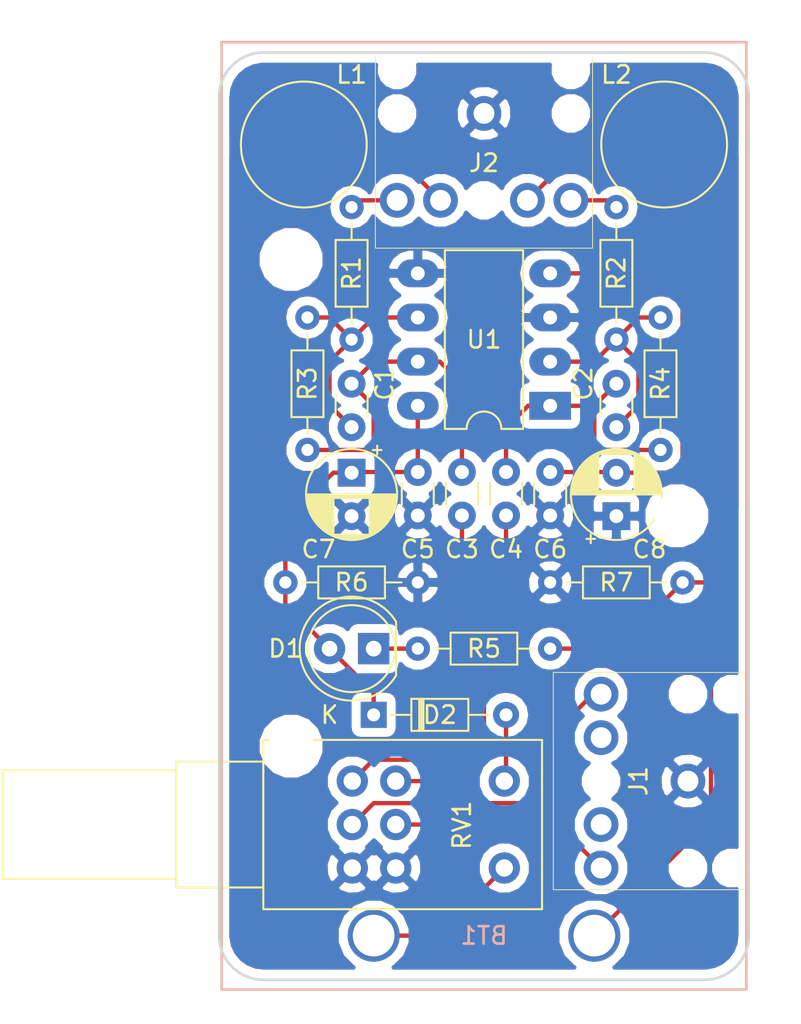
<source format=kicad_pcb>
(kicad_pcb (version 20171130) (host pcbnew 5.0.1)

  (general
    (thickness 1.6)
    (drawings 8)
    (tracks 95)
    (zones 0)
    (modules 24)
    (nets 21)
  )

  (page A4)
  (layers
    (0 F.Cu signal)
    (31 B.Cu signal)
    (32 B.Adhes user)
    (33 F.Adhes user)
    (34 B.Paste user)
    (35 F.Paste user)
    (36 B.SilkS user)
    (37 F.SilkS user)
    (38 B.Mask user)
    (39 F.Mask user)
    (40 Dwgs.User user)
    (41 Cmts.User user)
    (42 Eco1.User user)
    (43 Eco2.User user)
    (44 Edge.Cuts user)
    (45 Margin user)
    (46 B.CrtYd user)
    (47 F.CrtYd user)
    (48 B.Fab user hide)
    (49 F.Fab user hide)
  )

  (setup
    (last_trace_width 0.25)
    (trace_clearance 0.2)
    (zone_clearance 0.508)
    (zone_45_only no)
    (trace_min 0.2)
    (segment_width 0.2)
    (edge_width 0.15)
    (via_size 0.8)
    (via_drill 0.4)
    (via_min_size 0.4)
    (via_min_drill 0.3)
    (uvia_size 0.3)
    (uvia_drill 0.1)
    (uvias_allowed no)
    (uvia_min_size 0.2)
    (uvia_min_drill 0.1)
    (pcb_text_width 0.3)
    (pcb_text_size 1.5 1.5)
    (mod_edge_width 0.15)
    (mod_text_size 1 1)
    (mod_text_width 0.15)
    (pad_size 2.6 5.2)
    (pad_drill 0)
    (pad_to_mask_clearance 0.2)
    (solder_mask_min_width 0.25)
    (aux_axis_origin 0 0)
    (visible_elements FFFFFFFF)
    (pcbplotparams
      (layerselection 0x310fc_ffffffff)
      (usegerberextensions false)
      (usegerberattributes false)
      (usegerberadvancedattributes false)
      (creategerberjobfile false)
      (excludeedgelayer true)
      (linewidth 0.100000)
      (plotframeref false)
      (viasonmask false)
      (mode 1)
      (useauxorigin false)
      (hpglpennumber 1)
      (hpglpenspeed 20)
      (hpglpendiameter 15.000000)
      (psnegative false)
      (psa4output false)
      (plotreference true)
      (plotvalue true)
      (plotinvisibletext false)
      (padsonsilk false)
      (subtractmaskfromsilk false)
      (outputformat 1)
      (mirror false)
      (drillshape 0)
      (scaleselection 1)
      (outputdirectory "../grb/"))
  )

  (net 0 "")
  (net 1 +BATT)
  (net 2 GNDREF)
  (net 3 -BATT)
  (net 4 "Net-(D1-Pad1)")
  (net 5 "Net-(C2-Pad2)")
  (net 6 "Net-(C1-Pad2)")
  (net 7 "Net-(C4-Pad1)")
  (net 8 "Net-(J1-PadR)")
  (net 9 "Net-(C3-Pad1)")
  (net 10 "Net-(J1-PadT)")
  (net 11 "Net-(BT1-Pad1)")
  (net 12 AMPLIFIED_RIGHT)
  (net 13 AMPLIFIED_LEFT)
  (net 14 IN_RIGHT)
  (net 15 IN_LEFT)
  (net 16 "Net-(J2-PadRN)")
  (net 17 "Net-(J2-PadTN)")
  (net 18 "Net-(J1-PadTN)")
  (net 19 "Net-(J1-PadRN)")
  (net 20 "Net-(D2-Pad2)")

  (net_class Default "This is the default net class."
    (clearance 0.2)
    (trace_width 0.25)
    (via_dia 0.8)
    (via_drill 0.4)
    (uvia_dia 0.3)
    (uvia_drill 0.1)
    (add_net +BATT)
    (add_net -BATT)
    (add_net AMPLIFIED_LEFT)
    (add_net AMPLIFIED_RIGHT)
    (add_net GNDREF)
    (add_net IN_LEFT)
    (add_net IN_RIGHT)
    (add_net "Net-(BT1-Pad1)")
    (add_net "Net-(C1-Pad2)")
    (add_net "Net-(C2-Pad2)")
    (add_net "Net-(C3-Pad1)")
    (add_net "Net-(C4-Pad1)")
    (add_net "Net-(D1-Pad1)")
    (add_net "Net-(D2-Pad2)")
    (add_net "Net-(J1-PadR)")
    (add_net "Net-(J1-PadRN)")
    (add_net "Net-(J1-PadT)")
    (add_net "Net-(J1-PadTN)")
    (add_net "Net-(J2-PadRN)")
    (add_net "Net-(J2-PadTN)")
  )

  (module LED_THT:LED_D5.0mm (layer F.Cu) (tedit 5995936A) (tstamp 5BC86CB2)
    (at 177.8 97.79 180)
    (descr "LED, diameter 5.0mm, 2 pins, http://cdn-reichelt.de/documents/datenblatt/A500/LL-504BC2E-009.pdf")
    (tags "LED diameter 5.0mm 2 pins")
    (path /5BC485F2)
    (fp_text reference D1 (at 5.08 0 180) (layer F.SilkS)
      (effects (font (size 1 1) (thickness 0.15)))
    )
    (fp_text value LED (at 1.27 3.96 180) (layer F.Fab)
      (effects (font (size 1 1) (thickness 0.15)))
    )
    (fp_arc (start 1.27 0) (end -1.23 -1.469694) (angle 299.1) (layer F.Fab) (width 0.1))
    (fp_arc (start 1.27 0) (end -1.29 -1.54483) (angle 148.9) (layer F.SilkS) (width 0.12))
    (fp_arc (start 1.27 0) (end -1.29 1.54483) (angle -148.9) (layer F.SilkS) (width 0.12))
    (fp_circle (center 1.27 0) (end 3.77 0) (layer F.Fab) (width 0.1))
    (fp_circle (center 1.27 0) (end 3.77 0) (layer F.SilkS) (width 0.12))
    (fp_line (start -1.23 -1.469694) (end -1.23 1.469694) (layer F.Fab) (width 0.1))
    (fp_line (start -1.29 -1.545) (end -1.29 1.545) (layer F.SilkS) (width 0.12))
    (fp_line (start -1.95 -3.25) (end -1.95 3.25) (layer F.CrtYd) (width 0.05))
    (fp_line (start -1.95 3.25) (end 4.5 3.25) (layer F.CrtYd) (width 0.05))
    (fp_line (start 4.5 3.25) (end 4.5 -3.25) (layer F.CrtYd) (width 0.05))
    (fp_line (start 4.5 -3.25) (end -1.95 -3.25) (layer F.CrtYd) (width 0.05))
    (fp_text user %R (at 1.25 0 180) (layer F.Fab)
      (effects (font (size 0.8 0.8) (thickness 0.2)))
    )
    (pad 1 thru_hole rect (at 0 0 180) (size 1.8 1.8) (drill 0.9) (layers *.Cu *.Mask)
      (net 4 "Net-(D1-Pad1)"))
    (pad 2 thru_hole circle (at 2.54 0 180) (size 1.8 1.8) (drill 0.9) (layers *.Cu *.Mask)
      (net 1 +BATT))
    (model ${KISYS3DMOD}/LED_THT.3dshapes/LED_D5.0mm.wrl
      (at (xyz 0 0 0))
      (scale (xyz 1 1 1))
      (rotate (xyz 0 0 0))
    )
  )

  (module Resistor_THT:R_Axial_DIN0204_L3.6mm_D1.6mm_P7.62mm_Horizontal (layer F.Cu) (tedit 5AE5139B) (tstamp 5BE2FD63)
    (at 187.96 93.98)
    (descr "Resistor, Axial_DIN0204 series, Axial, Horizontal, pin pitch=7.62mm, 0.167W, length*diameter=3.6*1.6mm^2, http://cdn-reichelt.de/documents/datenblatt/B400/1_4W%23YAG.pdf")
    (tags "Resistor Axial_DIN0204 series Axial Horizontal pin pitch 7.62mm 0.167W length 3.6mm diameter 1.6mm")
    (path /5BC3CB89)
    (fp_text reference R7 (at 3.81 0) (layer F.SilkS)
      (effects (font (size 1 1) (thickness 0.15)))
    )
    (fp_text value R (at 3.81 1.92) (layer F.Fab)
      (effects (font (size 1 1) (thickness 0.15)))
    )
    (fp_line (start 2.01 -0.8) (end 2.01 0.8) (layer F.Fab) (width 0.1))
    (fp_line (start 2.01 0.8) (end 5.61 0.8) (layer F.Fab) (width 0.1))
    (fp_line (start 5.61 0.8) (end 5.61 -0.8) (layer F.Fab) (width 0.1))
    (fp_line (start 5.61 -0.8) (end 2.01 -0.8) (layer F.Fab) (width 0.1))
    (fp_line (start 0 0) (end 2.01 0) (layer F.Fab) (width 0.1))
    (fp_line (start 7.62 0) (end 5.61 0) (layer F.Fab) (width 0.1))
    (fp_line (start 1.89 -0.92) (end 1.89 0.92) (layer F.SilkS) (width 0.12))
    (fp_line (start 1.89 0.92) (end 5.73 0.92) (layer F.SilkS) (width 0.12))
    (fp_line (start 5.73 0.92) (end 5.73 -0.92) (layer F.SilkS) (width 0.12))
    (fp_line (start 5.73 -0.92) (end 1.89 -0.92) (layer F.SilkS) (width 0.12))
    (fp_line (start 0.94 0) (end 1.89 0) (layer F.SilkS) (width 0.12))
    (fp_line (start 6.68 0) (end 5.73 0) (layer F.SilkS) (width 0.12))
    (fp_line (start -0.95 -1.05) (end -0.95 1.05) (layer F.CrtYd) (width 0.05))
    (fp_line (start -0.95 1.05) (end 8.57 1.05) (layer F.CrtYd) (width 0.05))
    (fp_line (start 8.57 1.05) (end 8.57 -1.05) (layer F.CrtYd) (width 0.05))
    (fp_line (start 8.57 -1.05) (end -0.95 -1.05) (layer F.CrtYd) (width 0.05))
    (fp_text user %R (at 3.81 0) (layer F.Fab)
      (effects (font (size 0.72 0.72) (thickness 0.108)))
    )
    (pad 1 thru_hole circle (at 0 0) (size 1.4 1.4) (drill 0.7) (layers *.Cu *.Mask)
      (net 2 GNDREF))
    (pad 2 thru_hole oval (at 7.62 0) (size 1.4 1.4) (drill 0.7) (layers *.Cu *.Mask)
      (net 3 -BATT))
    (model ${KISYS3DMOD}/Resistor_THT.3dshapes/R_Axial_DIN0204_L3.6mm_D1.6mm_P7.62mm_Horizontal.wrl
      (at (xyz 0 0 0))
      (scale (xyz 1 1 1))
      (rotate (xyz 0 0 0))
    )
  )

  (module Resistor_THT:R_Axial_DIN0204_L3.6mm_D1.6mm_P7.62mm_Horizontal (layer F.Cu) (tedit 5AE5139B) (tstamp 5BE2FD4D)
    (at 176.53 80.01 90)
    (descr "Resistor, Axial_DIN0204 series, Axial, Horizontal, pin pitch=7.62mm, 0.167W, length*diameter=3.6*1.6mm^2, http://cdn-reichelt.de/documents/datenblatt/B400/1_4W%23YAG.pdf")
    (tags "Resistor Axial_DIN0204 series Axial Horizontal pin pitch 7.62mm 0.167W length 3.6mm diameter 1.6mm")
    (path /5BC31A64)
    (fp_text reference R1 (at 3.81 0 90) (layer F.SilkS)
      (effects (font (size 1 1) (thickness 0.15)))
    )
    (fp_text value 75 (at 3.81 1.92 90) (layer F.Fab)
      (effects (font (size 1 1) (thickness 0.15)))
    )
    (fp_text user %R (at 3.81 0 90) (layer F.Fab)
      (effects (font (size 0.72 0.72) (thickness 0.108)))
    )
    (fp_line (start 8.57 -1.05) (end -0.95 -1.05) (layer F.CrtYd) (width 0.05))
    (fp_line (start 8.57 1.05) (end 8.57 -1.05) (layer F.CrtYd) (width 0.05))
    (fp_line (start -0.95 1.05) (end 8.57 1.05) (layer F.CrtYd) (width 0.05))
    (fp_line (start -0.95 -1.05) (end -0.95 1.05) (layer F.CrtYd) (width 0.05))
    (fp_line (start 6.68 0) (end 5.73 0) (layer F.SilkS) (width 0.12))
    (fp_line (start 0.94 0) (end 1.89 0) (layer F.SilkS) (width 0.12))
    (fp_line (start 5.73 -0.92) (end 1.89 -0.92) (layer F.SilkS) (width 0.12))
    (fp_line (start 5.73 0.92) (end 5.73 -0.92) (layer F.SilkS) (width 0.12))
    (fp_line (start 1.89 0.92) (end 5.73 0.92) (layer F.SilkS) (width 0.12))
    (fp_line (start 1.89 -0.92) (end 1.89 0.92) (layer F.SilkS) (width 0.12))
    (fp_line (start 7.62 0) (end 5.61 0) (layer F.Fab) (width 0.1))
    (fp_line (start 0 0) (end 2.01 0) (layer F.Fab) (width 0.1))
    (fp_line (start 5.61 -0.8) (end 2.01 -0.8) (layer F.Fab) (width 0.1))
    (fp_line (start 5.61 0.8) (end 5.61 -0.8) (layer F.Fab) (width 0.1))
    (fp_line (start 2.01 0.8) (end 5.61 0.8) (layer F.Fab) (width 0.1))
    (fp_line (start 2.01 -0.8) (end 2.01 0.8) (layer F.Fab) (width 0.1))
    (pad 2 thru_hole oval (at 7.62 0 90) (size 1.4 1.4) (drill 0.7) (layers *.Cu *.Mask)
      (net 15 IN_LEFT))
    (pad 1 thru_hole circle (at 0 0 90) (size 1.4 1.4) (drill 0.7) (layers *.Cu *.Mask)
      (net 6 "Net-(C1-Pad2)"))
    (model ${KISYS3DMOD}/Resistor_THT.3dshapes/R_Axial_DIN0204_L3.6mm_D1.6mm_P7.62mm_Horizontal.wrl
      (at (xyz 0 0 0))
      (scale (xyz 1 1 1))
      (rotate (xyz 0 0 0))
    )
  )

  (module Resistor_THT:R_Axial_DIN0204_L3.6mm_D1.6mm_P7.62mm_Horizontal (layer F.Cu) (tedit 5AE5139B) (tstamp 5BE2FD37)
    (at 191.77 80.01 90)
    (descr "Resistor, Axial_DIN0204 series, Axial, Horizontal, pin pitch=7.62mm, 0.167W, length*diameter=3.6*1.6mm^2, http://cdn-reichelt.de/documents/datenblatt/B400/1_4W%23YAG.pdf")
    (tags "Resistor Axial_DIN0204 series Axial Horizontal pin pitch 7.62mm 0.167W length 3.6mm diameter 1.6mm")
    (path /5BC323AC)
    (fp_text reference R2 (at 3.81 0 90) (layer F.SilkS)
      (effects (font (size 1 1) (thickness 0.15)))
    )
    (fp_text value 75 (at 3.81 1.92 90) (layer F.Fab)
      (effects (font (size 1 1) (thickness 0.15)))
    )
    (fp_line (start 2.01 -0.8) (end 2.01 0.8) (layer F.Fab) (width 0.1))
    (fp_line (start 2.01 0.8) (end 5.61 0.8) (layer F.Fab) (width 0.1))
    (fp_line (start 5.61 0.8) (end 5.61 -0.8) (layer F.Fab) (width 0.1))
    (fp_line (start 5.61 -0.8) (end 2.01 -0.8) (layer F.Fab) (width 0.1))
    (fp_line (start 0 0) (end 2.01 0) (layer F.Fab) (width 0.1))
    (fp_line (start 7.62 0) (end 5.61 0) (layer F.Fab) (width 0.1))
    (fp_line (start 1.89 -0.92) (end 1.89 0.92) (layer F.SilkS) (width 0.12))
    (fp_line (start 1.89 0.92) (end 5.73 0.92) (layer F.SilkS) (width 0.12))
    (fp_line (start 5.73 0.92) (end 5.73 -0.92) (layer F.SilkS) (width 0.12))
    (fp_line (start 5.73 -0.92) (end 1.89 -0.92) (layer F.SilkS) (width 0.12))
    (fp_line (start 0.94 0) (end 1.89 0) (layer F.SilkS) (width 0.12))
    (fp_line (start 6.68 0) (end 5.73 0) (layer F.SilkS) (width 0.12))
    (fp_line (start -0.95 -1.05) (end -0.95 1.05) (layer F.CrtYd) (width 0.05))
    (fp_line (start -0.95 1.05) (end 8.57 1.05) (layer F.CrtYd) (width 0.05))
    (fp_line (start 8.57 1.05) (end 8.57 -1.05) (layer F.CrtYd) (width 0.05))
    (fp_line (start 8.57 -1.05) (end -0.95 -1.05) (layer F.CrtYd) (width 0.05))
    (fp_text user %R (at 3.81 0 90) (layer F.Fab)
      (effects (font (size 0.72 0.72) (thickness 0.108)))
    )
    (pad 1 thru_hole circle (at 0 0 90) (size 1.4 1.4) (drill 0.7) (layers *.Cu *.Mask)
      (net 5 "Net-(C2-Pad2)"))
    (pad 2 thru_hole oval (at 7.62 0 90) (size 1.4 1.4) (drill 0.7) (layers *.Cu *.Mask)
      (net 14 IN_RIGHT))
    (model ${KISYS3DMOD}/Resistor_THT.3dshapes/R_Axial_DIN0204_L3.6mm_D1.6mm_P7.62mm_Horizontal.wrl
      (at (xyz 0 0 0))
      (scale (xyz 1 1 1))
      (rotate (xyz 0 0 0))
    )
  )

  (module Resistor_THT:R_Axial_DIN0204_L3.6mm_D1.6mm_P7.62mm_Horizontal (layer F.Cu) (tedit 5AE5139B) (tstamp 5BE2FD21)
    (at 173.99 86.36 90)
    (descr "Resistor, Axial_DIN0204 series, Axial, Horizontal, pin pitch=7.62mm, 0.167W, length*diameter=3.6*1.6mm^2, http://cdn-reichelt.de/documents/datenblatt/B400/1_4W%23YAG.pdf")
    (tags "Resistor Axial_DIN0204 series Axial Horizontal pin pitch 7.62mm 0.167W length 3.6mm diameter 1.6mm")
    (path /5BC31AEF)
    (fp_text reference R3 (at 3.81 0 90) (layer F.SilkS)
      (effects (font (size 1 1) (thickness 0.15)))
    )
    (fp_text value 100k (at 3.81 1.92 90) (layer F.Fab)
      (effects (font (size 1 1) (thickness 0.15)))
    )
    (fp_text user %R (at 3.81 0 90) (layer F.Fab)
      (effects (font (size 0.72 0.72) (thickness 0.108)))
    )
    (fp_line (start 8.57 -1.05) (end -0.95 -1.05) (layer F.CrtYd) (width 0.05))
    (fp_line (start 8.57 1.05) (end 8.57 -1.05) (layer F.CrtYd) (width 0.05))
    (fp_line (start -0.95 1.05) (end 8.57 1.05) (layer F.CrtYd) (width 0.05))
    (fp_line (start -0.95 -1.05) (end -0.95 1.05) (layer F.CrtYd) (width 0.05))
    (fp_line (start 6.68 0) (end 5.73 0) (layer F.SilkS) (width 0.12))
    (fp_line (start 0.94 0) (end 1.89 0) (layer F.SilkS) (width 0.12))
    (fp_line (start 5.73 -0.92) (end 1.89 -0.92) (layer F.SilkS) (width 0.12))
    (fp_line (start 5.73 0.92) (end 5.73 -0.92) (layer F.SilkS) (width 0.12))
    (fp_line (start 1.89 0.92) (end 5.73 0.92) (layer F.SilkS) (width 0.12))
    (fp_line (start 1.89 -0.92) (end 1.89 0.92) (layer F.SilkS) (width 0.12))
    (fp_line (start 7.62 0) (end 5.61 0) (layer F.Fab) (width 0.1))
    (fp_line (start 0 0) (end 2.01 0) (layer F.Fab) (width 0.1))
    (fp_line (start 5.61 -0.8) (end 2.01 -0.8) (layer F.Fab) (width 0.1))
    (fp_line (start 5.61 0.8) (end 5.61 -0.8) (layer F.Fab) (width 0.1))
    (fp_line (start 2.01 0.8) (end 5.61 0.8) (layer F.Fab) (width 0.1))
    (fp_line (start 2.01 -0.8) (end 2.01 0.8) (layer F.Fab) (width 0.1))
    (pad 2 thru_hole oval (at 7.62 0 90) (size 1.4 1.4) (drill 0.7) (layers *.Cu *.Mask)
      (net 6 "Net-(C1-Pad2)"))
    (pad 1 thru_hole circle (at 0 0 90) (size 1.4 1.4) (drill 0.7) (layers *.Cu *.Mask)
      (net 13 AMPLIFIED_LEFT))
    (model ${KISYS3DMOD}/Resistor_THT.3dshapes/R_Axial_DIN0204_L3.6mm_D1.6mm_P7.62mm_Horizontal.wrl
      (at (xyz 0 0 0))
      (scale (xyz 1 1 1))
      (rotate (xyz 0 0 0))
    )
  )

  (module Resistor_THT:R_Axial_DIN0204_L3.6mm_D1.6mm_P7.62mm_Horizontal (layer F.Cu) (tedit 5AE5139B) (tstamp 5BE2FD0B)
    (at 194.31 86.36 90)
    (descr "Resistor, Axial_DIN0204 series, Axial, Horizontal, pin pitch=7.62mm, 0.167W, length*diameter=3.6*1.6mm^2, http://cdn-reichelt.de/documents/datenblatt/B400/1_4W%23YAG.pdf")
    (tags "Resistor Axial_DIN0204 series Axial Horizontal pin pitch 7.62mm 0.167W length 3.6mm diameter 1.6mm")
    (path /5BC3214D)
    (fp_text reference R4 (at 3.81 0 90) (layer F.SilkS)
      (effects (font (size 1 1) (thickness 0.15)))
    )
    (fp_text value 100k (at 3.81 1.92 90) (layer F.Fab)
      (effects (font (size 1 1) (thickness 0.15)))
    )
    (fp_line (start 2.01 -0.8) (end 2.01 0.8) (layer F.Fab) (width 0.1))
    (fp_line (start 2.01 0.8) (end 5.61 0.8) (layer F.Fab) (width 0.1))
    (fp_line (start 5.61 0.8) (end 5.61 -0.8) (layer F.Fab) (width 0.1))
    (fp_line (start 5.61 -0.8) (end 2.01 -0.8) (layer F.Fab) (width 0.1))
    (fp_line (start 0 0) (end 2.01 0) (layer F.Fab) (width 0.1))
    (fp_line (start 7.62 0) (end 5.61 0) (layer F.Fab) (width 0.1))
    (fp_line (start 1.89 -0.92) (end 1.89 0.92) (layer F.SilkS) (width 0.12))
    (fp_line (start 1.89 0.92) (end 5.73 0.92) (layer F.SilkS) (width 0.12))
    (fp_line (start 5.73 0.92) (end 5.73 -0.92) (layer F.SilkS) (width 0.12))
    (fp_line (start 5.73 -0.92) (end 1.89 -0.92) (layer F.SilkS) (width 0.12))
    (fp_line (start 0.94 0) (end 1.89 0) (layer F.SilkS) (width 0.12))
    (fp_line (start 6.68 0) (end 5.73 0) (layer F.SilkS) (width 0.12))
    (fp_line (start -0.95 -1.05) (end -0.95 1.05) (layer F.CrtYd) (width 0.05))
    (fp_line (start -0.95 1.05) (end 8.57 1.05) (layer F.CrtYd) (width 0.05))
    (fp_line (start 8.57 1.05) (end 8.57 -1.05) (layer F.CrtYd) (width 0.05))
    (fp_line (start 8.57 -1.05) (end -0.95 -1.05) (layer F.CrtYd) (width 0.05))
    (fp_text user %R (at 3.81 0 90) (layer F.Fab)
      (effects (font (size 0.72 0.72) (thickness 0.108)))
    )
    (pad 1 thru_hole circle (at 0 0 90) (size 1.4 1.4) (drill 0.7) (layers *.Cu *.Mask)
      (net 12 AMPLIFIED_RIGHT))
    (pad 2 thru_hole oval (at 7.62 0 90) (size 1.4 1.4) (drill 0.7) (layers *.Cu *.Mask)
      (net 5 "Net-(C2-Pad2)"))
    (model ${KISYS3DMOD}/Resistor_THT.3dshapes/R_Axial_DIN0204_L3.6mm_D1.6mm_P7.62mm_Horizontal.wrl
      (at (xyz 0 0 0))
      (scale (xyz 1 1 1))
      (rotate (xyz 0 0 0))
    )
  )

  (module Resistor_THT:R_Axial_DIN0204_L3.6mm_D1.6mm_P7.62mm_Horizontal (layer F.Cu) (tedit 5AE5139B) (tstamp 5BE2FCF5)
    (at 180.34 97.79)
    (descr "Resistor, Axial_DIN0204 series, Axial, Horizontal, pin pitch=7.62mm, 0.167W, length*diameter=3.6*1.6mm^2, http://cdn-reichelt.de/documents/datenblatt/B400/1_4W%23YAG.pdf")
    (tags "Resistor Axial_DIN0204 series Axial Horizontal pin pitch 7.62mm 0.167W length 3.6mm diameter 1.6mm")
    (path /5BC486EC)
    (fp_text reference R5 (at 3.81 0) (layer F.SilkS)
      (effects (font (size 1 1) (thickness 0.15)))
    )
    (fp_text value R (at 3.81 1.92) (layer F.Fab)
      (effects (font (size 1 1) (thickness 0.15)))
    )
    (fp_text user %R (at 3.81 0) (layer F.Fab)
      (effects (font (size 0.72 0.72) (thickness 0.108)))
    )
    (fp_line (start 8.57 -1.05) (end -0.95 -1.05) (layer F.CrtYd) (width 0.05))
    (fp_line (start 8.57 1.05) (end 8.57 -1.05) (layer F.CrtYd) (width 0.05))
    (fp_line (start -0.95 1.05) (end 8.57 1.05) (layer F.CrtYd) (width 0.05))
    (fp_line (start -0.95 -1.05) (end -0.95 1.05) (layer F.CrtYd) (width 0.05))
    (fp_line (start 6.68 0) (end 5.73 0) (layer F.SilkS) (width 0.12))
    (fp_line (start 0.94 0) (end 1.89 0) (layer F.SilkS) (width 0.12))
    (fp_line (start 5.73 -0.92) (end 1.89 -0.92) (layer F.SilkS) (width 0.12))
    (fp_line (start 5.73 0.92) (end 5.73 -0.92) (layer F.SilkS) (width 0.12))
    (fp_line (start 1.89 0.92) (end 5.73 0.92) (layer F.SilkS) (width 0.12))
    (fp_line (start 1.89 -0.92) (end 1.89 0.92) (layer F.SilkS) (width 0.12))
    (fp_line (start 7.62 0) (end 5.61 0) (layer F.Fab) (width 0.1))
    (fp_line (start 0 0) (end 2.01 0) (layer F.Fab) (width 0.1))
    (fp_line (start 5.61 -0.8) (end 2.01 -0.8) (layer F.Fab) (width 0.1))
    (fp_line (start 5.61 0.8) (end 5.61 -0.8) (layer F.Fab) (width 0.1))
    (fp_line (start 2.01 0.8) (end 5.61 0.8) (layer F.Fab) (width 0.1))
    (fp_line (start 2.01 -0.8) (end 2.01 0.8) (layer F.Fab) (width 0.1))
    (pad 2 thru_hole oval (at 7.62 0) (size 1.4 1.4) (drill 0.7) (layers *.Cu *.Mask)
      (net 3 -BATT))
    (pad 1 thru_hole circle (at 0 0) (size 1.4 1.4) (drill 0.7) (layers *.Cu *.Mask)
      (net 4 "Net-(D1-Pad1)"))
    (model ${KISYS3DMOD}/Resistor_THT.3dshapes/R_Axial_DIN0204_L3.6mm_D1.6mm_P7.62mm_Horizontal.wrl
      (at (xyz 0 0 0))
      (scale (xyz 1 1 1))
      (rotate (xyz 0 0 0))
    )
  )

  (module Resistor_THT:R_Axial_DIN0204_L3.6mm_D1.6mm_P7.62mm_Horizontal (layer F.Cu) (tedit 5AE5139B) (tstamp 5BE2FCDF)
    (at 172.72 93.98)
    (descr "Resistor, Axial_DIN0204 series, Axial, Horizontal, pin pitch=7.62mm, 0.167W, length*diameter=3.6*1.6mm^2, http://cdn-reichelt.de/documents/datenblatt/B400/1_4W%23YAG.pdf")
    (tags "Resistor Axial_DIN0204 series Axial Horizontal pin pitch 7.62mm 0.167W length 3.6mm diameter 1.6mm")
    (path /5BC3B815)
    (fp_text reference R6 (at 3.81 0) (layer F.SilkS)
      (effects (font (size 1 1) (thickness 0.15)))
    )
    (fp_text value R (at 3.81 1.92) (layer F.Fab)
      (effects (font (size 1 1) (thickness 0.15)))
    )
    (fp_line (start 2.01 -0.8) (end 2.01 0.8) (layer F.Fab) (width 0.1))
    (fp_line (start 2.01 0.8) (end 5.61 0.8) (layer F.Fab) (width 0.1))
    (fp_line (start 5.61 0.8) (end 5.61 -0.8) (layer F.Fab) (width 0.1))
    (fp_line (start 5.61 -0.8) (end 2.01 -0.8) (layer F.Fab) (width 0.1))
    (fp_line (start 0 0) (end 2.01 0) (layer F.Fab) (width 0.1))
    (fp_line (start 7.62 0) (end 5.61 0) (layer F.Fab) (width 0.1))
    (fp_line (start 1.89 -0.92) (end 1.89 0.92) (layer F.SilkS) (width 0.12))
    (fp_line (start 1.89 0.92) (end 5.73 0.92) (layer F.SilkS) (width 0.12))
    (fp_line (start 5.73 0.92) (end 5.73 -0.92) (layer F.SilkS) (width 0.12))
    (fp_line (start 5.73 -0.92) (end 1.89 -0.92) (layer F.SilkS) (width 0.12))
    (fp_line (start 0.94 0) (end 1.89 0) (layer F.SilkS) (width 0.12))
    (fp_line (start 6.68 0) (end 5.73 0) (layer F.SilkS) (width 0.12))
    (fp_line (start -0.95 -1.05) (end -0.95 1.05) (layer F.CrtYd) (width 0.05))
    (fp_line (start -0.95 1.05) (end 8.57 1.05) (layer F.CrtYd) (width 0.05))
    (fp_line (start 8.57 1.05) (end 8.57 -1.05) (layer F.CrtYd) (width 0.05))
    (fp_line (start 8.57 -1.05) (end -0.95 -1.05) (layer F.CrtYd) (width 0.05))
    (fp_text user %R (at 3.81 0) (layer F.Fab)
      (effects (font (size 0.72 0.72) (thickness 0.108)))
    )
    (pad 1 thru_hole circle (at 0 0) (size 1.4 1.4) (drill 0.7) (layers *.Cu *.Mask)
      (net 1 +BATT))
    (pad 2 thru_hole oval (at 7.62 0) (size 1.4 1.4) (drill 0.7) (layers *.Cu *.Mask)
      (net 2 GNDREF))
    (model ${KISYS3DMOD}/Resistor_THT.3dshapes/R_Axial_DIN0204_L3.6mm_D1.6mm_P7.62mm_Horizontal.wrl
      (at (xyz 0 0 0))
      (scale (xyz 1 1 1))
      (rotate (xyz 0 0 0))
    )
  )

  (module Diode_THT:D_DO-34_SOD68_P7.62mm_Horizontal (layer F.Cu) (tedit 5AE50CD5) (tstamp 5BE30D50)
    (at 177.8 101.6)
    (descr "Diode, DO-34_SOD68 series, Axial, Horizontal, pin pitch=7.62mm, , length*diameter=3.04*1.6mm^2, , https://www.nxp.com/docs/en/data-sheet/KTY83_SER.pdf")
    (tags "Diode DO-34_SOD68 series Axial Horizontal pin pitch 7.62mm  length 3.04mm diameter 1.6mm")
    (path /5BC9313C)
    (fp_text reference D2 (at 3.81 0) (layer F.SilkS)
      (effects (font (size 1 1) (thickness 0.15)))
    )
    (fp_text value D_Schottky (at 3.81 1.92) (layer F.Fab)
      (effects (font (size 1 1) (thickness 0.15)))
    )
    (fp_line (start 2.29 -0.8) (end 2.29 0.8) (layer F.Fab) (width 0.1))
    (fp_line (start 2.29 0.8) (end 5.33 0.8) (layer F.Fab) (width 0.1))
    (fp_line (start 5.33 0.8) (end 5.33 -0.8) (layer F.Fab) (width 0.1))
    (fp_line (start 5.33 -0.8) (end 2.29 -0.8) (layer F.Fab) (width 0.1))
    (fp_line (start 0 0) (end 2.29 0) (layer F.Fab) (width 0.1))
    (fp_line (start 7.62 0) (end 5.33 0) (layer F.Fab) (width 0.1))
    (fp_line (start 2.746 -0.8) (end 2.746 0.8) (layer F.Fab) (width 0.1))
    (fp_line (start 2.846 -0.8) (end 2.846 0.8) (layer F.Fab) (width 0.1))
    (fp_line (start 2.646 -0.8) (end 2.646 0.8) (layer F.Fab) (width 0.1))
    (fp_line (start 2.17 -0.92) (end 2.17 0.92) (layer F.SilkS) (width 0.12))
    (fp_line (start 2.17 0.92) (end 5.45 0.92) (layer F.SilkS) (width 0.12))
    (fp_line (start 5.45 0.92) (end 5.45 -0.92) (layer F.SilkS) (width 0.12))
    (fp_line (start 5.45 -0.92) (end 2.17 -0.92) (layer F.SilkS) (width 0.12))
    (fp_line (start 0.99 0) (end 2.17 0) (layer F.SilkS) (width 0.12))
    (fp_line (start 6.63 0) (end 5.45 0) (layer F.SilkS) (width 0.12))
    (fp_line (start 2.746 -0.92) (end 2.746 0.92) (layer F.SilkS) (width 0.12))
    (fp_line (start 2.866 -0.92) (end 2.866 0.92) (layer F.SilkS) (width 0.12))
    (fp_line (start 2.626 -0.92) (end 2.626 0.92) (layer F.SilkS) (width 0.12))
    (fp_line (start -1 -1.05) (end -1 1.05) (layer F.CrtYd) (width 0.05))
    (fp_line (start -1 1.05) (end 8.63 1.05) (layer F.CrtYd) (width 0.05))
    (fp_line (start 8.63 1.05) (end 8.63 -1.05) (layer F.CrtYd) (width 0.05))
    (fp_line (start 8.63 -1.05) (end -1 -1.05) (layer F.CrtYd) (width 0.05))
    (fp_text user %R (at 4.038 0) (layer F.Fab)
      (effects (font (size 0.608 0.608) (thickness 0.0912)))
    )
    (fp_text user K (at 0 -1.75) (layer F.Fab)
      (effects (font (size 1 1) (thickness 0.15)))
    )
    (fp_text user K (at -2.54 0) (layer F.SilkS)
      (effects (font (size 1 1) (thickness 0.15)))
    )
    (pad 1 thru_hole rect (at 0 0) (size 1.5 1.5) (drill 0.75) (layers *.Cu *.Mask)
      (net 1 +BATT))
    (pad 2 thru_hole oval (at 7.62 0) (size 1.5 1.5) (drill 0.75) (layers *.Cu *.Mask)
      (net 20 "Net-(D2-Pad2)"))
    (model ${KISYS3DMOD}/Diode_THT.3dshapes/D_DO-34_SOD68_P7.62mm_Horizontal.wrl
      (at (xyz 0 0 0))
      (scale (xyz 1 1 1))
      (rotate (xyz 0 0 0))
    )
  )

  (module Connector_Audio:3F07 (layer F.Cu) (tedit 5BC845A2) (tstamp 5BD63C66)
    (at 199.39 105.41 180)
    (path /5BC9F7A3)
    (fp_text reference J1 (at 6.35 0 90) (layer F.SilkS)
      (effects (font (size 1 1) (thickness 0.15)))
    )
    (fp_text value "Audio Out" (at 6 0 270) (layer F.Fab)
      (effects (font (size 1 1) (thickness 0.15)))
    )
    (fp_line (start 0 -6) (end 0 6) (layer F.Fab) (width 0.05))
    (fp_line (start 0 6) (end 11 6) (layer F.Fab) (width 0.05))
    (fp_line (start 11 6) (end 11 -6) (layer F.Fab) (width 0.05))
    (fp_line (start 11 -6) (end 0 -6) (layer F.Fab) (width 0.05))
    (fp_line (start 0 -3) (end -3 -3) (layer F.Fab) (width 0.05))
    (fp_line (start -3 -3) (end -3 3) (layer F.Fab) (width 0.05))
    (fp_line (start -3 3) (end 0 3) (layer F.Fab) (width 0.05))
    (fp_line (start 0.25 -6.25) (end 11.25 -6.25) (layer F.SilkS) (width 0.05))
    (fp_line (start 11.25 -6.25) (end 11.25 6.25) (layer F.SilkS) (width 0.05))
    (fp_line (start 11.25 6.25) (end 0.25 6.25) (layer F.SilkS) (width 0.05))
    (fp_line (start 8.5 -5) (end 5.25 -5) (layer F.Fab) (width 0.05))
    (fp_line (start 5.25 -5) (end 5 -4.75) (layer F.Fab) (width 0.05))
    (fp_line (start 5 -4.75) (end 4.75 -5) (layer F.Fab) (width 0.05))
    (fp_line (start 8.5 -2.5) (end 6.25 -2.5) (layer F.Fab) (width 0.05))
    (fp_line (start 6.25 -2.5) (end 6.25 -5) (layer F.Fab) (width 0.05))
    (fp_line (start 6.25 -5) (end 6 -4.75) (layer F.Fab) (width 0.05))
    (fp_line (start 6.25 -5) (end 6.5 -4.75) (layer F.Fab) (width 0.05))
    (fp_line (start 8.5 5) (end 6 5) (layer F.Fab) (width 0.05))
    (fp_line (start 6 5) (end 5.75 4.75) (layer F.Fab) (width 0.05))
    (fp_line (start 5.75 4.75) (end 5.5 5) (layer F.Fab) (width 0.05))
    (fp_line (start 8.5 2.5) (end 7 2.5) (layer F.Fab) (width 0.05))
    (fp_line (start 7 2.5) (end 7 5) (layer F.Fab) (width 0.05))
    (fp_line (start 6.75 4.75) (end 7 5) (layer F.Fab) (width 0.05))
    (fp_line (start 7 5) (end 7.25 4.75) (layer F.Fab) (width 0.05))
    (pad T thru_hole circle (at 8.5 5 180) (size 2 2) (drill 1.2) (layers *.Cu *.Mask)
      (net 10 "Net-(J1-PadT)"))
    (pad TN thru_hole circle (at 8.5 2.5 180) (size 2 2) (drill 1.2) (layers *.Cu *.Mask)
      (net 18 "Net-(J1-PadTN)"))
    (pad RN thru_hole circle (at 8.5 -2.5 180) (size 2 2) (drill 1.2) (layers *.Cu *.Mask)
      (net 19 "Net-(J1-PadRN)"))
    (pad R thru_hole circle (at 8.5 -5 180) (size 2 2) (drill 1.2) (layers *.Cu *.Mask)
      (net 8 "Net-(J1-PadR)"))
    (pad S thru_hole circle (at 3.5 0 180) (size 2 2) (drill 1.2) (layers *.Cu *.Mask)
      (net 2 GNDREF))
    (pad "" np_thru_hole circle (at 1 -5 180) (size 1.2 1.2) (drill 1.2) (layers *.Cu *.Mask))
    (pad "" np_thru_hole circle (at 3.5 -5 180) (size 1.2 1.2) (drill 1.2) (layers *.Cu *.Mask))
    (pad "" np_thru_hole circle (at 1 5 180) (size 1.2 1.2) (drill 1.2) (layers *.Cu *.Mask))
    (pad "" np_thru_hole circle (at 3.5 5 180) (size 1.2 1.2) (drill 1.2) (layers *.Cu *.Mask))
    (pad "" np_thru_hole circle (at 8.5 0 180) (size 1.2 1.2) (drill 1.2) (layers *.Cu *.Mask))
  )

  (module Connector_Audio:3F07 (layer F.Cu) (tedit 5BC845A2) (tstamp 5BC8D74F)
    (at 184.15 63.5 270)
    (path /5BD0B820)
    (fp_text reference J2 (at 6.35 0) (layer F.SilkS)
      (effects (font (size 1 1) (thickness 0.15)))
    )
    (fp_text value "Audio In" (at 6 0) (layer F.Fab)
      (effects (font (size 1 1) (thickness 0.15)))
    )
    (fp_line (start 0 -6) (end 0 6) (layer F.Fab) (width 0.05))
    (fp_line (start 0 6) (end 11 6) (layer F.Fab) (width 0.05))
    (fp_line (start 11 6) (end 11 -6) (layer F.Fab) (width 0.05))
    (fp_line (start 11 -6) (end 0 -6) (layer F.Fab) (width 0.05))
    (fp_line (start 0 -3) (end -3 -3) (layer F.Fab) (width 0.05))
    (fp_line (start -3 -3) (end -3 3) (layer F.Fab) (width 0.05))
    (fp_line (start -3 3) (end 0 3) (layer F.Fab) (width 0.05))
    (fp_line (start 0.25 -6.25) (end 11.25 -6.25) (layer F.SilkS) (width 0.05))
    (fp_line (start 11.25 -6.25) (end 11.25 6.25) (layer F.SilkS) (width 0.05))
    (fp_line (start 11.25 6.25) (end 0.25 6.25) (layer F.SilkS) (width 0.05))
    (fp_line (start 8.5 -5) (end 5.25 -5) (layer F.Fab) (width 0.05))
    (fp_line (start 5.25 -5) (end 5 -4.75) (layer F.Fab) (width 0.05))
    (fp_line (start 5 -4.75) (end 4.75 -5) (layer F.Fab) (width 0.05))
    (fp_line (start 8.5 -2.5) (end 6.25 -2.5) (layer F.Fab) (width 0.05))
    (fp_line (start 6.25 -2.5) (end 6.25 -5) (layer F.Fab) (width 0.05))
    (fp_line (start 6.25 -5) (end 6 -4.75) (layer F.Fab) (width 0.05))
    (fp_line (start 6.25 -5) (end 6.5 -4.75) (layer F.Fab) (width 0.05))
    (fp_line (start 8.5 5) (end 6 5) (layer F.Fab) (width 0.05))
    (fp_line (start 6 5) (end 5.75 4.75) (layer F.Fab) (width 0.05))
    (fp_line (start 5.75 4.75) (end 5.5 5) (layer F.Fab) (width 0.05))
    (fp_line (start 8.5 2.5) (end 7 2.5) (layer F.Fab) (width 0.05))
    (fp_line (start 7 2.5) (end 7 5) (layer F.Fab) (width 0.05))
    (fp_line (start 6.75 4.75) (end 7 5) (layer F.Fab) (width 0.05))
    (fp_line (start 7 5) (end 7.25 4.75) (layer F.Fab) (width 0.05))
    (pad T thru_hole circle (at 8.5 5 270) (size 2 2) (drill 1.2) (layers *.Cu *.Mask)
      (net 15 IN_LEFT))
    (pad TN thru_hole circle (at 8.5 2.5 270) (size 2 2) (drill 1.2) (layers *.Cu *.Mask)
      (net 17 "Net-(J2-PadTN)"))
    (pad RN thru_hole circle (at 8.5 -2.5 270) (size 2 2) (drill 1.2) (layers *.Cu *.Mask)
      (net 16 "Net-(J2-PadRN)"))
    (pad R thru_hole circle (at 8.5 -5 270) (size 2 2) (drill 1.2) (layers *.Cu *.Mask)
      (net 14 IN_RIGHT))
    (pad S thru_hole circle (at 3.5 0 270) (size 2 2) (drill 1.2) (layers *.Cu *.Mask)
      (net 2 GNDREF))
    (pad "" np_thru_hole circle (at 1 -5 270) (size 1.2 1.2) (drill 1.2) (layers *.Cu *.Mask))
    (pad "" np_thru_hole circle (at 3.5 -5 270) (size 1.2 1.2) (drill 1.2) (layers *.Cu *.Mask))
    (pad "" np_thru_hole circle (at 1 5 270) (size 1.2 1.2) (drill 1.2) (layers *.Cu *.Mask))
    (pad "" np_thru_hole circle (at 3.5 5 270) (size 1.2 1.2) (drill 1.2) (layers *.Cu *.Mask))
    (pad "" np_thru_hole circle (at 8.5 0 270) (size 1.2 1.2) (drill 1.2) (layers *.Cu *.Mask))
  )

  (module Inductor_THT:L_Radial_D7.0mm_P3.00mm (layer F.Cu) (tedit 5BC844C1) (tstamp 5BC89449)
    (at 172.72 69.85 45)
    (descr "Inductor, Radial series, Radial, pin pitch=3.00mm, , diameter=7mm, http://www.abracon.com/Magnetics/radial/AIUR-16.pdf")
    (tags "Inductor Radial series Radial pin pitch 3.00mm  diameter 7mm")
    (path /5BCF29AD)
    (fp_text reference L1 (at 6.286179 -0.898026 180) (layer F.SilkS)
      (effects (font (size 1 1) (thickness 0.15)))
    )
    (fp_text value 10mH (at 1.5 4.75 45) (layer F.Fab)
      (effects (font (size 1 1) (thickness 0.15)))
    )
    (fp_text user %R (at 1.5 0 45) (layer F.Fab)
      (effects (font (size 1 1) (thickness 0.15)))
    )
    (fp_circle (center 1.5 0) (end 5.250001 0) (layer F.CrtYd) (width 0.05))
    (fp_circle (center 1.5 0) (end 5.12 0) (layer F.SilkS) (width 0.12))
    (fp_circle (center 1.5 0) (end 5 0) (layer F.Fab) (width 0.1))
    (pad 2 connect roundrect (at 3 0 45) (size 2.6 5.2) (layers F.Cu F.Mask) (roundrect_rratio 0.25)
      (net 17 "Net-(J2-PadTN)"))
    (pad 1 connect roundrect (at 0 0 45) (size 2.6 5.2) (layers F.Cu F.Mask) (roundrect_rratio 0.25)
      (net 2 GNDREF))
    (model ${KISYS3DMOD}/Inductor_THT.3dshapes/L_Radial_D7.0mm_P3.00mm.wrl
      (offset (xyz 0 2.6 0))
      (scale (xyz 1 1 1))
      (rotate (xyz 90 0 0))
    )
  )

  (module Inductor_THT:L_Radial_D7.0mm_P3.00mm (layer F.Cu) (tedit 5BC844A7) (tstamp 5BC89440)
    (at 195.58 69.85 135)
    (descr "Inductor, Radial series, Radial, pin pitch=3.00mm, , diameter=7mm, http://www.abracon.com/Magnetics/radial/AIUR-16.pdf")
    (tags "Inductor Radial series Radial pin pitch 3.00mm  diameter 7mm")
    (path /5BD14546)
    (fp_text reference L2 (at 6.286179 0.898026 180) (layer F.SilkS)
      (effects (font (size 1 1) (thickness 0.15)))
    )
    (fp_text value 10mH (at 1.5 4.75 135) (layer F.Fab)
      (effects (font (size 1 1) (thickness 0.15)))
    )
    (fp_circle (center 1.5 0) (end 5 0) (layer F.Fab) (width 0.1))
    (fp_circle (center 1.5 0) (end 5.12 0) (layer F.SilkS) (width 0.12))
    (fp_circle (center 1.5 0) (end 5.25 0) (layer F.CrtYd) (width 0.05))
    (fp_text user %R (at 1.5 0 135) (layer F.Fab)
      (effects (font (size 1 1) (thickness 0.15)))
    )
    (pad 1 connect roundrect (at 0 0 135) (size 2.6 5.2) (layers F.Cu F.Mask) (roundrect_rratio 0.25)
      (net 2 GNDREF))
    (pad 2 connect roundrect (at 3 0 135) (size 2.6 5.2) (layers F.Cu F.Mask) (roundrect_rratio 0.25)
      (net 16 "Net-(J2-PadRN)"))
    (model ${KISYS3DMOD}/Inductor_THT.3dshapes/L_Radial_D7.0mm_P3.00mm.wrl
      (offset (xyz 0 -2.6 0))
      (scale (xyz 1 1 1))
      (rotate (xyz -90 0 0))
    )
  )

  (module Battery:BatteryHolder_Eagle_12BH611-GR (layer B.Cu) (tedit 5BC83EA3) (tstamp 5BC87312)
    (at 177.8 114.3 270)
    (descr https://eu.mouser.com/datasheet/2/209/EPD-200766-1274481.pdf)
    (tags "9V Battery Holder")
    (path /5BC30C06)
    (fp_text reference BT1 (at 0 -6.35) (layer B.SilkS)
      (effects (font (size 1 1) (thickness 0.15)) (justify mirror))
    )
    (fp_text value Battery (at 0 -6.35 180) (layer B.Fab)
      (effects (font (size 1 1) (thickness 0.15)) (justify mirror))
    )
    (fp_line (start -51.4 8.75) (end 3.1 8.75) (layer B.SilkS) (width 0.15))
    (fp_line (start 3.1 8.75) (end 3.1 -21.45) (layer B.SilkS) (width 0.15))
    (fp_line (start 3.1 -21.45) (end -51.4 -21.45) (layer B.SilkS) (width 0.15))
    (fp_line (start -51.4 -21.45) (end -51.4 8.75) (layer B.SilkS) (width 0.15))
    (fp_text user + (at -7 -12.7 270) (layer B.Fab)
      (effects (font (size 3 3) (thickness 0.45)) (justify mirror))
    )
    (fp_text user - (at -7 0 270) (layer B.Fab)
      (effects (font (size 3 3) (thickness 0.45)) (justify mirror))
    )
    (fp_line (start -51.9 9.25) (end 3.6 9.25) (layer B.CrtYd) (width 0.05))
    (fp_line (start 3.6 9.25) (end 3.6 -21.95) (layer B.CrtYd) (width 0.05))
    (fp_line (start 3.6 -21.95) (end -51.9 -21.95) (layer B.CrtYd) (width 0.05))
    (fp_line (start -51.9 -21.95) (end -51.9 9.25) (layer B.CrtYd) (width 0.05))
    (fp_line (start 1.85 -21.45) (end 1.85 8.75) (layer B.Fab) (width 0.15))
    (fp_line (start -2 8.75) (end -2 -21.45) (layer B.Fab) (width 0.15))
    (fp_line (start -2 2.05) (end -4 2.05) (layer B.Fab) (width 0.15))
    (fp_line (start -4 2.05) (end -4 -2.05) (layer B.Fab) (width 0.15))
    (fp_line (start -4 -2.05) (end -2 -2.05) (layer B.Fab) (width 0.15))
    (fp_line (start -2 -12.45) (end -4 -12.45) (layer B.Fab) (width 0.15))
    (fp_line (start -4 -10.15) (end -4 -15.25) (layer B.Fab) (width 0.15))
    (fp_line (start -4 -12.95) (end -2 -12.95) (layer B.Fab) (width 0.15))
    (fp_line (start -4 -10.65) (end -2 -10.65) (layer B.Fab) (width 0.15))
    (fp_line (start -2 -10.15) (end -4 -10.15) (layer B.Fab) (width 0.15))
    (fp_line (start -4 -15.25) (end -2 -15.25) (layer B.Fab) (width 0.15))
    (fp_line (start -2 -14.75) (end -4 -14.75) (layer B.Fab) (width 0.15))
    (fp_line (start -2 6.65) (end -27 6.65) (layer B.Fab) (width 0.15))
    (fp_line (start -27 6.65) (end -27 8.75) (layer B.Fab) (width 0.15))
    (fp_line (start -2 -19.35) (end -27 -19.35) (layer B.Fab) (width 0.15))
    (fp_line (start -27 -19.35) (end -27 -21.45) (layer B.Fab) (width 0.15))
    (fp_line (start -51.4 2.65) (end -47 2.65) (layer B.Fab) (width 0.15))
    (fp_line (start -51.4 -15.35) (end -47 -15.35) (layer B.Fab) (width 0.15))
    (fp_line (start -50 -15.35) (end -50 2.65) (layer B.Fab) (width 0.15))
    (fp_line (start -49 -15.35) (end -49 2.65) (layer B.Fab) (width 0.15))
    (fp_line (start -48 -15.35) (end -48 2.65) (layer B.Fab) (width 0.15))
    (fp_line (start -47 -15.35) (end -47 2.65) (layer B.Fab) (width 0.15))
    (fp_line (start -51.4 -21.45) (end -51.4 8.75) (layer B.Fab) (width 0.15))
    (fp_line (start -51.4 8.75) (end 3.1 8.75) (layer B.Fab) (width 0.15))
    (fp_line (start 3.1 -21.45) (end -51.4 -21.45) (layer B.Fab) (width 0.15))
    (fp_line (start 3.1 8.75) (end 3.1 -21.45) (layer B.Fab) (width 0.15))
    (fp_text user %R (at -2.95 -6.35 180) (layer B.Fab)
      (effects (font (size 1 1) (thickness 0.15)) (justify mirror))
    )
    (pad 1 thru_hole circle (at 0 0 270) (size 3 3) (drill 2.4) (layers *.Cu *.Mask)
      (net 11 "Net-(BT1-Pad1)"))
    (pad 2 thru_hole circle (at 0 -12.7 180) (size 3 3) (drill 2.4) (layers *.Cu *.Mask)
      (net 3 -BATT))
    (pad "" np_thru_hole circle (at -10.9 4.75 270) (size 2.6 2.6) (drill 2.6) (layers *.Cu *.Mask))
    (pad "" np_thru_hole circle (at -38.9 4.75 270) (size 2.6 2.6) (drill 2.6) (layers *.Cu *.Mask))
    (pad "" np_thru_hole circle (at -24.15 -17.45 270) (size 2.6 2.6) (drill 2.6) (layers *.Cu *.Mask))
    (model ${KISYS3DMOD}/Battery.3dshapes/BatteryHolder_Bulgin_Eagle_12BH611-GR.wrl
      (at (xyz 0 0 0))
      (scale (xyz 1 1 1))
      (rotate (xyz 0 0 0))
    )
  )

  (module Capacitor_THT:CP_Radial_D5.0mm_P2.50mm (layer F.Cu) (tedit 5AE50EF0) (tstamp 5BD08883)
    (at 176.53 87.67 270)
    (descr "CP, Radial series, Radial, pin pitch=2.50mm, , diameter=5mm, Electrolytic Capacitor")
    (tags "CP Radial series Radial pin pitch 2.50mm  diameter 5mm Electrolytic Capacitor")
    (path /5BC3F50C)
    (fp_text reference C7 (at 4.405 1.905) (layer F.SilkS)
      (effects (font (size 1 1) (thickness 0.15)))
    )
    (fp_text value CP (at 1.25 3.75 270) (layer F.Fab)
      (effects (font (size 1 1) (thickness 0.15)))
    )
    (fp_text user %R (at 1.25 0 270) (layer F.Fab)
      (effects (font (size 1 1) (thickness 0.15)))
    )
    (fp_line (start -1.304775 -1.725) (end -1.304775 -1.225) (layer F.SilkS) (width 0.12))
    (fp_line (start -1.554775 -1.475) (end -1.054775 -1.475) (layer F.SilkS) (width 0.12))
    (fp_line (start 3.851 -0.284) (end 3.851 0.284) (layer F.SilkS) (width 0.12))
    (fp_line (start 3.811 -0.518) (end 3.811 0.518) (layer F.SilkS) (width 0.12))
    (fp_line (start 3.771 -0.677) (end 3.771 0.677) (layer F.SilkS) (width 0.12))
    (fp_line (start 3.731 -0.805) (end 3.731 0.805) (layer F.SilkS) (width 0.12))
    (fp_line (start 3.691 -0.915) (end 3.691 0.915) (layer F.SilkS) (width 0.12))
    (fp_line (start 3.651 -1.011) (end 3.651 1.011) (layer F.SilkS) (width 0.12))
    (fp_line (start 3.611 -1.098) (end 3.611 1.098) (layer F.SilkS) (width 0.12))
    (fp_line (start 3.571 -1.178) (end 3.571 1.178) (layer F.SilkS) (width 0.12))
    (fp_line (start 3.531 1.04) (end 3.531 1.251) (layer F.SilkS) (width 0.12))
    (fp_line (start 3.531 -1.251) (end 3.531 -1.04) (layer F.SilkS) (width 0.12))
    (fp_line (start 3.491 1.04) (end 3.491 1.319) (layer F.SilkS) (width 0.12))
    (fp_line (start 3.491 -1.319) (end 3.491 -1.04) (layer F.SilkS) (width 0.12))
    (fp_line (start 3.451 1.04) (end 3.451 1.383) (layer F.SilkS) (width 0.12))
    (fp_line (start 3.451 -1.383) (end 3.451 -1.04) (layer F.SilkS) (width 0.12))
    (fp_line (start 3.411 1.04) (end 3.411 1.443) (layer F.SilkS) (width 0.12))
    (fp_line (start 3.411 -1.443) (end 3.411 -1.04) (layer F.SilkS) (width 0.12))
    (fp_line (start 3.371 1.04) (end 3.371 1.5) (layer F.SilkS) (width 0.12))
    (fp_line (start 3.371 -1.5) (end 3.371 -1.04) (layer F.SilkS) (width 0.12))
    (fp_line (start 3.331 1.04) (end 3.331 1.554) (layer F.SilkS) (width 0.12))
    (fp_line (start 3.331 -1.554) (end 3.331 -1.04) (layer F.SilkS) (width 0.12))
    (fp_line (start 3.291 1.04) (end 3.291 1.605) (layer F.SilkS) (width 0.12))
    (fp_line (start 3.291 -1.605) (end 3.291 -1.04) (layer F.SilkS) (width 0.12))
    (fp_line (start 3.251 1.04) (end 3.251 1.653) (layer F.SilkS) (width 0.12))
    (fp_line (start 3.251 -1.653) (end 3.251 -1.04) (layer F.SilkS) (width 0.12))
    (fp_line (start 3.211 1.04) (end 3.211 1.699) (layer F.SilkS) (width 0.12))
    (fp_line (start 3.211 -1.699) (end 3.211 -1.04) (layer F.SilkS) (width 0.12))
    (fp_line (start 3.171 1.04) (end 3.171 1.743) (layer F.SilkS) (width 0.12))
    (fp_line (start 3.171 -1.743) (end 3.171 -1.04) (layer F.SilkS) (width 0.12))
    (fp_line (start 3.131 1.04) (end 3.131 1.785) (layer F.SilkS) (width 0.12))
    (fp_line (start 3.131 -1.785) (end 3.131 -1.04) (layer F.SilkS) (width 0.12))
    (fp_line (start 3.091 1.04) (end 3.091 1.826) (layer F.SilkS) (width 0.12))
    (fp_line (start 3.091 -1.826) (end 3.091 -1.04) (layer F.SilkS) (width 0.12))
    (fp_line (start 3.051 1.04) (end 3.051 1.864) (layer F.SilkS) (width 0.12))
    (fp_line (start 3.051 -1.864) (end 3.051 -1.04) (layer F.SilkS) (width 0.12))
    (fp_line (start 3.011 1.04) (end 3.011 1.901) (layer F.SilkS) (width 0.12))
    (fp_line (start 3.011 -1.901) (end 3.011 -1.04) (layer F.SilkS) (width 0.12))
    (fp_line (start 2.971 1.04) (end 2.971 1.937) (layer F.SilkS) (width 0.12))
    (fp_line (start 2.971 -1.937) (end 2.971 -1.04) (layer F.SilkS) (width 0.12))
    (fp_line (start 2.931 1.04) (end 2.931 1.971) (layer F.SilkS) (width 0.12))
    (fp_line (start 2.931 -1.971) (end 2.931 -1.04) (layer F.SilkS) (width 0.12))
    (fp_line (start 2.891 1.04) (end 2.891 2.004) (layer F.SilkS) (width 0.12))
    (fp_line (start 2.891 -2.004) (end 2.891 -1.04) (layer F.SilkS) (width 0.12))
    (fp_line (start 2.851 1.04) (end 2.851 2.035) (layer F.SilkS) (width 0.12))
    (fp_line (start 2.851 -2.035) (end 2.851 -1.04) (layer F.SilkS) (width 0.12))
    (fp_line (start 2.811 1.04) (end 2.811 2.065) (layer F.SilkS) (width 0.12))
    (fp_line (start 2.811 -2.065) (end 2.811 -1.04) (layer F.SilkS) (width 0.12))
    (fp_line (start 2.771 1.04) (end 2.771 2.095) (layer F.SilkS) (width 0.12))
    (fp_line (start 2.771 -2.095) (end 2.771 -1.04) (layer F.SilkS) (width 0.12))
    (fp_line (start 2.731 1.04) (end 2.731 2.122) (layer F.SilkS) (width 0.12))
    (fp_line (start 2.731 -2.122) (end 2.731 -1.04) (layer F.SilkS) (width 0.12))
    (fp_line (start 2.691 1.04) (end 2.691 2.149) (layer F.SilkS) (width 0.12))
    (fp_line (start 2.691 -2.149) (end 2.691 -1.04) (layer F.SilkS) (width 0.12))
    (fp_line (start 2.651 1.04) (end 2.651 2.175) (layer F.SilkS) (width 0.12))
    (fp_line (start 2.651 -2.175) (end 2.651 -1.04) (layer F.SilkS) (width 0.12))
    (fp_line (start 2.611 1.04) (end 2.611 2.2) (layer F.SilkS) (width 0.12))
    (fp_line (start 2.611 -2.2) (end 2.611 -1.04) (layer F.SilkS) (width 0.12))
    (fp_line (start 2.571 1.04) (end 2.571 2.224) (layer F.SilkS) (width 0.12))
    (fp_line (start 2.571 -2.224) (end 2.571 -1.04) (layer F.SilkS) (width 0.12))
    (fp_line (start 2.531 1.04) (end 2.531 2.247) (layer F.SilkS) (width 0.12))
    (fp_line (start 2.531 -2.247) (end 2.531 -1.04) (layer F.SilkS) (width 0.12))
    (fp_line (start 2.491 1.04) (end 2.491 2.268) (layer F.SilkS) (width 0.12))
    (fp_line (start 2.491 -2.268) (end 2.491 -1.04) (layer F.SilkS) (width 0.12))
    (fp_line (start 2.451 1.04) (end 2.451 2.29) (layer F.SilkS) (width 0.12))
    (fp_line (start 2.451 -2.29) (end 2.451 -1.04) (layer F.SilkS) (width 0.12))
    (fp_line (start 2.411 1.04) (end 2.411 2.31) (layer F.SilkS) (width 0.12))
    (fp_line (start 2.411 -2.31) (end 2.411 -1.04) (layer F.SilkS) (width 0.12))
    (fp_line (start 2.371 1.04) (end 2.371 2.329) (layer F.SilkS) (width 0.12))
    (fp_line (start 2.371 -2.329) (end 2.371 -1.04) (layer F.SilkS) (width 0.12))
    (fp_line (start 2.331 1.04) (end 2.331 2.348) (layer F.SilkS) (width 0.12))
    (fp_line (start 2.331 -2.348) (end 2.331 -1.04) (layer F.SilkS) (width 0.12))
    (fp_line (start 2.291 1.04) (end 2.291 2.365) (layer F.SilkS) (width 0.12))
    (fp_line (start 2.291 -2.365) (end 2.291 -1.04) (layer F.SilkS) (width 0.12))
    (fp_line (start 2.251 1.04) (end 2.251 2.382) (layer F.SilkS) (width 0.12))
    (fp_line (start 2.251 -2.382) (end 2.251 -1.04) (layer F.SilkS) (width 0.12))
    (fp_line (start 2.211 1.04) (end 2.211 2.398) (layer F.SilkS) (width 0.12))
    (fp_line (start 2.211 -2.398) (end 2.211 -1.04) (layer F.SilkS) (width 0.12))
    (fp_line (start 2.171 1.04) (end 2.171 2.414) (layer F.SilkS) (width 0.12))
    (fp_line (start 2.171 -2.414) (end 2.171 -1.04) (layer F.SilkS) (width 0.12))
    (fp_line (start 2.131 1.04) (end 2.131 2.428) (layer F.SilkS) (width 0.12))
    (fp_line (start 2.131 -2.428) (end 2.131 -1.04) (layer F.SilkS) (width 0.12))
    (fp_line (start 2.091 1.04) (end 2.091 2.442) (layer F.SilkS) (width 0.12))
    (fp_line (start 2.091 -2.442) (end 2.091 -1.04) (layer F.SilkS) (width 0.12))
    (fp_line (start 2.051 1.04) (end 2.051 2.455) (layer F.SilkS) (width 0.12))
    (fp_line (start 2.051 -2.455) (end 2.051 -1.04) (layer F.SilkS) (width 0.12))
    (fp_line (start 2.011 1.04) (end 2.011 2.468) (layer F.SilkS) (width 0.12))
    (fp_line (start 2.011 -2.468) (end 2.011 -1.04) (layer F.SilkS) (width 0.12))
    (fp_line (start 1.971 1.04) (end 1.971 2.48) (layer F.SilkS) (width 0.12))
    (fp_line (start 1.971 -2.48) (end 1.971 -1.04) (layer F.SilkS) (width 0.12))
    (fp_line (start 1.93 1.04) (end 1.93 2.491) (layer F.SilkS) (width 0.12))
    (fp_line (start 1.93 -2.491) (end 1.93 -1.04) (layer F.SilkS) (width 0.12))
    (fp_line (start 1.89 1.04) (end 1.89 2.501) (layer F.SilkS) (width 0.12))
    (fp_line (start 1.89 -2.501) (end 1.89 -1.04) (layer F.SilkS) (width 0.12))
    (fp_line (start 1.85 1.04) (end 1.85 2.511) (layer F.SilkS) (width 0.12))
    (fp_line (start 1.85 -2.511) (end 1.85 -1.04) (layer F.SilkS) (width 0.12))
    (fp_line (start 1.81 1.04) (end 1.81 2.52) (layer F.SilkS) (width 0.12))
    (fp_line (start 1.81 -2.52) (end 1.81 -1.04) (layer F.SilkS) (width 0.12))
    (fp_line (start 1.77 1.04) (end 1.77 2.528) (layer F.SilkS) (width 0.12))
    (fp_line (start 1.77 -2.528) (end 1.77 -1.04) (layer F.SilkS) (width 0.12))
    (fp_line (start 1.73 1.04) (end 1.73 2.536) (layer F.SilkS) (width 0.12))
    (fp_line (start 1.73 -2.536) (end 1.73 -1.04) (layer F.SilkS) (width 0.12))
    (fp_line (start 1.69 1.04) (end 1.69 2.543) (layer F.SilkS) (width 0.12))
    (fp_line (start 1.69 -2.543) (end 1.69 -1.04) (layer F.SilkS) (width 0.12))
    (fp_line (start 1.65 1.04) (end 1.65 2.55) (layer F.SilkS) (width 0.12))
    (fp_line (start 1.65 -2.55) (end 1.65 -1.04) (layer F.SilkS) (width 0.12))
    (fp_line (start 1.61 1.04) (end 1.61 2.556) (layer F.SilkS) (width 0.12))
    (fp_line (start 1.61 -2.556) (end 1.61 -1.04) (layer F.SilkS) (width 0.12))
    (fp_line (start 1.57 1.04) (end 1.57 2.561) (layer F.SilkS) (width 0.12))
    (fp_line (start 1.57 -2.561) (end 1.57 -1.04) (layer F.SilkS) (width 0.12))
    (fp_line (start 1.53 1.04) (end 1.53 2.565) (layer F.SilkS) (width 0.12))
    (fp_line (start 1.53 -2.565) (end 1.53 -1.04) (layer F.SilkS) (width 0.12))
    (fp_line (start 1.49 1.04) (end 1.49 2.569) (layer F.SilkS) (width 0.12))
    (fp_line (start 1.49 -2.569) (end 1.49 -1.04) (layer F.SilkS) (width 0.12))
    (fp_line (start 1.45 -2.573) (end 1.45 2.573) (layer F.SilkS) (width 0.12))
    (fp_line (start 1.41 -2.576) (end 1.41 2.576) (layer F.SilkS) (width 0.12))
    (fp_line (start 1.37 -2.578) (end 1.37 2.578) (layer F.SilkS) (width 0.12))
    (fp_line (start 1.33 -2.579) (end 1.33 2.579) (layer F.SilkS) (width 0.12))
    (fp_line (start 1.29 -2.58) (end 1.29 2.58) (layer F.SilkS) (width 0.12))
    (fp_line (start 1.25 -2.58) (end 1.25 2.58) (layer F.SilkS) (width 0.12))
    (fp_line (start -0.633605 -1.3375) (end -0.633605 -0.8375) (layer F.Fab) (width 0.1))
    (fp_line (start -0.883605 -1.0875) (end -0.383605 -1.0875) (layer F.Fab) (width 0.1))
    (fp_circle (center 1.25 0) (end 4 0) (layer F.CrtYd) (width 0.05))
    (fp_circle (center 1.25 0) (end 3.87 0) (layer F.SilkS) (width 0.12))
    (fp_circle (center 1.25 0) (end 3.75 0) (layer F.Fab) (width 0.1))
    (pad 2 thru_hole circle (at 2.5 0 270) (size 1.6 1.6) (drill 0.8) (layers *.Cu *.Mask)
      (net 2 GNDREF))
    (pad 1 thru_hole rect (at 0 0 270) (size 1.6 1.6) (drill 0.8) (layers *.Cu *.Mask)
      (net 1 +BATT))
    (model ${KISYS3DMOD}/Capacitor_THT.3dshapes/CP_Radial_D5.0mm_P2.50mm.wrl
      (at (xyz 0 0 0))
      (scale (xyz 1 1 1))
      (rotate (xyz 0 0 0))
    )
  )

  (module Capacitor_THT:CP_Radial_D5.0mm_P2.50mm (layer F.Cu) (tedit 5AE50EF0) (tstamp 5BD0ACFF)
    (at 191.77 90.17 90)
    (descr "CP, Radial series, Radial, pin pitch=2.50mm, , diameter=5mm, Electrolytic Capacitor")
    (tags "CP Radial series Radial pin pitch 2.50mm  diameter 5mm Electrolytic Capacitor")
    (path /5BC3F55E)
    (fp_text reference C8 (at -1.905 1.905 180) (layer F.SilkS)
      (effects (font (size 1 1) (thickness 0.15)))
    )
    (fp_text value CP (at 1.25 3.75 90) (layer F.Fab)
      (effects (font (size 1 1) (thickness 0.15)))
    )
    (fp_circle (center 1.25 0) (end 3.75 0) (layer F.Fab) (width 0.1))
    (fp_circle (center 1.25 0) (end 3.87 0) (layer F.SilkS) (width 0.12))
    (fp_circle (center 1.25 0) (end 4 0) (layer F.CrtYd) (width 0.05))
    (fp_line (start -0.883605 -1.0875) (end -0.383605 -1.0875) (layer F.Fab) (width 0.1))
    (fp_line (start -0.633605 -1.3375) (end -0.633605 -0.8375) (layer F.Fab) (width 0.1))
    (fp_line (start 1.25 -2.58) (end 1.25 2.58) (layer F.SilkS) (width 0.12))
    (fp_line (start 1.29 -2.58) (end 1.29 2.58) (layer F.SilkS) (width 0.12))
    (fp_line (start 1.33 -2.579) (end 1.33 2.579) (layer F.SilkS) (width 0.12))
    (fp_line (start 1.37 -2.578) (end 1.37 2.578) (layer F.SilkS) (width 0.12))
    (fp_line (start 1.41 -2.576) (end 1.41 2.576) (layer F.SilkS) (width 0.12))
    (fp_line (start 1.45 -2.573) (end 1.45 2.573) (layer F.SilkS) (width 0.12))
    (fp_line (start 1.49 -2.569) (end 1.49 -1.04) (layer F.SilkS) (width 0.12))
    (fp_line (start 1.49 1.04) (end 1.49 2.569) (layer F.SilkS) (width 0.12))
    (fp_line (start 1.53 -2.565) (end 1.53 -1.04) (layer F.SilkS) (width 0.12))
    (fp_line (start 1.53 1.04) (end 1.53 2.565) (layer F.SilkS) (width 0.12))
    (fp_line (start 1.57 -2.561) (end 1.57 -1.04) (layer F.SilkS) (width 0.12))
    (fp_line (start 1.57 1.04) (end 1.57 2.561) (layer F.SilkS) (width 0.12))
    (fp_line (start 1.61 -2.556) (end 1.61 -1.04) (layer F.SilkS) (width 0.12))
    (fp_line (start 1.61 1.04) (end 1.61 2.556) (layer F.SilkS) (width 0.12))
    (fp_line (start 1.65 -2.55) (end 1.65 -1.04) (layer F.SilkS) (width 0.12))
    (fp_line (start 1.65 1.04) (end 1.65 2.55) (layer F.SilkS) (width 0.12))
    (fp_line (start 1.69 -2.543) (end 1.69 -1.04) (layer F.SilkS) (width 0.12))
    (fp_line (start 1.69 1.04) (end 1.69 2.543) (layer F.SilkS) (width 0.12))
    (fp_line (start 1.73 -2.536) (end 1.73 -1.04) (layer F.SilkS) (width 0.12))
    (fp_line (start 1.73 1.04) (end 1.73 2.536) (layer F.SilkS) (width 0.12))
    (fp_line (start 1.77 -2.528) (end 1.77 -1.04) (layer F.SilkS) (width 0.12))
    (fp_line (start 1.77 1.04) (end 1.77 2.528) (layer F.SilkS) (width 0.12))
    (fp_line (start 1.81 -2.52) (end 1.81 -1.04) (layer F.SilkS) (width 0.12))
    (fp_line (start 1.81 1.04) (end 1.81 2.52) (layer F.SilkS) (width 0.12))
    (fp_line (start 1.85 -2.511) (end 1.85 -1.04) (layer F.SilkS) (width 0.12))
    (fp_line (start 1.85 1.04) (end 1.85 2.511) (layer F.SilkS) (width 0.12))
    (fp_line (start 1.89 -2.501) (end 1.89 -1.04) (layer F.SilkS) (width 0.12))
    (fp_line (start 1.89 1.04) (end 1.89 2.501) (layer F.SilkS) (width 0.12))
    (fp_line (start 1.93 -2.491) (end 1.93 -1.04) (layer F.SilkS) (width 0.12))
    (fp_line (start 1.93 1.04) (end 1.93 2.491) (layer F.SilkS) (width 0.12))
    (fp_line (start 1.971 -2.48) (end 1.971 -1.04) (layer F.SilkS) (width 0.12))
    (fp_line (start 1.971 1.04) (end 1.971 2.48) (layer F.SilkS) (width 0.12))
    (fp_line (start 2.011 -2.468) (end 2.011 -1.04) (layer F.SilkS) (width 0.12))
    (fp_line (start 2.011 1.04) (end 2.011 2.468) (layer F.SilkS) (width 0.12))
    (fp_line (start 2.051 -2.455) (end 2.051 -1.04) (layer F.SilkS) (width 0.12))
    (fp_line (start 2.051 1.04) (end 2.051 2.455) (layer F.SilkS) (width 0.12))
    (fp_line (start 2.091 -2.442) (end 2.091 -1.04) (layer F.SilkS) (width 0.12))
    (fp_line (start 2.091 1.04) (end 2.091 2.442) (layer F.SilkS) (width 0.12))
    (fp_line (start 2.131 -2.428) (end 2.131 -1.04) (layer F.SilkS) (width 0.12))
    (fp_line (start 2.131 1.04) (end 2.131 2.428) (layer F.SilkS) (width 0.12))
    (fp_line (start 2.171 -2.414) (end 2.171 -1.04) (layer F.SilkS) (width 0.12))
    (fp_line (start 2.171 1.04) (end 2.171 2.414) (layer F.SilkS) (width 0.12))
    (fp_line (start 2.211 -2.398) (end 2.211 -1.04) (layer F.SilkS) (width 0.12))
    (fp_line (start 2.211 1.04) (end 2.211 2.398) (layer F.SilkS) (width 0.12))
    (fp_line (start 2.251 -2.382) (end 2.251 -1.04) (layer F.SilkS) (width 0.12))
    (fp_line (start 2.251 1.04) (end 2.251 2.382) (layer F.SilkS) (width 0.12))
    (fp_line (start 2.291 -2.365) (end 2.291 -1.04) (layer F.SilkS) (width 0.12))
    (fp_line (start 2.291 1.04) (end 2.291 2.365) (layer F.SilkS) (width 0.12))
    (fp_line (start 2.331 -2.348) (end 2.331 -1.04) (layer F.SilkS) (width 0.12))
    (fp_line (start 2.331 1.04) (end 2.331 2.348) (layer F.SilkS) (width 0.12))
    (fp_line (start 2.371 -2.329) (end 2.371 -1.04) (layer F.SilkS) (width 0.12))
    (fp_line (start 2.371 1.04) (end 2.371 2.329) (layer F.SilkS) (width 0.12))
    (fp_line (start 2.411 -2.31) (end 2.411 -1.04) (layer F.SilkS) (width 0.12))
    (fp_line (start 2.411 1.04) (end 2.411 2.31) (layer F.SilkS) (width 0.12))
    (fp_line (start 2.451 -2.29) (end 2.451 -1.04) (layer F.SilkS) (width 0.12))
    (fp_line (start 2.451 1.04) (end 2.451 2.29) (layer F.SilkS) (width 0.12))
    (fp_line (start 2.491 -2.268) (end 2.491 -1.04) (layer F.SilkS) (width 0.12))
    (fp_line (start 2.491 1.04) (end 2.491 2.268) (layer F.SilkS) (width 0.12))
    (fp_line (start 2.531 -2.247) (end 2.531 -1.04) (layer F.SilkS) (width 0.12))
    (fp_line (start 2.531 1.04) (end 2.531 2.247) (layer F.SilkS) (width 0.12))
    (fp_line (start 2.571 -2.224) (end 2.571 -1.04) (layer F.SilkS) (width 0.12))
    (fp_line (start 2.571 1.04) (end 2.571 2.224) (layer F.SilkS) (width 0.12))
    (fp_line (start 2.611 -2.2) (end 2.611 -1.04) (layer F.SilkS) (width 0.12))
    (fp_line (start 2.611 1.04) (end 2.611 2.2) (layer F.SilkS) (width 0.12))
    (fp_line (start 2.651 -2.175) (end 2.651 -1.04) (layer F.SilkS) (width 0.12))
    (fp_line (start 2.651 1.04) (end 2.651 2.175) (layer F.SilkS) (width 0.12))
    (fp_line (start 2.691 -2.149) (end 2.691 -1.04) (layer F.SilkS) (width 0.12))
    (fp_line (start 2.691 1.04) (end 2.691 2.149) (layer F.SilkS) (width 0.12))
    (fp_line (start 2.731 -2.122) (end 2.731 -1.04) (layer F.SilkS) (width 0.12))
    (fp_line (start 2.731 1.04) (end 2.731 2.122) (layer F.SilkS) (width 0.12))
    (fp_line (start 2.771 -2.095) (end 2.771 -1.04) (layer F.SilkS) (width 0.12))
    (fp_line (start 2.771 1.04) (end 2.771 2.095) (layer F.SilkS) (width 0.12))
    (fp_line (start 2.811 -2.065) (end 2.811 -1.04) (layer F.SilkS) (width 0.12))
    (fp_line (start 2.811 1.04) (end 2.811 2.065) (layer F.SilkS) (width 0.12))
    (fp_line (start 2.851 -2.035) (end 2.851 -1.04) (layer F.SilkS) (width 0.12))
    (fp_line (start 2.851 1.04) (end 2.851 2.035) (layer F.SilkS) (width 0.12))
    (fp_line (start 2.891 -2.004) (end 2.891 -1.04) (layer F.SilkS) (width 0.12))
    (fp_line (start 2.891 1.04) (end 2.891 2.004) (layer F.SilkS) (width 0.12))
    (fp_line (start 2.931 -1.971) (end 2.931 -1.04) (layer F.SilkS) (width 0.12))
    (fp_line (start 2.931 1.04) (end 2.931 1.971) (layer F.SilkS) (width 0.12))
    (fp_line (start 2.971 -1.937) (end 2.971 -1.04) (layer F.SilkS) (width 0.12))
    (fp_line (start 2.971 1.04) (end 2.971 1.937) (layer F.SilkS) (width 0.12))
    (fp_line (start 3.011 -1.901) (end 3.011 -1.04) (layer F.SilkS) (width 0.12))
    (fp_line (start 3.011 1.04) (end 3.011 1.901) (layer F.SilkS) (width 0.12))
    (fp_line (start 3.051 -1.864) (end 3.051 -1.04) (layer F.SilkS) (width 0.12))
    (fp_line (start 3.051 1.04) (end 3.051 1.864) (layer F.SilkS) (width 0.12))
    (fp_line (start 3.091 -1.826) (end 3.091 -1.04) (layer F.SilkS) (width 0.12))
    (fp_line (start 3.091 1.04) (end 3.091 1.826) (layer F.SilkS) (width 0.12))
    (fp_line (start 3.131 -1.785) (end 3.131 -1.04) (layer F.SilkS) (width 0.12))
    (fp_line (start 3.131 1.04) (end 3.131 1.785) (layer F.SilkS) (width 0.12))
    (fp_line (start 3.171 -1.743) (end 3.171 -1.04) (layer F.SilkS) (width 0.12))
    (fp_line (start 3.171 1.04) (end 3.171 1.743) (layer F.SilkS) (width 0.12))
    (fp_line (start 3.211 -1.699) (end 3.211 -1.04) (layer F.SilkS) (width 0.12))
    (fp_line (start 3.211 1.04) (end 3.211 1.699) (layer F.SilkS) (width 0.12))
    (fp_line (start 3.251 -1.653) (end 3.251 -1.04) (layer F.SilkS) (width 0.12))
    (fp_line (start 3.251 1.04) (end 3.251 1.653) (layer F.SilkS) (width 0.12))
    (fp_line (start 3.291 -1.605) (end 3.291 -1.04) (layer F.SilkS) (width 0.12))
    (fp_line (start 3.291 1.04) (end 3.291 1.605) (layer F.SilkS) (width 0.12))
    (fp_line (start 3.331 -1.554) (end 3.331 -1.04) (layer F.SilkS) (width 0.12))
    (fp_line (start 3.331 1.04) (end 3.331 1.554) (layer F.SilkS) (width 0.12))
    (fp_line (start 3.371 -1.5) (end 3.371 -1.04) (layer F.SilkS) (width 0.12))
    (fp_line (start 3.371 1.04) (end 3.371 1.5) (layer F.SilkS) (width 0.12))
    (fp_line (start 3.411 -1.443) (end 3.411 -1.04) (layer F.SilkS) (width 0.12))
    (fp_line (start 3.411 1.04) (end 3.411 1.443) (layer F.SilkS) (width 0.12))
    (fp_line (start 3.451 -1.383) (end 3.451 -1.04) (layer F.SilkS) (width 0.12))
    (fp_line (start 3.451 1.04) (end 3.451 1.383) (layer F.SilkS) (width 0.12))
    (fp_line (start 3.491 -1.319) (end 3.491 -1.04) (layer F.SilkS) (width 0.12))
    (fp_line (start 3.491 1.04) (end 3.491 1.319) (layer F.SilkS) (width 0.12))
    (fp_line (start 3.531 -1.251) (end 3.531 -1.04) (layer F.SilkS) (width 0.12))
    (fp_line (start 3.531 1.04) (end 3.531 1.251) (layer F.SilkS) (width 0.12))
    (fp_line (start 3.571 -1.178) (end 3.571 1.178) (layer F.SilkS) (width 0.12))
    (fp_line (start 3.611 -1.098) (end 3.611 1.098) (layer F.SilkS) (width 0.12))
    (fp_line (start 3.651 -1.011) (end 3.651 1.011) (layer F.SilkS) (width 0.12))
    (fp_line (start 3.691 -0.915) (end 3.691 0.915) (layer F.SilkS) (width 0.12))
    (fp_line (start 3.731 -0.805) (end 3.731 0.805) (layer F.SilkS) (width 0.12))
    (fp_line (start 3.771 -0.677) (end 3.771 0.677) (layer F.SilkS) (width 0.12))
    (fp_line (start 3.811 -0.518) (end 3.811 0.518) (layer F.SilkS) (width 0.12))
    (fp_line (start 3.851 -0.284) (end 3.851 0.284) (layer F.SilkS) (width 0.12))
    (fp_line (start -1.554775 -1.475) (end -1.054775 -1.475) (layer F.SilkS) (width 0.12))
    (fp_line (start -1.304775 -1.725) (end -1.304775 -1.225) (layer F.SilkS) (width 0.12))
    (fp_text user %R (at 1.25 0 90) (layer F.Fab)
      (effects (font (size 1 1) (thickness 0.15)))
    )
    (pad 1 thru_hole rect (at 0 0 90) (size 1.6 1.6) (drill 0.8) (layers *.Cu *.Mask)
      (net 2 GNDREF))
    (pad 2 thru_hole circle (at 2.5 0 90) (size 1.6 1.6) (drill 0.8) (layers *.Cu *.Mask)
      (net 3 -BATT))
    (model ${KISYS3DMOD}/Capacitor_THT.3dshapes/CP_Radial_D5.0mm_P2.50mm.wrl
      (at (xyz 0 0 0))
      (scale (xyz 1 1 1))
      (rotate (xyz 0 0 0))
    )
  )

  (module Capacitor_THT:C_Disc_D3.0mm_W1.6mm_P2.50mm (layer F.Cu) (tedit 5AE50EF0) (tstamp 5BD6E275)
    (at 176.53 82.55 270)
    (descr "C, Disc series, Radial, pin pitch=2.50mm, , diameter*width=3.0*1.6mm^2, Capacitor, http://www.vishay.com/docs/45233/krseries.pdf")
    (tags "C Disc series Radial pin pitch 2.50mm  diameter 3.0mm width 1.6mm Capacitor")
    (path /5BC31BAD)
    (fp_text reference C1 (at 0 -1.905 90) (layer F.SilkS)
      (effects (font (size 1 1) (thickness 0.15)))
    )
    (fp_text value 10p (at 1.25 2.05 270) (layer F.Fab)
      (effects (font (size 1 1) (thickness 0.15)))
    )
    (fp_text user %R (at 1.25 0 270) (layer F.Fab)
      (effects (font (size 0.6 0.6) (thickness 0.09)))
    )
    (fp_line (start 3.55 -1.05) (end -1.05 -1.05) (layer F.CrtYd) (width 0.05))
    (fp_line (start 3.55 1.05) (end 3.55 -1.05) (layer F.CrtYd) (width 0.05))
    (fp_line (start -1.05 1.05) (end 3.55 1.05) (layer F.CrtYd) (width 0.05))
    (fp_line (start -1.05 -1.05) (end -1.05 1.05) (layer F.CrtYd) (width 0.05))
    (fp_line (start 0.621 0.92) (end 1.879 0.92) (layer F.SilkS) (width 0.12))
    (fp_line (start 0.621 -0.92) (end 1.879 -0.92) (layer F.SilkS) (width 0.12))
    (fp_line (start 2.75 -0.8) (end -0.25 -0.8) (layer F.Fab) (width 0.1))
    (fp_line (start 2.75 0.8) (end 2.75 -0.8) (layer F.Fab) (width 0.1))
    (fp_line (start -0.25 0.8) (end 2.75 0.8) (layer F.Fab) (width 0.1))
    (fp_line (start -0.25 -0.8) (end -0.25 0.8) (layer F.Fab) (width 0.1))
    (pad 2 thru_hole circle (at 2.5 0 270) (size 1.6 1.6) (drill 0.8) (layers *.Cu *.Mask)
      (net 6 "Net-(C1-Pad2)"))
    (pad 1 thru_hole circle (at 0 0 270) (size 1.6 1.6) (drill 0.8) (layers *.Cu *.Mask)
      (net 13 AMPLIFIED_LEFT))
    (model ${KISYS3DMOD}/Capacitor_THT.3dshapes/C_Disc_D3.0mm_W1.6mm_P2.50mm.wrl
      (at (xyz 0 0 0))
      (scale (xyz 1 1 1))
      (rotate (xyz 0 0 0))
    )
  )

  (module Capacitor_THT:C_Disc_D3.0mm_W1.6mm_P2.50mm (layer F.Cu) (tedit 5AE50EF0) (tstamp 5BE32587)
    (at 191.77 82.55 270)
    (descr "C, Disc series, Radial, pin pitch=2.50mm, , diameter*width=3.0*1.6mm^2, Capacitor, http://www.vishay.com/docs/45233/krseries.pdf")
    (tags "C Disc series Radial pin pitch 2.50mm  diameter 3.0mm width 1.6mm Capacitor")
    (path /5BC32154)
    (fp_text reference C2 (at 0 1.905 90) (layer F.SilkS)
      (effects (font (size 1 1) (thickness 0.15)))
    )
    (fp_text value 10p (at 1.25 2.05 270) (layer F.Fab)
      (effects (font (size 1 1) (thickness 0.15)))
    )
    (fp_line (start -0.25 -0.8) (end -0.25 0.8) (layer F.Fab) (width 0.1))
    (fp_line (start -0.25 0.8) (end 2.75 0.8) (layer F.Fab) (width 0.1))
    (fp_line (start 2.75 0.8) (end 2.75 -0.8) (layer F.Fab) (width 0.1))
    (fp_line (start 2.75 -0.8) (end -0.25 -0.8) (layer F.Fab) (width 0.1))
    (fp_line (start 0.621 -0.92) (end 1.879 -0.92) (layer F.SilkS) (width 0.12))
    (fp_line (start 0.621 0.92) (end 1.879 0.92) (layer F.SilkS) (width 0.12))
    (fp_line (start -1.05 -1.05) (end -1.05 1.05) (layer F.CrtYd) (width 0.05))
    (fp_line (start -1.05 1.05) (end 3.55 1.05) (layer F.CrtYd) (width 0.05))
    (fp_line (start 3.55 1.05) (end 3.55 -1.05) (layer F.CrtYd) (width 0.05))
    (fp_line (start 3.55 -1.05) (end -1.05 -1.05) (layer F.CrtYd) (width 0.05))
    (fp_text user %R (at 1.25 0 270) (layer F.Fab)
      (effects (font (size 0.6 0.6) (thickness 0.09)))
    )
    (pad 1 thru_hole circle (at 0 0 270) (size 1.6 1.6) (drill 0.8) (layers *.Cu *.Mask)
      (net 12 AMPLIFIED_RIGHT))
    (pad 2 thru_hole circle (at 2.5 0 270) (size 1.6 1.6) (drill 0.8) (layers *.Cu *.Mask)
      (net 5 "Net-(C2-Pad2)"))
    (model ${KISYS3DMOD}/Capacitor_THT.3dshapes/C_Disc_D3.0mm_W1.6mm_P2.50mm.wrl
      (at (xyz 0 0 0))
      (scale (xyz 1 1 1))
      (rotate (xyz 0 0 0))
    )
  )

  (module Capacitor_THT:C_Disc_D3.0mm_W1.6mm_P2.50mm (layer F.Cu) (tedit 5AE50EF0) (tstamp 5BD71669)
    (at 182.88 90.13 90)
    (descr "C, Disc series, Radial, pin pitch=2.50mm, , diameter*width=3.0*1.6mm^2, Capacitor, http://www.vishay.com/docs/45233/krseries.pdf")
    (tags "C Disc series Radial pin pitch 2.50mm  diameter 3.0mm width 1.6mm Capacitor")
    (path /5BC5C8C6)
    (fp_text reference C3 (at -1.945 0 180) (layer F.SilkS)
      (effects (font (size 1 1) (thickness 0.15)))
    )
    (fp_text value C (at 1.25 2.05 90) (layer F.Fab)
      (effects (font (size 1 1) (thickness 0.15)))
    )
    (fp_text user %R (at 1.25 0 90) (layer F.Fab)
      (effects (font (size 0.6 0.6) (thickness 0.09)))
    )
    (fp_line (start 3.55 -1.05) (end -1.05 -1.05) (layer F.CrtYd) (width 0.05))
    (fp_line (start 3.55 1.05) (end 3.55 -1.05) (layer F.CrtYd) (width 0.05))
    (fp_line (start -1.05 1.05) (end 3.55 1.05) (layer F.CrtYd) (width 0.05))
    (fp_line (start -1.05 -1.05) (end -1.05 1.05) (layer F.CrtYd) (width 0.05))
    (fp_line (start 0.621 0.92) (end 1.879 0.92) (layer F.SilkS) (width 0.12))
    (fp_line (start 0.621 -0.92) (end 1.879 -0.92) (layer F.SilkS) (width 0.12))
    (fp_line (start 2.75 -0.8) (end -0.25 -0.8) (layer F.Fab) (width 0.1))
    (fp_line (start 2.75 0.8) (end 2.75 -0.8) (layer F.Fab) (width 0.1))
    (fp_line (start -0.25 0.8) (end 2.75 0.8) (layer F.Fab) (width 0.1))
    (fp_line (start -0.25 -0.8) (end -0.25 0.8) (layer F.Fab) (width 0.1))
    (pad 2 thru_hole circle (at 2.5 0 90) (size 1.6 1.6) (drill 0.8) (layers *.Cu *.Mask)
      (net 13 AMPLIFIED_LEFT))
    (pad 1 thru_hole circle (at 0 0 90) (size 1.6 1.6) (drill 0.8) (layers *.Cu *.Mask)
      (net 9 "Net-(C3-Pad1)"))
    (model ${KISYS3DMOD}/Capacitor_THT.3dshapes/C_Disc_D3.0mm_W1.6mm_P2.50mm.wrl
      (at (xyz 0 0 0))
      (scale (xyz 1 1 1))
      (rotate (xyz 0 0 0))
    )
  )

  (module Capacitor_THT:C_Disc_D3.0mm_W1.6mm_P2.50mm (layer F.Cu) (tedit 5AE50EF0) (tstamp 5BD08748)
    (at 185.42 90.13 90)
    (descr "C, Disc series, Radial, pin pitch=2.50mm, , diameter*width=3.0*1.6mm^2, Capacitor, http://www.vishay.com/docs/45233/krseries.pdf")
    (tags "C Disc series Radial pin pitch 2.50mm  diameter 3.0mm width 1.6mm Capacitor")
    (path /5BC5C9D5)
    (fp_text reference C4 (at -1.945 0 180) (layer F.SilkS)
      (effects (font (size 1 1) (thickness 0.15)))
    )
    (fp_text value C (at 1.25 2.05 90) (layer F.Fab)
      (effects (font (size 1 1) (thickness 0.15)))
    )
    (fp_line (start -0.25 -0.8) (end -0.25 0.8) (layer F.Fab) (width 0.1))
    (fp_line (start -0.25 0.8) (end 2.75 0.8) (layer F.Fab) (width 0.1))
    (fp_line (start 2.75 0.8) (end 2.75 -0.8) (layer F.Fab) (width 0.1))
    (fp_line (start 2.75 -0.8) (end -0.25 -0.8) (layer F.Fab) (width 0.1))
    (fp_line (start 0.621 -0.92) (end 1.879 -0.92) (layer F.SilkS) (width 0.12))
    (fp_line (start 0.621 0.92) (end 1.879 0.92) (layer F.SilkS) (width 0.12))
    (fp_line (start -1.05 -1.05) (end -1.05 1.05) (layer F.CrtYd) (width 0.05))
    (fp_line (start -1.05 1.05) (end 3.55 1.05) (layer F.CrtYd) (width 0.05))
    (fp_line (start 3.55 1.05) (end 3.55 -1.05) (layer F.CrtYd) (width 0.05))
    (fp_line (start 3.55 -1.05) (end -1.05 -1.05) (layer F.CrtYd) (width 0.05))
    (fp_text user %R (at 1.25 0 90) (layer F.Fab)
      (effects (font (size 0.6 0.6) (thickness 0.09)))
    )
    (pad 1 thru_hole circle (at 0 0 90) (size 1.6 1.6) (drill 0.8) (layers *.Cu *.Mask)
      (net 7 "Net-(C4-Pad1)"))
    (pad 2 thru_hole circle (at 2.5 0 90) (size 1.6 1.6) (drill 0.8) (layers *.Cu *.Mask)
      (net 12 AMPLIFIED_RIGHT))
    (model ${KISYS3DMOD}/Capacitor_THT.3dshapes/C_Disc_D3.0mm_W1.6mm_P2.50mm.wrl
      (at (xyz 0 0 0))
      (scale (xyz 1 1 1))
      (rotate (xyz 0 0 0))
    )
  )

  (module Capacitor_THT:C_Disc_D3.0mm_W1.6mm_P2.50mm (layer F.Cu) (tedit 5AE50EF0) (tstamp 5BD08737)
    (at 180.34 87.63 270)
    (descr "C, Disc series, Radial, pin pitch=2.50mm, , diameter*width=3.0*1.6mm^2, Capacitor, http://www.vishay.com/docs/45233/krseries.pdf")
    (tags "C Disc series Radial pin pitch 2.50mm  diameter 3.0mm width 1.6mm Capacitor")
    (path /5BC43454)
    (fp_text reference C5 (at 4.445 0) (layer F.SilkS)
      (effects (font (size 1 1) (thickness 0.15)))
    )
    (fp_text value C (at 1.25 2.05 270) (layer F.Fab)
      (effects (font (size 1 1) (thickness 0.15)))
    )
    (fp_text user %R (at 1.25 0 270) (layer F.Fab)
      (effects (font (size 0.6 0.6) (thickness 0.09)))
    )
    (fp_line (start 3.55 -1.05) (end -1.05 -1.05) (layer F.CrtYd) (width 0.05))
    (fp_line (start 3.55 1.05) (end 3.55 -1.05) (layer F.CrtYd) (width 0.05))
    (fp_line (start -1.05 1.05) (end 3.55 1.05) (layer F.CrtYd) (width 0.05))
    (fp_line (start -1.05 -1.05) (end -1.05 1.05) (layer F.CrtYd) (width 0.05))
    (fp_line (start 0.621 0.92) (end 1.879 0.92) (layer F.SilkS) (width 0.12))
    (fp_line (start 0.621 -0.92) (end 1.879 -0.92) (layer F.SilkS) (width 0.12))
    (fp_line (start 2.75 -0.8) (end -0.25 -0.8) (layer F.Fab) (width 0.1))
    (fp_line (start 2.75 0.8) (end 2.75 -0.8) (layer F.Fab) (width 0.1))
    (fp_line (start -0.25 0.8) (end 2.75 0.8) (layer F.Fab) (width 0.1))
    (fp_line (start -0.25 -0.8) (end -0.25 0.8) (layer F.Fab) (width 0.1))
    (pad 2 thru_hole circle (at 2.5 0 270) (size 1.6 1.6) (drill 0.8) (layers *.Cu *.Mask)
      (net 2 GNDREF))
    (pad 1 thru_hole circle (at 0 0 270) (size 1.6 1.6) (drill 0.8) (layers *.Cu *.Mask)
      (net 1 +BATT))
    (model ${KISYS3DMOD}/Capacitor_THT.3dshapes/C_Disc_D3.0mm_W1.6mm_P2.50mm.wrl
      (at (xyz 0 0 0))
      (scale (xyz 1 1 1))
      (rotate (xyz 0 0 0))
    )
  )

  (module Capacitor_THT:C_Disc_D3.0mm_W1.6mm_P2.50mm (layer F.Cu) (tedit 5AE50EF0) (tstamp 5BD08726)
    (at 187.96 90.13 90)
    (descr "C, Disc series, Radial, pin pitch=2.50mm, , diameter*width=3.0*1.6mm^2, Capacitor, http://www.vishay.com/docs/45233/krseries.pdf")
    (tags "C Disc series Radial pin pitch 2.50mm  diameter 3.0mm width 1.6mm Capacitor")
    (path /5BC43378)
    (fp_text reference C6 (at -1.945 0 180) (layer F.SilkS)
      (effects (font (size 1 1) (thickness 0.15)))
    )
    (fp_text value C (at 1.25 2.05 90) (layer F.Fab)
      (effects (font (size 1 1) (thickness 0.15)))
    )
    (fp_line (start -0.25 -0.8) (end -0.25 0.8) (layer F.Fab) (width 0.1))
    (fp_line (start -0.25 0.8) (end 2.75 0.8) (layer F.Fab) (width 0.1))
    (fp_line (start 2.75 0.8) (end 2.75 -0.8) (layer F.Fab) (width 0.1))
    (fp_line (start 2.75 -0.8) (end -0.25 -0.8) (layer F.Fab) (width 0.1))
    (fp_line (start 0.621 -0.92) (end 1.879 -0.92) (layer F.SilkS) (width 0.12))
    (fp_line (start 0.621 0.92) (end 1.879 0.92) (layer F.SilkS) (width 0.12))
    (fp_line (start -1.05 -1.05) (end -1.05 1.05) (layer F.CrtYd) (width 0.05))
    (fp_line (start -1.05 1.05) (end 3.55 1.05) (layer F.CrtYd) (width 0.05))
    (fp_line (start 3.55 1.05) (end 3.55 -1.05) (layer F.CrtYd) (width 0.05))
    (fp_line (start 3.55 -1.05) (end -1.05 -1.05) (layer F.CrtYd) (width 0.05))
    (fp_text user %R (at 1.25 0 90) (layer F.Fab)
      (effects (font (size 0.6 0.6) (thickness 0.09)))
    )
    (pad 1 thru_hole circle (at 0 0 90) (size 1.6 1.6) (drill 0.8) (layers *.Cu *.Mask)
      (net 2 GNDREF))
    (pad 2 thru_hole circle (at 2.5 0 90) (size 1.6 1.6) (drill 0.8) (layers *.Cu *.Mask)
      (net 3 -BATT))
    (model ${KISYS3DMOD}/Capacitor_THT.3dshapes/C_Disc_D3.0mm_W1.6mm_P2.50mm.wrl
      (at (xyz 0 0 0))
      (scale (xyz 1 1 1))
      (rotate (xyz 0 0 0))
    )
  )

  (module Package_DIP:DIP-8_W7.62mm_LongPads (layer F.Cu) (tedit 5A02E8C5) (tstamp 5BE31AC7)
    (at 187.96 83.82 180)
    (descr "8-lead though-hole mounted DIP package, row spacing 7.62 mm (300 mils), LongPads")
    (tags "THT DIP DIL PDIP 2.54mm 7.62mm 300mil LongPads")
    (path /5BC31557)
    (fp_text reference U1 (at 3.81 3.81 180) (layer F.SilkS)
      (effects (font (size 1 1) (thickness 0.15)))
    )
    (fp_text value LM358 (at 3.81 9.95 180) (layer F.Fab)
      (effects (font (size 1 1) (thickness 0.15)))
    )
    (fp_arc (start 3.81 -1.33) (end 2.81 -1.33) (angle -180) (layer F.SilkS) (width 0.12))
    (fp_line (start 1.635 -1.27) (end 6.985 -1.27) (layer F.Fab) (width 0.1))
    (fp_line (start 6.985 -1.27) (end 6.985 8.89) (layer F.Fab) (width 0.1))
    (fp_line (start 6.985 8.89) (end 0.635 8.89) (layer F.Fab) (width 0.1))
    (fp_line (start 0.635 8.89) (end 0.635 -0.27) (layer F.Fab) (width 0.1))
    (fp_line (start 0.635 -0.27) (end 1.635 -1.27) (layer F.Fab) (width 0.1))
    (fp_line (start 2.81 -1.33) (end 1.56 -1.33) (layer F.SilkS) (width 0.12))
    (fp_line (start 1.56 -1.33) (end 1.56 8.95) (layer F.SilkS) (width 0.12))
    (fp_line (start 1.56 8.95) (end 6.06 8.95) (layer F.SilkS) (width 0.12))
    (fp_line (start 6.06 8.95) (end 6.06 -1.33) (layer F.SilkS) (width 0.12))
    (fp_line (start 6.06 -1.33) (end 4.81 -1.33) (layer F.SilkS) (width 0.12))
    (fp_line (start -1.45 -1.55) (end -1.45 9.15) (layer F.CrtYd) (width 0.05))
    (fp_line (start -1.45 9.15) (end 9.1 9.15) (layer F.CrtYd) (width 0.05))
    (fp_line (start 9.1 9.15) (end 9.1 -1.55) (layer F.CrtYd) (width 0.05))
    (fp_line (start 9.1 -1.55) (end -1.45 -1.55) (layer F.CrtYd) (width 0.05))
    (fp_text user %R (at 3.81 3.81 180) (layer F.Fab)
      (effects (font (size 1 1) (thickness 0.15)))
    )
    (pad 1 thru_hole rect (at 0 0 180) (size 2.4 1.6) (drill 0.8) (layers *.Cu *.Mask)
      (net 12 AMPLIFIED_RIGHT))
    (pad 5 thru_hole oval (at 7.62 7.62 180) (size 2.4 1.6) (drill 0.8) (layers *.Cu *.Mask)
      (net 2 GNDREF))
    (pad 2 thru_hole oval (at 0 2.54 180) (size 2.4 1.6) (drill 0.8) (layers *.Cu *.Mask)
      (net 5 "Net-(C2-Pad2)"))
    (pad 6 thru_hole oval (at 7.62 5.08 180) (size 2.4 1.6) (drill 0.8) (layers *.Cu *.Mask)
      (net 6 "Net-(C1-Pad2)"))
    (pad 3 thru_hole oval (at 0 5.08 180) (size 2.4 1.6) (drill 0.8) (layers *.Cu *.Mask)
      (net 2 GNDREF))
    (pad 7 thru_hole oval (at 7.62 2.54 180) (size 2.4 1.6) (drill 0.8) (layers *.Cu *.Mask)
      (net 13 AMPLIFIED_LEFT))
    (pad 4 thru_hole oval (at 0 7.62 180) (size 2.4 1.6) (drill 0.8) (layers *.Cu *.Mask)
      (net 3 -BATT))
    (pad 8 thru_hole oval (at 7.62 0 180) (size 2.4 1.6) (drill 0.8) (layers *.Cu *.Mask)
      (net 1 +BATT))
    (model ${KISYS3DMOD}/Package_DIP.3dshapes/DIP-8_W7.62mm.wrl
      (at (xyz 0 0 0))
      (scale (xyz 1 1 1))
      (rotate (xyz 0 0 0))
    )
  )

  (module Potentiometer_THT:Potentiometer_Alps_RK097_Dual_Horizontal_Switch (layer F.Cu) (tedit 5B1588C6) (tstamp 5BC8596B)
    (at 176.57 105.41 180)
    (descr "Potentiometer, horizontal, Alps RK097 Dual, http://www.alps.com/prod/info/E/HTML/Potentiometer/RotaryPotentiometers/RK097/RK097_list.html")
    (tags "Potentiometer horizontal Alps RK097 Dual")
    (path /5BCC5CD2)
    (fp_text reference RV1 (at -6.31 -2.54 270) (layer F.SilkS)
      (effects (font (size 1 1) (thickness 0.15)))
    )
    (fp_text value Alps_RK097 (at 0 3.5 180) (layer F.Fab)
      (effects (font (size 1 1) (thickness 0.15)))
    )
    (fp_text user %R (at 0.225 -2.5 180) (layer F.Fab)
      (effects (font (size 1 1) (thickness 0.15)))
    )
    (fp_line (start 20.25 -7.5) (end -11.1 -7.5) (layer F.CrtYd) (width 0.05))
    (fp_line (start 20.25 2.5) (end 20.25 -7.5) (layer F.CrtYd) (width 0.05))
    (fp_line (start -11.1 2.5) (end 20.25 2.5) (layer F.CrtYd) (width 0.05))
    (fp_line (start -11.1 -7.5) (end -11.1 2.5) (layer F.CrtYd) (width 0.05))
    (fp_line (start 20.12 -5.62) (end 20.12 0.62) (layer F.SilkS) (width 0.12))
    (fp_line (start 10.12 -5.62) (end 10.12 0.62) (layer F.SilkS) (width 0.12))
    (fp_line (start 10.12 0.62) (end 20.12 0.62) (layer F.SilkS) (width 0.12))
    (fp_line (start 10.12 -5.62) (end 20.12 -5.62) (layer F.SilkS) (width 0.12))
    (fp_line (start 10.12 -6.12) (end 10.12 1.12) (layer F.SilkS) (width 0.12))
    (fp_line (start 5.12 -6.12) (end 5.12 1.12) (layer F.SilkS) (width 0.12))
    (fp_line (start 5.12 1.12) (end 10.12 1.12) (layer F.SilkS) (width 0.12))
    (fp_line (start 5.12 -6.12) (end 10.12 -6.12) (layer F.SilkS) (width 0.12))
    (fp_line (start 5.12 -7.37) (end 5.12 2.37) (layer F.SilkS) (width 0.12))
    (fp_line (start -10.921 -7.37) (end -10.921 2.37) (layer F.SilkS) (width 0.12))
    (fp_line (start -10.921 2.37) (end 5.12 2.37) (layer F.SilkS) (width 0.12))
    (fp_line (start -10.921 -7.37) (end 5.12 -7.37) (layer F.SilkS) (width 0.12))
    (fp_line (start 20 -5.5) (end 10 -5.5) (layer F.Fab) (width 0.1))
    (fp_line (start 20 0.5) (end 20 -5.5) (layer F.Fab) (width 0.1))
    (fp_line (start 10 0.5) (end 20 0.5) (layer F.Fab) (width 0.1))
    (fp_line (start 10 -5.5) (end 10 0.5) (layer F.Fab) (width 0.1))
    (fp_line (start 10 -6) (end 5 -6) (layer F.Fab) (width 0.1))
    (fp_line (start 10 1) (end 10 -6) (layer F.Fab) (width 0.1))
    (fp_line (start 5 1) (end 10 1) (layer F.Fab) (width 0.1))
    (fp_line (start 5 -6) (end 5 1) (layer F.Fab) (width 0.1))
    (fp_line (start 5 -7.25) (end -10.8 -7.25) (layer F.Fab) (width 0.1))
    (fp_line (start 5 2.25) (end 5 -7.25) (layer F.Fab) (width 0.1))
    (fp_line (start -10.8 2.25) (end 5 2.25) (layer F.Fab) (width 0.1))
    (fp_line (start -10.8 -7.25) (end -10.8 2.25) (layer F.Fab) (width 0.1))
    (pad 4 thru_hole circle (at -2.5 0 180) (size 1.8 1.8) (drill 1) (layers *.Cu *.Mask)
      (net 7 "Net-(C4-Pad1)"))
    (pad 5 thru_hole circle (at -2.5 -2.5 180) (size 1.8 1.8) (drill 1) (layers *.Cu *.Mask)
      (net 8 "Net-(J1-PadR)"))
    (pad 6 thru_hole circle (at -2.5 -5 180) (size 1.8 1.8) (drill 1) (layers *.Cu *.Mask)
      (net 2 GNDREF))
    (pad 1 thru_hole circle (at 0 0 180) (size 1.8 1.8) (drill 1) (layers *.Cu *.Mask)
      (net 9 "Net-(C3-Pad1)"))
    (pad 2 thru_hole circle (at 0 -2.5 180) (size 1.8 1.8) (drill 1) (layers *.Cu *.Mask)
      (net 10 "Net-(J1-PadT)"))
    (pad 3 thru_hole circle (at 0 -5 180) (size 1.8 1.8) (drill 1) (layers *.Cu *.Mask)
      (net 2 GNDREF))
    (pad 8 thru_hole circle (at -8.75 -5 180) (size 1.8 1.8) (drill 1) (layers *.Cu *.Mask)
      (net 11 "Net-(BT1-Pad1)"))
    (pad 7 thru_hole circle (at -8.75 0 180) (size 1.8 1.8) (drill 1) (layers *.Cu *.Mask)
      (net 20 "Net-(D2-Pad2)"))
    (model ${KISYS3DMOD}/Potentiometer_THT.3dshapes/Potentiometer_Alps_RK097_Dual_Horizontal_Switch.wrl
      (at (xyz 0 0 0))
      (scale (xyz 1 1 1))
      (rotate (xyz 0 0 0))
    )
  )

  (gr_line (start 171.45 116.84) (end 196.85 116.84) (layer Edge.Cuts) (width 0.15))
  (gr_arc (start 171.45 114.3) (end 168.91 114.3) (angle -90) (layer Edge.Cuts) (width 0.15))
  (gr_line (start 168.91 66.04) (end 168.91 114.3) (layer Edge.Cuts) (width 0.15))
  (gr_arc (start 171.45 66.04) (end 171.45 63.5) (angle -90) (layer Edge.Cuts) (width 0.15))
  (gr_line (start 196.85 63.5) (end 171.45 63.5) (layer Edge.Cuts) (width 0.15))
  (gr_arc (start 196.85 66.04) (end 199.39 66.04) (angle -90) (layer Edge.Cuts) (width 0.15))
  (gr_line (start 199.39 114.3) (end 199.39 66.04) (layer Edge.Cuts) (width 0.15))
  (gr_arc (start 196.85 114.3) (end 196.85 116.84) (angle -90) (layer Edge.Cuts) (width 0.15))

  (segment (start 180.34 87.63) (end 180.34 83.82) (width 0.25) (layer F.Cu) (net 1))
  (segment (start 176.57 87.63) (end 176.53 87.67) (width 0.25) (layer F.Cu) (net 1))
  (segment (start 180.34 87.63) (end 176.57 87.63) (width 0.25) (layer F.Cu) (net 1))
  (segment (start 172.72 92.84863) (end 172.72 93.98) (width 0.25) (layer F.Cu) (net 1))
  (segment (start 172.72 90.43) (end 172.72 92.84863) (width 0.25) (layer F.Cu) (net 1))
  (segment (start 175.48 87.67) (end 172.72 90.43) (width 0.25) (layer F.Cu) (net 1))
  (segment (start 176.53 87.67) (end 175.48 87.67) (width 0.25) (layer F.Cu) (net 1))
  (segment (start 172.72 95.25) (end 175.26 97.79) (width 0.25) (layer F.Cu) (net 1))
  (segment (start 172.72 93.98) (end 172.72 95.25) (width 0.25) (layer F.Cu) (net 1))
  (segment (start 177.8 100.33) (end 177.8 101.6) (width 0.25) (layer F.Cu) (net 1))
  (segment (start 175.26 97.79) (end 177.8 100.33) (width 0.25) (layer F.Cu) (net 1))
  (segment (start 189.41 76.2) (end 187.96 76.2) (width 0.25) (layer F.Cu) (net 3))
  (segment (start 194.31 76.2) (end 189.41 76.2) (width 0.25) (layer F.Cu) (net 3))
  (segment (start 195.58 77.47) (end 194.31 76.2) (width 0.25) (layer F.Cu) (net 3))
  (segment (start 195.58 87.63) (end 195.58 77.47) (width 0.25) (layer F.Cu) (net 3))
  (segment (start 191.73 87.63) (end 191.77 87.67) (width 0.25) (layer F.Cu) (net 3))
  (segment (start 187.96 87.63) (end 191.73 87.63) (width 0.25) (layer F.Cu) (net 3))
  (segment (start 195.54 87.67) (end 195.58 87.63) (width 0.25) (layer F.Cu) (net 3))
  (segment (start 191.77 87.67) (end 195.54 87.67) (width 0.25) (layer F.Cu) (net 3))
  (segment (start 198.12 90.17) (end 195.58 87.63) (width 0.25) (layer F.Cu) (net 3))
  (segment (start 198.12 92.71) (end 198.12 90.17) (width 0.25) (layer F.Cu) (net 3))
  (segment (start 198.12 97.79) (end 198.12 92.71) (width 0.25) (layer F.Cu) (net 3))
  (segment (start 197.215001 98.694999) (end 198.12 97.79) (width 0.25) (layer F.Cu) (net 3))
  (segment (start 190.5 114.3) (end 197.215001 107.584999) (width 0.25) (layer F.Cu) (net 3))
  (segment (start 197.215001 107.584999) (end 197.215001 98.694999) (width 0.25) (layer F.Cu) (net 3))
  (segment (start 195.58 93.98) (end 198.12 93.98) (width 0.25) (layer F.Cu) (net 3))
  (segment (start 191.77 97.79) (end 195.58 93.98) (width 0.25) (layer F.Cu) (net 3))
  (segment (start 187.96 97.79) (end 191.77 97.79) (width 0.25) (layer F.Cu) (net 3))
  (segment (start 180.34 97.79) (end 177.8 97.79) (width 0.25) (layer F.Cu) (net 4))
  (segment (start 193.04 78.74) (end 191.77 80.01) (width 0.25) (layer F.Cu) (net 5))
  (segment (start 194.31 78.74) (end 193.04 78.74) (width 0.25) (layer F.Cu) (net 5))
  (segment (start 192.569999 84.250001) (end 191.77 85.05) (width 0.25) (layer F.Cu) (net 5))
  (segment (start 193.04 83.78) (end 192.569999 84.250001) (width 0.25) (layer F.Cu) (net 5))
  (segment (start 191.77 80.01) (end 193.04 81.28) (width 0.25) (layer F.Cu) (net 5))
  (segment (start 193.04 81.28) (end 193.04 83.78) (width 0.25) (layer F.Cu) (net 5))
  (segment (start 190.5 81.28) (end 191.77 80.01) (width 0.25) (layer F.Cu) (net 5))
  (segment (start 187.96 81.28) (end 190.5 81.28) (width 0.25) (layer F.Cu) (net 5))
  (segment (start 175.26 78.74) (end 173.99 78.74) (width 0.25) (layer F.Cu) (net 6))
  (segment (start 176.53 80.01) (end 175.26 78.74) (width 0.25) (layer F.Cu) (net 6))
  (segment (start 175.26 83.78) (end 175.730001 84.250001) (width 0.25) (layer F.Cu) (net 6))
  (segment (start 176.53 80.01) (end 175.26 81.28) (width 0.25) (layer F.Cu) (net 6))
  (segment (start 175.730001 84.250001) (end 176.53 85.05) (width 0.25) (layer F.Cu) (net 6))
  (segment (start 175.26 81.28) (end 175.26 83.78) (width 0.25) (layer F.Cu) (net 6))
  (segment (start 177.8 78.74) (end 176.53 80.01) (width 0.25) (layer F.Cu) (net 6))
  (segment (start 180.34 78.74) (end 177.8 78.74) (width 0.25) (layer F.Cu) (net 6))
  (segment (start 185.42 90.13) (end 185.42 99.06) (width 0.25) (layer F.Cu) (net 7))
  (segment (start 184.15 100.33) (end 184.15 104.14) (width 0.25) (layer F.Cu) (net 7))
  (segment (start 185.42 99.06) (end 184.15 100.33) (width 0.25) (layer F.Cu) (net 7))
  (segment (start 184.15 104.14) (end 182.88 105.41) (width 0.25) (layer F.Cu) (net 7))
  (segment (start 182.88 105.41) (end 179.07 105.41) (width 0.25) (layer F.Cu) (net 7))
  (segment (start 188.39 107.91) (end 190.89 110.41) (width 0.25) (layer F.Cu) (net 8))
  (segment (start 179.07 107.91) (end 188.39 107.91) (width 0.25) (layer F.Cu) (net 8))
  (segment (start 176.57 105.41) (end 177.8 104.18) (width 0.25) (layer F.Cu) (net 9))
  (segment (start 177.8 104.18) (end 181.57 104.18) (width 0.25) (layer F.Cu) (net 9))
  (segment (start 181.57 104.18) (end 182.88 102.87) (width 0.25) (layer F.Cu) (net 9))
  (segment (start 182.88 102.87) (end 182.88 90.13) (width 0.25) (layer F.Cu) (net 9))
  (segment (start 190.42 100.41) (end 190.89 100.41) (width 0.25) (layer F.Cu) (net 10))
  (segment (start 189.23 101.6) (end 190.42 100.41) (width 0.25) (layer F.Cu) (net 10))
  (segment (start 189.23 104.14) (end 189.23 101.6) (width 0.25) (layer F.Cu) (net 10))
  (segment (start 186.69 106.68) (end 189.23 104.14) (width 0.25) (layer F.Cu) (net 10))
  (segment (start 176.57 107.91) (end 177.8 106.68) (width 0.25) (layer F.Cu) (net 10))
  (segment (start 177.8 106.68) (end 186.69 106.68) (width 0.25) (layer F.Cu) (net 10))
  (segment (start 181.43 114.3) (end 185.32 110.41) (width 0.25) (layer F.Cu) (net 11))
  (segment (start 177.8 114.3) (end 181.43 114.3) (width 0.25) (layer F.Cu) (net 11))
  (segment (start 186.69 83.82) (end 187.96 83.82) (width 0.25) (layer F.Cu) (net 12))
  (segment (start 185.42 87.63) (end 185.42 85.09) (width 0.25) (layer F.Cu) (net 12))
  (segment (start 185.42 85.09) (end 186.69 83.82) (width 0.25) (layer F.Cu) (net 12))
  (segment (start 187.96 83.82) (end 189.23 83.82) (width 0.25) (layer F.Cu) (net 12))
  (segment (start 190.5 85.09) (end 190.5 86.36) (width 0.25) (layer F.Cu) (net 12))
  (segment (start 190.5 86.36) (end 194.31 86.36) (width 0.25) (layer F.Cu) (net 12))
  (segment (start 190.5 83.82) (end 191.77 82.55) (width 0.25) (layer F.Cu) (net 12))
  (segment (start 189.23 83.82) (end 190.5 83.82) (width 0.25) (layer F.Cu) (net 12))
  (segment (start 190.5 85.09) (end 190.5 83.82) (width 0.25) (layer F.Cu) (net 12))
  (segment (start 182.88 82.55) (end 182.88 86.49863) (width 0.25) (layer F.Cu) (net 13))
  (segment (start 182.88 86.49863) (end 182.88 87.63) (width 0.25) (layer F.Cu) (net 13))
  (segment (start 180.34 81.28) (end 181.61 81.28) (width 0.25) (layer F.Cu) (net 13))
  (segment (start 181.61 81.28) (end 182.88 82.55) (width 0.25) (layer F.Cu) (net 13))
  (segment (start 177.8 81.28) (end 180.34 81.28) (width 0.25) (layer F.Cu) (net 13))
  (segment (start 176.53 82.55) (end 177.8 81.28) (width 0.25) (layer F.Cu) (net 13))
  (segment (start 177.8 83.82) (end 176.53 82.55) (width 0.25) (layer F.Cu) (net 13))
  (segment (start 173.99 86.36) (end 177.8 86.36) (width 0.25) (layer F.Cu) (net 13))
  (segment (start 177.8 86.36) (end 177.8 83.82) (width 0.25) (layer F.Cu) (net 13))
  (segment (start 191.38 72) (end 191.77 72.39) (width 0.25) (layer F.Cu) (net 14))
  (segment (start 189.15 72) (end 191.38 72) (width 0.25) (layer F.Cu) (net 14))
  (segment (start 176.92 72) (end 176.53 72.39) (width 0.25) (layer F.Cu) (net 15))
  (segment (start 179.15 72) (end 176.92 72) (width 0.25) (layer F.Cu) (net 15))
  (segment (start 188.8 69.85) (end 187.649999 71.000001) (width 0.25) (layer F.Cu) (net 16))
  (segment (start 187.649999 71.000001) (end 186.65 72) (width 0.25) (layer F.Cu) (net 16))
  (segment (start 193.45868 67.72868) (end 191.33736 69.85) (width 0.25) (layer F.Cu) (net 16))
  (segment (start 191.33736 69.85) (end 188.8 69.85) (width 0.25) (layer F.Cu) (net 16))
  (segment (start 176.96264 69.85) (end 174.84132 67.72868) (width 0.25) (layer F.Cu) (net 17))
  (segment (start 181.65 72) (end 179.5 69.85) (width 0.25) (layer F.Cu) (net 17))
  (segment (start 179.5 69.85) (end 176.96264 69.85) (width 0.25) (layer F.Cu) (net 17))
  (segment (start 185.42 105.31) (end 185.32 105.41) (width 0.25) (layer F.Cu) (net 20))
  (segment (start 185.42 101.6) (end 185.42 105.31) (width 0.25) (layer F.Cu) (net 20))

  (zone (net 2) (net_name GNDREF) (layer F.Cu) (tstamp 0) (hatch edge 0.508)
    (connect_pads (clearance 0.508))
    (min_thickness 0.254)
    (fill yes (arc_segments 16) (thermal_gap 0.508) (thermal_bridge_width 0.508))
    (polygon
      (pts
        (xy 167.64 60.96) (xy 200.66 60.96) (xy 200.66 119.38) (xy 167.64 119.38)
      )
    )
    (filled_polygon
      (pts
        (xy 177.915 64.254343) (xy 177.915 64.745657) (xy 178.103018 65.199571) (xy 178.450429 65.546982) (xy 178.904343 65.735)
        (xy 179.395657 65.735) (xy 179.849571 65.546982) (xy 180.196982 65.199571) (xy 180.385 64.745657) (xy 180.385 64.254343)
        (xy 180.366632 64.21) (xy 187.933368 64.21) (xy 187.915 64.254343) (xy 187.915 64.745657) (xy 188.103018 65.199571)
        (xy 188.450429 65.546982) (xy 188.904343 65.735) (xy 189.395657 65.735) (xy 189.849571 65.546982) (xy 190.196982 65.199571)
        (xy 190.385 64.745657) (xy 190.385 64.254343) (xy 190.366632 64.21) (xy 196.805334 64.21) (xy 197.303698 64.272958)
        (xy 197.728893 64.441305) (xy 198.098858 64.710101) (xy 198.390356 65.062462) (xy 198.585067 65.476244) (xy 198.677093 65.958662)
        (xy 198.680001 66.051195) (xy 198.680001 68.37502) (xy 198.069546 67.764565) (xy 197.84504 67.764565) (xy 195.759605 69.85)
        (xy 196.925801 71.016196) (xy 197.150307 71.016196) (xy 198.680001 69.486502) (xy 198.680001 89.640137) (xy 198.667929 89.622071)
        (xy 198.604476 89.579673) (xy 196.34 87.315199) (xy 196.34 77.544846) (xy 196.354888 77.469999) (xy 196.34 77.395152)
        (xy 196.34 77.395148) (xy 196.295904 77.173463) (xy 196.127929 76.922071) (xy 196.064473 76.879671) (xy 194.900331 75.71553)
        (xy 194.857929 75.652071) (xy 194.606537 75.484096) (xy 194.384852 75.44) (xy 194.384847 75.44) (xy 194.31 75.425112)
        (xy 194.235153 75.44) (xy 189.578043 75.44) (xy 189.394577 75.165423) (xy 188.919909 74.84826) (xy 188.501333 74.765)
        (xy 187.418667 74.765) (xy 187.000091 74.84826) (xy 186.525423 75.165423) (xy 186.20826 75.640091) (xy 186.096887 76.2)
        (xy 186.20826 76.759909) (xy 186.525423 77.234577) (xy 186.881499 77.472499) (xy 186.4555 77.815104) (xy 186.185633 78.308181)
        (xy 186.168096 78.390961) (xy 186.290085 78.613) (xy 187.833 78.613) (xy 187.833 78.593) (xy 188.087 78.593)
        (xy 188.087 78.613) (xy 189.629915 78.613) (xy 189.751904 78.390961) (xy 189.734367 78.308181) (xy 189.4645 77.815104)
        (xy 189.038501 77.472499) (xy 189.394577 77.234577) (xy 189.578043 76.96) (xy 193.995199 76.96) (xy 194.440198 77.405)
        (xy 194.178515 77.405) (xy 193.789109 77.482458) (xy 193.347519 77.777519) (xy 193.212226 77.98) (xy 193.114846 77.98)
        (xy 193.039999 77.965112) (xy 192.965152 77.98) (xy 192.965148 77.98) (xy 192.743463 78.024096) (xy 192.492071 78.192071)
        (xy 192.449671 78.255527) (xy 192.030198 78.675) (xy 191.504452 78.675) (xy 191.013783 78.878242) (xy 190.638242 79.253783)
        (xy 190.435 79.744452) (xy 190.435 80.270199) (xy 190.185199 80.52) (xy 189.578043 80.52) (xy 189.394577 80.245423)
        (xy 189.038501 80.007501) (xy 189.4645 79.664896) (xy 189.734367 79.171819) (xy 189.751904 79.089039) (xy 189.629915 78.867)
        (xy 188.087 78.867) (xy 188.087 78.887) (xy 187.833 78.887) (xy 187.833 78.867) (xy 186.290085 78.867)
        (xy 186.168096 79.089039) (xy 186.185633 79.171819) (xy 186.4555 79.664896) (xy 186.881499 80.007501) (xy 186.525423 80.245423)
        (xy 186.20826 80.720091) (xy 186.096887 81.28) (xy 186.20826 81.839909) (xy 186.525423 82.314577) (xy 186.646106 82.395215)
        (xy 186.512235 82.421843) (xy 186.302191 82.562191) (xy 186.161843 82.772235) (xy 186.11256 83.02) (xy 186.11256 83.316237)
        (xy 186.099671 83.335527) (xy 184.935528 84.499671) (xy 184.872072 84.542071) (xy 184.829672 84.605527) (xy 184.829671 84.605528)
        (xy 184.704097 84.793463) (xy 184.645112 85.09) (xy 184.660001 85.164851) (xy 184.66 86.39157) (xy 184.607138 86.413466)
        (xy 184.203466 86.817138) (xy 184.15 86.946216) (xy 184.096534 86.817138) (xy 183.692862 86.413466) (xy 183.64 86.39157)
        (xy 183.64 82.624846) (xy 183.654888 82.549999) (xy 183.64 82.475152) (xy 183.64 82.475148) (xy 183.595904 82.253463)
        (xy 183.427929 82.002071) (xy 183.364473 81.959671) (xy 182.200331 80.79553) (xy 182.157929 80.732071) (xy 182.052815 80.661836)
        (xy 181.774577 80.245423) (xy 181.422242 80.01) (xy 181.774577 79.774577) (xy 182.09174 79.299909) (xy 182.203113 78.74)
        (xy 182.09174 78.180091) (xy 181.774577 77.705423) (xy 181.418501 77.467501) (xy 181.8445 77.124896) (xy 182.114367 76.631819)
        (xy 182.131904 76.549039) (xy 182.009915 76.327) (xy 180.467 76.327) (xy 180.467 76.347) (xy 180.213 76.347)
        (xy 180.213 76.327) (xy 178.670085 76.327) (xy 178.548096 76.549039) (xy 178.565633 76.631819) (xy 178.8355 77.124896)
        (xy 179.261499 77.467501) (xy 178.905423 77.705423) (xy 178.721957 77.98) (xy 177.874846 77.98) (xy 177.799999 77.965112)
        (xy 177.725152 77.98) (xy 177.725148 77.98) (xy 177.503463 78.024096) (xy 177.252071 78.192071) (xy 177.209671 78.255527)
        (xy 176.790198 78.675) (xy 176.269801 78.675) (xy 175.850331 78.25553) (xy 175.807929 78.192071) (xy 175.556537 78.024096)
        (xy 175.334852 77.98) (xy 175.334847 77.98) (xy 175.26 77.965112) (xy 175.185153 77.98) (xy 175.087774 77.98)
        (xy 174.952481 77.777519) (xy 174.510891 77.482458) (xy 174.121485 77.405) (xy 173.858515 77.405) (xy 173.469109 77.482458)
        (xy 173.027519 77.777519) (xy 172.732458 78.219109) (xy 172.628846 78.74) (xy 172.732458 79.260891) (xy 173.027519 79.702481)
        (xy 173.469109 79.997542) (xy 173.858515 80.075) (xy 174.121485 80.075) (xy 174.510891 79.997542) (xy 174.952481 79.702481)
        (xy 175.030667 79.585468) (xy 175.195 79.749801) (xy 175.195 80.270199) (xy 174.77553 80.689669) (xy 174.712071 80.732071)
        (xy 174.544096 80.983464) (xy 174.5 81.205149) (xy 174.5 81.205153) (xy 174.485112 81.28) (xy 174.5 81.354847)
        (xy 174.500001 83.705148) (xy 174.485112 83.78) (xy 174.544097 84.076537) (xy 174.660003 84.250002) (xy 174.712072 84.327929)
        (xy 174.775528 84.370329) (xy 175.116897 84.711698) (xy 175.095 84.764561) (xy 175.095 85.335439) (xy 175.204585 85.6)
        (xy 175.117975 85.6) (xy 174.746217 85.228242) (xy 174.255548 85.025) (xy 173.724452 85.025) (xy 173.233783 85.228242)
        (xy 172.858242 85.603783) (xy 172.655 86.094452) (xy 172.655 86.625548) (xy 172.858242 87.116217) (xy 173.233783 87.491758)
        (xy 173.724452 87.695) (xy 174.255548 87.695) (xy 174.468338 87.606859) (xy 172.23553 89.839669) (xy 172.172071 89.882071)
        (xy 172.004096 90.133464) (xy 171.96 90.355149) (xy 171.96 90.355153) (xy 171.945112 90.43) (xy 171.96 90.504847)
        (xy 171.960001 92.773774) (xy 171.96 92.773779) (xy 171.96 92.852025) (xy 171.588242 93.223783) (xy 171.385 93.714452)
        (xy 171.385 94.245548) (xy 171.588242 94.736217) (xy 171.960001 95.107976) (xy 171.960001 95.175149) (xy 171.945112 95.25)
        (xy 171.960001 95.324852) (xy 172.004097 95.546537) (xy 172.172072 95.797929) (xy 172.235528 95.840329) (xy 173.77036 97.375162)
        (xy 173.725 97.48467) (xy 173.725 98.09533) (xy 173.95869 98.659507) (xy 174.390493 99.09131) (xy 174.95467 99.325)
        (xy 175.56533 99.325) (xy 175.674838 99.27964) (xy 176.709203 100.314006) (xy 176.592191 100.392191) (xy 176.451843 100.602235)
        (xy 176.40256 100.85) (xy 176.40256 102.35) (xy 176.451843 102.597765) (xy 176.592191 102.807809) (xy 176.802235 102.948157)
        (xy 177.05 102.99744) (xy 178.55 102.99744) (xy 178.797765 102.948157) (xy 179.007809 102.807809) (xy 179.148157 102.597765)
        (xy 179.19744 102.35) (xy 179.19744 100.85) (xy 179.148157 100.602235) (xy 179.007809 100.392191) (xy 178.797765 100.251843)
        (xy 178.55 100.20256) (xy 178.54954 100.20256) (xy 178.515904 100.033463) (xy 178.474102 99.970902) (xy 178.390329 99.845526)
        (xy 178.390327 99.845524) (xy 178.347929 99.782071) (xy 178.284476 99.739673) (xy 177.882243 99.33744) (xy 178.7 99.33744)
        (xy 178.947765 99.288157) (xy 179.157809 99.147809) (xy 179.298157 98.937765) (xy 179.34744 98.69) (xy 179.34744 98.685415)
        (xy 179.583783 98.921758) (xy 180.074452 99.125) (xy 180.605548 99.125) (xy 181.096217 98.921758) (xy 181.471758 98.546217)
        (xy 181.675 98.055548) (xy 181.675 97.524452) (xy 181.471758 97.033783) (xy 181.096217 96.658242) (xy 180.605548 96.455)
        (xy 180.074452 96.455) (xy 179.583783 96.658242) (xy 179.34744 96.894585) (xy 179.34744 96.89) (xy 179.298157 96.642235)
        (xy 179.157809 96.432191) (xy 178.947765 96.291843) (xy 178.7 96.24256) (xy 176.9 96.24256) (xy 176.652235 96.291843)
        (xy 176.442191 96.432191) (xy 176.301843 96.642235) (xy 176.298725 96.657908) (xy 176.129507 96.48869) (xy 175.56533 96.255)
        (xy 174.95467 96.255) (xy 174.845162 96.30036) (xy 173.566388 95.021587) (xy 173.851758 94.736217) (xy 174.026924 94.313329)
        (xy 179.047284 94.313329) (xy 179.190203 94.658396) (xy 179.537337 95.046764) (xy 180.006669 95.272727) (xy 180.213 95.150206)
        (xy 180.213 94.107) (xy 180.467 94.107) (xy 180.467 95.150206) (xy 180.673331 95.272727) (xy 181.142663 95.046764)
        (xy 181.489797 94.658396) (xy 181.632716 94.313329) (xy 181.509374 94.107) (xy 180.467 94.107) (xy 180.213 94.107)
        (xy 179.170626 94.107) (xy 179.047284 94.313329) (xy 174.026924 94.313329) (xy 174.055 94.245548) (xy 174.055 93.714452)
        (xy 174.026925 93.646671) (xy 179.047284 93.646671) (xy 179.170626 93.853) (xy 180.213 93.853) (xy 180.213 92.809794)
        (xy 180.467 92.809794) (xy 180.467 93.853) (xy 181.509374 93.853) (xy 181.632716 93.646671) (xy 181.489797 93.301604)
        (xy 181.142663 92.913236) (xy 180.673331 92.687273) (xy 180.467 92.809794) (xy 180.213 92.809794) (xy 180.006669 92.687273)
        (xy 179.537337 92.913236) (xy 179.190203 93.301604) (xy 179.047284 93.646671) (xy 174.026925 93.646671) (xy 173.851758 93.223783)
        (xy 173.48 92.852025) (xy 173.48 91.177745) (xy 175.701861 91.177745) (xy 175.775995 91.423864) (xy 176.313223 91.616965)
        (xy 176.883454 91.589778) (xy 177.284005 91.423864) (xy 177.358139 91.177745) (xy 177.31814 91.137745) (xy 179.511861 91.137745)
        (xy 179.585995 91.383864) (xy 180.123223 91.576965) (xy 180.693454 91.549778) (xy 181.094005 91.383864) (xy 181.168139 91.137745)
        (xy 180.34 90.309605) (xy 179.511861 91.137745) (xy 177.31814 91.137745) (xy 176.53 90.349605) (xy 175.701861 91.177745)
        (xy 173.48 91.177745) (xy 173.48 90.744801) (xy 174.271578 89.953223) (xy 175.083035 89.953223) (xy 175.110222 90.523454)
        (xy 175.276136 90.924005) (xy 175.522255 90.998139) (xy 176.350395 90.17) (xy 176.709605 90.17) (xy 177.537745 90.998139)
        (xy 177.783864 90.924005) (xy 177.976965 90.386777) (xy 177.954388 89.913223) (xy 178.893035 89.913223) (xy 178.920222 90.483454)
        (xy 179.086136 90.884005) (xy 179.332255 90.958139) (xy 180.160395 90.13) (xy 179.332255 89.301861) (xy 179.086136 89.375995)
        (xy 178.893035 89.913223) (xy 177.954388 89.913223) (xy 177.949778 89.816546) (xy 177.783864 89.415995) (xy 177.537745 89.341861)
        (xy 176.709605 90.17) (xy 176.350395 90.17) (xy 175.522255 89.341861) (xy 175.276136 89.415995) (xy 175.083035 89.953223)
        (xy 174.271578 89.953223) (xy 175.287059 88.937744) (xy 175.482235 89.068157) (xy 175.716187 89.114693) (xy 175.701861 89.162255)
        (xy 176.53 89.990395) (xy 177.358139 89.162255) (xy 177.343813 89.114693) (xy 177.577765 89.068157) (xy 177.787809 88.927809)
        (xy 177.928157 88.717765) (xy 177.97744 88.47) (xy 177.97744 88.39) (xy 179.10157 88.39) (xy 179.123466 88.442862)
        (xy 179.527138 88.846534) (xy 179.592299 88.873525) (xy 179.585995 88.876136) (xy 179.511861 89.122255) (xy 180.34 89.950395)
        (xy 181.168139 89.122255) (xy 181.094005 88.876136) (xy 181.087254 88.87371) (xy 181.152862 88.846534) (xy 181.556534 88.442862)
        (xy 181.61 88.313784) (xy 181.663466 88.442862) (xy 182.067138 88.846534) (xy 182.147932 88.88) (xy 182.067138 88.913466)
        (xy 181.663466 89.317138) (xy 181.616475 89.430583) (xy 181.593864 89.375995) (xy 181.347745 89.301861) (xy 180.519605 90.13)
        (xy 181.347745 90.958139) (xy 181.593864 90.884005) (xy 181.614874 90.825552) (xy 181.663466 90.942862) (xy 182.067138 91.346534)
        (xy 182.120001 91.368431) (xy 182.12 102.555198) (xy 181.255199 103.42) (xy 177.874848 103.42) (xy 177.8 103.405112)
        (xy 177.725152 103.42) (xy 177.725148 103.42) (xy 177.551605 103.45452) (xy 177.503462 103.464096) (xy 177.375391 103.549671)
        (xy 177.252071 103.632071) (xy 177.209671 103.695527) (xy 176.984838 103.92036) (xy 176.87533 103.875) (xy 176.26467 103.875)
        (xy 175.700493 104.10869) (xy 175.26869 104.540493) (xy 175.035 105.10467) (xy 175.035 105.71533) (xy 175.26869 106.279507)
        (xy 175.649183 106.66) (xy 175.26869 107.040493) (xy 175.035 107.60467) (xy 175.035 108.21533) (xy 175.26869 108.779507)
        (xy 175.700493 109.21131) (xy 175.70829 109.214539) (xy 175.669446 109.329841) (xy 176.57 110.230395) (xy 177.470554 109.329841)
        (xy 177.43171 109.214539) (xy 177.439507 109.21131) (xy 177.82 108.830817) (xy 178.200493 109.21131) (xy 178.20829 109.214539)
        (xy 178.169446 109.329841) (xy 179.07 110.230395) (xy 179.970554 109.329841) (xy 179.93171 109.214539) (xy 179.939507 109.21131)
        (xy 180.37131 108.779507) (xy 180.416669 108.67) (xy 188.075199 108.67) (xy 189.323823 109.918625) (xy 189.255 110.084778)
        (xy 189.255 110.735222) (xy 189.503914 111.336153) (xy 189.963847 111.796086) (xy 190.564778 112.045) (xy 191.215222 112.045)
        (xy 191.816153 111.796086) (xy 192.276086 111.336153) (xy 192.525 110.735222) (xy 192.525 110.084778) (xy 192.276086 109.483847)
        (xy 191.952239 109.16) (xy 192.276086 108.836153) (xy 192.525 108.235222) (xy 192.525 107.584778) (xy 192.276086 106.983847)
        (xy 191.816153 106.523914) (xy 191.608607 106.437946) (xy 191.936982 106.109571) (xy 192.125 105.655657) (xy 192.125 105.164343)
        (xy 192.117179 105.145461) (xy 194.244092 105.145461) (xy 194.268144 105.79546) (xy 194.470613 106.284264) (xy 194.737468 106.382927)
        (xy 195.710395 105.41) (xy 194.737468 104.437073) (xy 194.470613 104.535736) (xy 194.244092 105.145461) (xy 192.117179 105.145461)
        (xy 191.936982 104.710429) (xy 191.608607 104.382054) (xy 191.816153 104.296086) (xy 192.276086 103.836153) (xy 192.525 103.235222)
        (xy 192.525 102.584778) (xy 192.276086 101.983847) (xy 191.952239 101.66) (xy 192.276086 101.336153) (xy 192.525 100.735222)
        (xy 192.525 100.084778) (xy 192.276086 99.483847) (xy 191.816153 99.023914) (xy 191.215222 98.775) (xy 190.564778 98.775)
        (xy 189.963847 99.023914) (xy 189.503914 99.483847) (xy 189.255 100.084778) (xy 189.255 100.500199) (xy 188.745528 101.009671)
        (xy 188.682072 101.052071) (xy 188.639672 101.115527) (xy 188.639671 101.115528) (xy 188.514097 101.303463) (xy 188.455112 101.6)
        (xy 188.470001 101.674852) (xy 188.47 103.825197) (xy 186.855 105.440198) (xy 186.855 105.10467) (xy 186.62131 104.540493)
        (xy 186.189507 104.10869) (xy 186.18 104.104752) (xy 186.18 102.757909) (xy 186.418529 102.598529) (xy 186.724641 102.1404)
        (xy 186.832133 101.6) (xy 186.724641 101.0596) (xy 186.418529 100.601471) (xy 185.9604 100.295359) (xy 185.556407 100.215)
        (xy 185.339802 100.215) (xy 185.904473 99.650329) (xy 185.967929 99.607929) (xy 186.135904 99.356537) (xy 186.18 99.134852)
        (xy 186.18 99.134848) (xy 186.194888 99.060001) (xy 186.18 98.985154) (xy 186.18 94.915275) (xy 187.204331 94.915275)
        (xy 187.266169 95.151042) (xy 187.767122 95.327419) (xy 188.29744 95.298664) (xy 188.653831 95.151042) (xy 188.715669 94.915275)
        (xy 187.96 94.159605) (xy 187.204331 94.915275) (xy 186.18 94.915275) (xy 186.18 93.787122) (xy 186.612581 93.787122)
        (xy 186.641336 94.31744) (xy 186.788958 94.673831) (xy 187.024725 94.735669) (xy 187.780395 93.98) (xy 188.139605 93.98)
        (xy 188.895275 94.735669) (xy 189.131042 94.673831) (xy 189.307419 94.172878) (xy 189.278664 93.64256) (xy 189.131042 93.286169)
        (xy 188.895275 93.224331) (xy 188.139605 93.98) (xy 187.780395 93.98) (xy 187.024725 93.224331) (xy 186.788958 93.286169)
        (xy 186.612581 93.787122) (xy 186.18 93.787122) (xy 186.18 93.044725) (xy 187.204331 93.044725) (xy 187.96 93.800395)
        (xy 188.715669 93.044725) (xy 188.653831 92.808958) (xy 188.152878 92.632581) (xy 187.62256 92.661336) (xy 187.266169 92.808958)
        (xy 187.204331 93.044725) (xy 186.18 93.044725) (xy 186.18 91.36843) (xy 186.232862 91.346534) (xy 186.441651 91.137745)
        (xy 187.131861 91.137745) (xy 187.205995 91.383864) (xy 187.743223 91.576965) (xy 188.313454 91.549778) (xy 188.714005 91.383864)
        (xy 188.788139 91.137745) (xy 187.96 90.309605) (xy 187.131861 91.137745) (xy 186.441651 91.137745) (xy 186.636534 90.942862)
        (xy 186.683525 90.829417) (xy 186.706136 90.884005) (xy 186.952255 90.958139) (xy 187.780395 90.13) (xy 188.139605 90.13)
        (xy 188.967745 90.958139) (xy 189.213864 90.884005) (xy 189.367795 90.45575) (xy 190.335 90.45575) (xy 190.335 91.096309)
        (xy 190.431673 91.329698) (xy 190.610301 91.508327) (xy 190.84369 91.605) (xy 191.48425 91.605) (xy 191.643 91.44625)
        (xy 191.643 90.297) (xy 191.897 90.297) (xy 191.897 91.44625) (xy 192.05575 91.605) (xy 192.69631 91.605)
        (xy 192.929699 91.508327) (xy 193.108327 91.329698) (xy 193.205 91.096309) (xy 193.205 90.45575) (xy 193.04625 90.297)
        (xy 191.897 90.297) (xy 191.643 90.297) (xy 190.49375 90.297) (xy 190.335 90.45575) (xy 189.367795 90.45575)
        (xy 189.406965 90.346777) (xy 189.379778 89.776546) (xy 189.213864 89.375995) (xy 188.967745 89.301861) (xy 188.139605 90.13)
        (xy 187.780395 90.13) (xy 186.952255 89.301861) (xy 186.706136 89.375995) (xy 186.685126 89.434448) (xy 186.636534 89.317138)
        (xy 186.232862 88.913466) (xy 186.152068 88.88) (xy 186.232862 88.846534) (xy 186.636534 88.442862) (xy 186.69 88.313784)
        (xy 186.743466 88.442862) (xy 187.147138 88.846534) (xy 187.212299 88.873525) (xy 187.205995 88.876136) (xy 187.131861 89.122255)
        (xy 187.96 89.950395) (xy 188.788139 89.122255) (xy 188.714005 88.876136) (xy 188.707254 88.87371) (xy 188.772862 88.846534)
        (xy 189.176534 88.442862) (xy 189.19843 88.39) (xy 190.515001 88.39) (xy 190.553466 88.482862) (xy 190.816759 88.746155)
        (xy 190.610301 88.831673) (xy 190.431673 89.010302) (xy 190.335 89.243691) (xy 190.335 89.88425) (xy 190.49375 90.043)
        (xy 191.643 90.043) (xy 191.643 90.023) (xy 191.897 90.023) (xy 191.897 90.043) (xy 193.04625 90.043)
        (xy 193.205 89.88425) (xy 193.205 89.243691) (xy 193.108327 89.010302) (xy 192.929699 88.831673) (xy 192.723241 88.746155)
        (xy 192.986534 88.482862) (xy 193.00843 88.43) (xy 194.346048 88.43) (xy 194.15391 88.509586) (xy 193.609586 89.05391)
        (xy 193.315 89.765105) (xy 193.315 90.534895) (xy 193.609586 91.24609) (xy 194.15391 91.790414) (xy 194.865105 92.085)
        (xy 195.634895 92.085) (xy 196.34609 91.790414) (xy 196.890414 91.24609) (xy 197.185 90.534895) (xy 197.185 90.309803)
        (xy 197.360001 90.484804) (xy 197.36 92.784851) (xy 197.360001 92.784856) (xy 197.360001 93.22) (xy 196.677774 93.22)
        (xy 196.542481 93.017519) (xy 196.100891 92.722458) (xy 195.711485 92.645) (xy 195.448515 92.645) (xy 195.059109 92.722458)
        (xy 194.617519 93.017519) (xy 194.322458 93.459109) (xy 194.218846 93.98) (xy 194.266355 94.218843) (xy 191.455199 97.03)
        (xy 189.057774 97.03) (xy 188.922481 96.827519) (xy 188.480891 96.532458) (xy 188.091485 96.455) (xy 187.828515 96.455)
        (xy 187.439109 96.532458) (xy 186.997519 96.827519) (xy 186.702458 97.269109) (xy 186.598846 97.79) (xy 186.702458 98.310891)
        (xy 186.997519 98.752481) (xy 187.439109 99.047542) (xy 187.828515 99.125) (xy 188.091485 99.125) (xy 188.480891 99.047542)
        (xy 188.922481 98.752481) (xy 189.057774 98.55) (xy 191.695153 98.55) (xy 191.77 98.564888) (xy 191.844847 98.55)
        (xy 191.844852 98.55) (xy 192.066537 98.505904) (xy 192.317929 98.337929) (xy 192.360331 98.27447) (xy 195.341157 95.293645)
        (xy 195.448515 95.315) (xy 195.711485 95.315) (xy 196.100891 95.237542) (xy 196.542481 94.942481) (xy 196.677774 94.74)
        (xy 197.360001 94.74) (xy 197.36 97.475198) (xy 196.730529 98.10467) (xy 196.667073 98.14707) (xy 196.624673 98.210526)
        (xy 196.624672 98.210527) (xy 196.499098 98.398462) (xy 196.440113 98.694999) (xy 196.455002 98.769851) (xy 196.455002 99.307277)
        (xy 196.135657 99.175) (xy 195.644343 99.175) (xy 195.190429 99.363018) (xy 194.843018 99.710429) (xy 194.655 100.164343)
        (xy 194.655 100.655657) (xy 194.843018 101.109571) (xy 195.190429 101.456982) (xy 195.644343 101.645) (xy 196.135657 101.645)
        (xy 196.455002 101.512723) (xy 196.455001 103.875718) (xy 196.154539 103.764092) (xy 195.50454 103.788144) (xy 195.015736 103.990613)
        (xy 194.917073 104.257468) (xy 195.89 105.230395) (xy 195.904143 105.216253) (xy 196.083748 105.395858) (xy 196.069605 105.41)
        (xy 196.083748 105.424143) (xy 195.904143 105.603748) (xy 195.89 105.589605) (xy 194.917073 106.562532) (xy 195.015736 106.829387)
        (xy 195.625461 107.055908) (xy 196.27546 107.031856) (xy 196.455001 106.957488) (xy 196.455001 107.270196) (xy 191.374059 112.35114)
        (xy 190.924678 112.165) (xy 190.075322 112.165) (xy 189.29062 112.490034) (xy 188.690034 113.09062) (xy 188.365 113.875322)
        (xy 188.365 114.724678) (xy 188.690034 115.50938) (xy 189.29062 116.109966) (xy 189.338986 116.13) (xy 178.961014 116.13)
        (xy 179.00938 116.109966) (xy 179.609966 115.50938) (xy 179.796105 115.06) (xy 181.355153 115.06) (xy 181.43 115.074888)
        (xy 181.504847 115.06) (xy 181.504852 115.06) (xy 181.726537 115.015904) (xy 181.977929 114.847929) (xy 182.020331 114.78447)
        (xy 184.905162 111.89964) (xy 185.01467 111.945) (xy 185.62533 111.945) (xy 186.189507 111.71131) (xy 186.62131 111.279507)
        (xy 186.855 110.71533) (xy 186.855 110.10467) (xy 186.62131 109.540493) (xy 186.189507 109.10869) (xy 185.62533 108.875)
        (xy 185.01467 108.875) (xy 184.450493 109.10869) (xy 184.01869 109.540493) (xy 183.785 110.10467) (xy 183.785 110.71533)
        (xy 183.83036 110.824838) (xy 181.115199 113.54) (xy 179.796105 113.54) (xy 179.609966 113.09062) (xy 179.00938 112.490034)
        (xy 178.224678 112.165) (xy 177.375322 112.165) (xy 176.59062 112.490034) (xy 175.990034 113.09062) (xy 175.665 113.875322)
        (xy 175.665 114.724678) (xy 175.990034 115.50938) (xy 176.59062 116.109966) (xy 176.638986 116.13) (xy 171.494667 116.13)
        (xy 170.996301 116.067042) (xy 170.571111 115.898697) (xy 170.201141 115.629899) (xy 169.909645 115.277541) (xy 169.714933 114.863756)
        (xy 169.622907 114.381339) (xy 169.62 114.288836) (xy 169.62 111.490159) (xy 175.669446 111.490159) (xy 175.755852 111.746643)
        (xy 176.329336 111.956458) (xy 176.93946 111.930839) (xy 177.384148 111.746643) (xy 177.470554 111.490159) (xy 178.169446 111.490159)
        (xy 178.255852 111.746643) (xy 178.829336 111.956458) (xy 179.43946 111.930839) (xy 179.884148 111.746643) (xy 179.970554 111.490159)
        (xy 179.07 110.589605) (xy 178.169446 111.490159) (xy 177.470554 111.490159) (xy 176.57 110.589605) (xy 175.669446 111.490159)
        (xy 169.62 111.490159) (xy 169.62 110.169336) (xy 175.023542 110.169336) (xy 175.049161 110.77946) (xy 175.233357 111.224148)
        (xy 175.489841 111.310554) (xy 176.390395 110.41) (xy 176.749605 110.41) (xy 177.650159 111.310554) (xy 177.82 111.253337)
        (xy 177.989841 111.310554) (xy 178.890395 110.41) (xy 179.249605 110.41) (xy 180.150159 111.310554) (xy 180.406643 111.224148)
        (xy 180.616458 110.650664) (xy 180.590839 110.04054) (xy 180.406643 109.595852) (xy 180.150159 109.509446) (xy 179.249605 110.41)
        (xy 178.890395 110.41) (xy 177.989841 109.509446) (xy 177.82 109.566663) (xy 177.650159 109.509446) (xy 176.749605 110.41)
        (xy 176.390395 110.41) (xy 175.489841 109.509446) (xy 175.233357 109.595852) (xy 175.023542 110.169336) (xy 169.62 110.169336)
        (xy 169.62 103.015105) (xy 171.115 103.015105) (xy 171.115 103.784895) (xy 171.409586 104.49609) (xy 171.95391 105.040414)
        (xy 172.665105 105.335) (xy 173.434895 105.335) (xy 174.14609 105.040414) (xy 174.690414 104.49609) (xy 174.985 103.784895)
        (xy 174.985 103.015105) (xy 174.690414 102.30391) (xy 174.14609 101.759586) (xy 173.434895 101.465) (xy 172.665105 101.465)
        (xy 171.95391 101.759586) (xy 171.409586 102.30391) (xy 171.115 103.015105) (xy 169.62 103.015105) (xy 169.62 75.015105)
        (xy 171.115 75.015105) (xy 171.115 75.784895) (xy 171.409586 76.49609) (xy 171.95391 77.040414) (xy 172.665105 77.335)
        (xy 173.434895 77.335) (xy 174.14609 77.040414) (xy 174.690414 76.49609) (xy 174.957634 75.850961) (xy 178.548096 75.850961)
        (xy 178.670085 76.073) (xy 180.213 76.073) (xy 180.213 74.765) (xy 180.467 74.765) (xy 180.467 76.073)
        (xy 182.009915 76.073) (xy 182.131904 75.850961) (xy 182.114367 75.768181) (xy 181.8445 75.275104) (xy 181.406483 74.922834)
        (xy 180.867 74.765) (xy 180.467 74.765) (xy 180.213 74.765) (xy 179.813 74.765) (xy 179.273517 74.922834)
        (xy 178.8355 75.275104) (xy 178.565633 75.768181) (xy 178.548096 75.850961) (xy 174.957634 75.850961) (xy 174.985 75.784895)
        (xy 174.985 75.015105) (xy 174.690414 74.30391) (xy 174.14609 73.759586) (xy 173.434895 73.465) (xy 172.665105 73.465)
        (xy 171.95391 73.759586) (xy 171.409586 74.30391) (xy 171.115 75.015105) (xy 169.62 75.015105) (xy 169.62 71.195801)
        (xy 171.553804 71.195801) (xy 171.553804 71.420307) (xy 173.279541 73.146044) (xy 173.51293 73.242717) (xy 173.765549 73.242716)
        (xy 173.998938 73.146043) (xy 174.805435 72.339546) (xy 174.805435 72.11504) (xy 172.72 70.029605) (xy 171.553804 71.195801)
        (xy 169.62 71.195801) (xy 169.62 69.486503) (xy 171.149693 71.016196) (xy 171.374199 71.016196) (xy 172.540395 69.85)
        (xy 170.45496 67.764565) (xy 170.230454 67.764565) (xy 169.62 68.375019) (xy 169.62 67.360454) (xy 170.634565 67.360454)
        (xy 170.634565 67.58496) (xy 172.72 69.670395) (xy 172.734143 69.656253) (xy 172.913748 69.835858) (xy 172.899605 69.85)
        (xy 174.98504 71.935435) (xy 175.209546 71.935435) (xy 175.27161 71.873371) (xy 175.168846 72.39) (xy 175.272458 72.910891)
        (xy 175.567519 73.352481) (xy 176.009109 73.647542) (xy 176.398515 73.725) (xy 176.661485 73.725) (xy 177.050891 73.647542)
        (xy 177.492481 73.352481) (xy 177.771965 72.934204) (xy 178.223847 73.386086) (xy 178.824778 73.635) (xy 179.475222 73.635)
        (xy 180.076153 73.386086) (xy 180.4 73.062239) (xy 180.723847 73.386086) (xy 181.324778 73.635) (xy 181.975222 73.635)
        (xy 182.576153 73.386086) (xy 183.036086 72.926153) (xy 183.122054 72.718607) (xy 183.450429 73.046982) (xy 183.904343 73.235)
        (xy 184.395657 73.235) (xy 184.849571 73.046982) (xy 185.177946 72.718607) (xy 185.263914 72.926153) (xy 185.723847 73.386086)
        (xy 186.324778 73.635) (xy 186.975222 73.635) (xy 187.576153 73.386086) (xy 187.9 73.062239) (xy 188.223847 73.386086)
        (xy 188.824778 73.635) (xy 189.475222 73.635) (xy 190.076153 73.386086) (xy 190.528035 72.934204) (xy 190.807519 73.352481)
        (xy 191.249109 73.647542) (xy 191.638515 73.725) (xy 191.901485 73.725) (xy 192.290891 73.647542) (xy 192.732481 73.352481)
        (xy 193.027542 72.910891) (xy 193.131154 72.39) (xy 193.076462 72.11504) (xy 193.494565 72.11504) (xy 193.494565 72.339546)
        (xy 194.301062 73.146043) (xy 194.534451 73.242716) (xy 194.78707 73.242717) (xy 195.020459 73.146044) (xy 196.746196 71.420307)
        (xy 196.746196 71.195801) (xy 195.58 70.029605) (xy 193.494565 72.11504) (xy 193.076462 72.11504) (xy 193.02839 71.873371)
        (xy 193.090454 71.935435) (xy 193.31496 71.935435) (xy 195.400395 69.85) (xy 195.386253 69.835858) (xy 195.565858 69.656253)
        (xy 195.58 69.670395) (xy 197.665435 67.58496) (xy 197.665435 67.360454) (xy 196.858938 66.553957) (xy 196.625549 66.457284)
        (xy 196.524549 66.457284) (xy 196.495836 66.312932) (xy 196.214587 65.892012) (xy 195.295348 64.972773) (xy 194.874428 64.691524)
        (xy 194.377919 64.592762) (xy 193.88141 64.691524) (xy 193.46049 64.972773) (xy 190.702773 67.73049) (xy 190.421524 68.15141)
        (xy 190.322762 68.647919) (xy 190.410698 69.09) (xy 188.874846 69.09) (xy 188.799999 69.075112) (xy 188.725152 69.09)
        (xy 188.725148 69.09) (xy 188.503463 69.134096) (xy 188.252071 69.302071) (xy 188.209671 69.365527) (xy 187.165529 70.40967)
        (xy 187.165526 70.409672) (xy 187.141375 70.433823) (xy 186.975222 70.365) (xy 186.324778 70.365) (xy 185.723847 70.613914)
        (xy 185.263914 71.073847) (xy 185.177946 71.281393) (xy 184.849571 70.953018) (xy 184.395657 70.765) (xy 183.904343 70.765)
        (xy 183.450429 70.953018) (xy 183.122054 71.281393) (xy 183.036086 71.073847) (xy 182.576153 70.613914) (xy 181.975222 70.365)
        (xy 181.324778 70.365) (xy 181.158625 70.433823) (xy 180.090331 69.36553) (xy 180.047929 69.302071) (xy 179.796537 69.134096)
        (xy 179.574852 69.09) (xy 179.574847 69.09) (xy 179.5 69.075112) (xy 179.425153 69.09) (xy 177.889302 69.09)
        (xy 177.977238 68.647919) (xy 177.878476 68.15141) (xy 177.597227 67.73049) (xy 176.62108 66.754343) (xy 177.915 66.754343)
        (xy 177.915 67.245657) (xy 178.103018 67.699571) (xy 178.450429 68.046982) (xy 178.904343 68.235) (xy 179.395657 68.235)
        (xy 179.594751 68.152532) (xy 183.177073 68.152532) (xy 183.275736 68.419387) (xy 183.885461 68.645908) (xy 184.53546 68.621856)
        (xy 185.024264 68.419387) (xy 185.122927 68.152532) (xy 184.15 67.179605) (xy 183.177073 68.152532) (xy 179.594751 68.152532)
        (xy 179.849571 68.046982) (xy 180.196982 67.699571) (xy 180.385 67.245657) (xy 180.385 66.754343) (xy 180.377179 66.735461)
        (xy 182.504092 66.735461) (xy 182.528144 67.38546) (xy 182.730613 67.874264) (xy 182.997468 67.972927) (xy 183.970395 67)
        (xy 184.329605 67) (xy 185.302532 67.972927) (xy 185.569387 67.874264) (xy 185.795908 67.264539) (xy 185.77703 66.754343)
        (xy 187.915 66.754343) (xy 187.915 67.245657) (xy 188.103018 67.699571) (xy 188.450429 68.046982) (xy 188.904343 68.235)
        (xy 189.395657 68.235) (xy 189.849571 68.046982) (xy 190.196982 67.699571) (xy 190.385 67.245657) (xy 190.385 66.754343)
        (xy 190.196982 66.300429) (xy 189.849571 65.953018) (xy 189.395657 65.765) (xy 188.904343 65.765) (xy 188.450429 65.953018)
        (xy 188.103018 66.300429) (xy 187.915 66.754343) (xy 185.77703 66.754343) (xy 185.771856 66.61454) (xy 185.569387 66.125736)
        (xy 185.302532 66.027073) (xy 184.329605 67) (xy 183.970395 67) (xy 182.997468 66.027073) (xy 182.730613 66.125736)
        (xy 182.504092 66.735461) (xy 180.377179 66.735461) (xy 180.196982 66.300429) (xy 179.849571 65.953018) (xy 179.594752 65.847468)
        (xy 183.177073 65.847468) (xy 184.15 66.820395) (xy 185.122927 65.847468) (xy 185.024264 65.580613) (xy 184.414539 65.354092)
        (xy 183.76454 65.378144) (xy 183.275736 65.580613) (xy 183.177073 65.847468) (xy 179.594752 65.847468) (xy 179.395657 65.765)
        (xy 178.904343 65.765) (xy 178.450429 65.953018) (xy 178.103018 66.300429) (xy 177.915 66.754343) (xy 176.62108 66.754343)
        (xy 174.83951 64.972773) (xy 174.41859 64.691524) (xy 173.922081 64.592762) (xy 173.425572 64.691524) (xy 173.004652 64.972773)
        (xy 172.085413 65.892012) (xy 171.804164 66.312932) (xy 171.775451 66.457284) (xy 171.674451 66.457284) (xy 171.441062 66.553957)
        (xy 170.634565 67.360454) (xy 169.62 67.360454) (xy 169.62 66.084666) (xy 169.682958 65.586302) (xy 169.851305 65.161107)
        (xy 170.120101 64.791142) (xy 170.472462 64.499644) (xy 170.886244 64.304933) (xy 171.368662 64.212907) (xy 171.461164 64.21)
        (xy 177.933368 64.21)
      )
    )
  )
  (zone (net 2) (net_name GNDREF) (layer B.Cu) (tstamp 0) (hatch edge 0.508)
    (connect_pads (clearance 0.508))
    (min_thickness 0.254)
    (fill yes (arc_segments 16) (thermal_gap 0.508) (thermal_bridge_width 0.508))
    (polygon
      (pts
        (xy 166.37 62.23) (xy 201.93 62.23) (xy 201.93 118.11) (xy 166.37 118.11)
      )
    )
    (filled_polygon
      (pts
        (xy 177.915 64.254343) (xy 177.915 64.745657) (xy 178.103018 65.199571) (xy 178.450429 65.546982) (xy 178.904343 65.735)
        (xy 179.395657 65.735) (xy 179.849571 65.546982) (xy 180.196982 65.199571) (xy 180.385 64.745657) (xy 180.385 64.254343)
        (xy 180.366632 64.21) (xy 187.933368 64.21) (xy 187.915 64.254343) (xy 187.915 64.745657) (xy 188.103018 65.199571)
        (xy 188.450429 65.546982) (xy 188.904343 65.735) (xy 189.395657 65.735) (xy 189.849571 65.546982) (xy 190.196982 65.199571)
        (xy 190.385 64.745657) (xy 190.385 64.254343) (xy 190.366632 64.21) (xy 196.805334 64.21) (xy 197.303698 64.272958)
        (xy 197.728893 64.441305) (xy 198.098858 64.710101) (xy 198.390356 65.062462) (xy 198.585067 65.476244) (xy 198.677093 65.958662)
        (xy 198.680001 66.051195) (xy 198.68 99.193368) (xy 198.635657 99.175) (xy 198.144343 99.175) (xy 197.690429 99.363018)
        (xy 197.343018 99.710429) (xy 197.155 100.164343) (xy 197.155 100.655657) (xy 197.343018 101.109571) (xy 197.690429 101.456982)
        (xy 198.144343 101.645) (xy 198.635657 101.645) (xy 198.68 101.626632) (xy 198.68 109.193368) (xy 198.635657 109.175)
        (xy 198.144343 109.175) (xy 197.690429 109.363018) (xy 197.343018 109.710429) (xy 197.155 110.164343) (xy 197.155 110.655657)
        (xy 197.343018 111.109571) (xy 197.690429 111.456982) (xy 198.144343 111.645) (xy 198.635657 111.645) (xy 198.68 111.626632)
        (xy 198.68 114.255333) (xy 198.617042 114.753699) (xy 198.448697 115.178889) (xy 198.179899 115.548859) (xy 197.827541 115.840355)
        (xy 197.413756 116.035067) (xy 196.931339 116.127093) (xy 196.838836 116.13) (xy 191.661014 116.13) (xy 191.70938 116.109966)
        (xy 192.309966 115.50938) (xy 192.635 114.724678) (xy 192.635 113.875322) (xy 192.309966 113.09062) (xy 191.70938 112.490034)
        (xy 190.924678 112.165) (xy 190.075322 112.165) (xy 189.29062 112.490034) (xy 188.690034 113.09062) (xy 188.365 113.875322)
        (xy 188.365 114.724678) (xy 188.690034 115.50938) (xy 189.29062 116.109966) (xy 189.338986 116.13) (xy 178.961014 116.13)
        (xy 179.00938 116.109966) (xy 179.609966 115.50938) (xy 179.935 114.724678) (xy 179.935 113.875322) (xy 179.609966 113.09062)
        (xy 179.00938 112.490034) (xy 178.224678 112.165) (xy 177.375322 112.165) (xy 176.59062 112.490034) (xy 175.990034 113.09062)
        (xy 175.665 113.875322) (xy 175.665 114.724678) (xy 175.990034 115.50938) (xy 176.59062 116.109966) (xy 176.638986 116.13)
        (xy 171.494667 116.13) (xy 170.996301 116.067042) (xy 170.571111 115.898697) (xy 170.201141 115.629899) (xy 169.909645 115.277541)
        (xy 169.714933 114.863756) (xy 169.622907 114.381339) (xy 169.62 114.288836) (xy 169.62 111.490159) (xy 175.669446 111.490159)
        (xy 175.755852 111.746643) (xy 176.329336 111.956458) (xy 176.93946 111.930839) (xy 177.384148 111.746643) (xy 177.470554 111.490159)
        (xy 178.169446 111.490159) (xy 178.255852 111.746643) (xy 178.829336 111.956458) (xy 179.43946 111.930839) (xy 179.884148 111.746643)
        (xy 179.970554 111.490159) (xy 179.07 110.589605) (xy 178.169446 111.490159) (xy 177.470554 111.490159) (xy 176.57 110.589605)
        (xy 175.669446 111.490159) (xy 169.62 111.490159) (xy 169.62 110.169336) (xy 175.023542 110.169336) (xy 175.049161 110.77946)
        (xy 175.233357 111.224148) (xy 175.489841 111.310554) (xy 176.390395 110.41) (xy 176.749605 110.41) (xy 177.650159 111.310554)
        (xy 177.82 111.253337) (xy 177.989841 111.310554) (xy 178.890395 110.41) (xy 179.249605 110.41) (xy 180.150159 111.310554)
        (xy 180.406643 111.224148) (xy 180.616458 110.650664) (xy 180.593532 110.10467) (xy 183.785 110.10467) (xy 183.785 110.71533)
        (xy 184.01869 111.279507) (xy 184.450493 111.71131) (xy 185.01467 111.945) (xy 185.62533 111.945) (xy 186.189507 111.71131)
        (xy 186.62131 111.279507) (xy 186.855 110.71533) (xy 186.855 110.10467) (xy 186.62131 109.540493) (xy 186.189507 109.10869)
        (xy 185.62533 108.875) (xy 185.01467 108.875) (xy 184.450493 109.10869) (xy 184.01869 109.540493) (xy 183.785 110.10467)
        (xy 180.593532 110.10467) (xy 180.590839 110.04054) (xy 180.406643 109.595852) (xy 180.150159 109.509446) (xy 179.249605 110.41)
        (xy 178.890395 110.41) (xy 177.989841 109.509446) (xy 177.82 109.566663) (xy 177.650159 109.509446) (xy 176.749605 110.41)
        (xy 176.390395 110.41) (xy 175.489841 109.509446) (xy 175.233357 109.595852) (xy 175.023542 110.169336) (xy 169.62 110.169336)
        (xy 169.62 103.015105) (xy 171.115 103.015105) (xy 171.115 103.784895) (xy 171.409586 104.49609) (xy 171.95391 105.040414)
        (xy 172.665105 105.335) (xy 173.434895 105.335) (xy 173.990961 105.10467) (xy 175.035 105.10467) (xy 175.035 105.71533)
        (xy 175.26869 106.279507) (xy 175.649183 106.66) (xy 175.26869 107.040493) (xy 175.035 107.60467) (xy 175.035 108.21533)
        (xy 175.26869 108.779507) (xy 175.700493 109.21131) (xy 175.70829 109.214539) (xy 175.669446 109.329841) (xy 176.57 110.230395)
        (xy 177.470554 109.329841) (xy 177.43171 109.214539) (xy 177.439507 109.21131) (xy 177.82 108.830817) (xy 178.200493 109.21131)
        (xy 178.20829 109.214539) (xy 178.169446 109.329841) (xy 179.07 110.230395) (xy 179.970554 109.329841) (xy 179.93171 109.214539)
        (xy 179.939507 109.21131) (xy 180.37131 108.779507) (xy 180.605 108.21533) (xy 180.605 107.60467) (xy 180.37131 107.040493)
        (xy 179.990817 106.66) (xy 180.37131 106.279507) (xy 180.605 105.71533) (xy 180.605 105.10467) (xy 183.785 105.10467)
        (xy 183.785 105.71533) (xy 184.01869 106.279507) (xy 184.450493 106.71131) (xy 185.01467 106.945) (xy 185.62533 106.945)
        (xy 186.189507 106.71131) (xy 186.62131 106.279507) (xy 186.855 105.71533) (xy 186.855 105.10467) (xy 186.62131 104.540493)
        (xy 186.189507 104.10869) (xy 185.62533 103.875) (xy 185.01467 103.875) (xy 184.450493 104.10869) (xy 184.01869 104.540493)
        (xy 183.785 105.10467) (xy 180.605 105.10467) (xy 180.37131 104.540493) (xy 179.939507 104.10869) (xy 179.37533 103.875)
        (xy 178.76467 103.875) (xy 178.200493 104.10869) (xy 177.82 104.489183) (xy 177.439507 104.10869) (xy 176.87533 103.875)
        (xy 176.26467 103.875) (xy 175.700493 104.10869) (xy 175.26869 104.540493) (xy 175.035 105.10467) (xy 173.990961 105.10467)
        (xy 174.14609 105.040414) (xy 174.690414 104.49609) (xy 174.985 103.784895) (xy 174.985 103.015105) (xy 174.690414 102.30391)
        (xy 174.14609 101.759586) (xy 173.434895 101.465) (xy 172.665105 101.465) (xy 171.95391 101.759586) (xy 171.409586 102.30391)
        (xy 171.115 103.015105) (xy 169.62 103.015105) (xy 169.62 100.85) (xy 176.40256 100.85) (xy 176.40256 102.35)
        (xy 176.451843 102.597765) (xy 176.592191 102.807809) (xy 176.802235 102.948157) (xy 177.05 102.99744) (xy 178.55 102.99744)
        (xy 178.797765 102.948157) (xy 179.007809 102.807809) (xy 179.148157 102.597765) (xy 179.19744 102.35) (xy 179.19744 101.6)
        (xy 184.007867 101.6) (xy 184.115359 102.1404) (xy 184.421471 102.598529) (xy 184.8796 102.904641) (xy 185.283593 102.985)
        (xy 185.556407 102.985) (xy 185.9604 102.904641) (xy 186.418529 102.598529) (xy 186.724641 102.1404) (xy 186.832133 101.6)
        (xy 186.724641 101.0596) (xy 186.418529 100.601471) (xy 185.9604 100.295359) (xy 185.556407 100.215) (xy 185.283593 100.215)
        (xy 184.8796 100.295359) (xy 184.421471 100.601471) (xy 184.115359 101.0596) (xy 184.007867 101.6) (xy 179.19744 101.6)
        (xy 179.19744 100.85) (xy 179.148157 100.602235) (xy 179.007809 100.392191) (xy 178.797765 100.251843) (xy 178.55 100.20256)
        (xy 177.05 100.20256) (xy 176.802235 100.251843) (xy 176.592191 100.392191) (xy 176.451843 100.602235) (xy 176.40256 100.85)
        (xy 169.62 100.85) (xy 169.62 100.084778) (xy 189.255 100.084778) (xy 189.255 100.735222) (xy 189.503914 101.336153)
        (xy 189.827761 101.66) (xy 189.503914 101.983847) (xy 189.255 102.584778) (xy 189.255 103.235222) (xy 189.503914 103.836153)
        (xy 189.963847 104.296086) (xy 190.171393 104.382054) (xy 189.843018 104.710429) (xy 189.655 105.164343) (xy 189.655 105.655657)
        (xy 189.843018 106.109571) (xy 190.171393 106.437946) (xy 189.963847 106.523914) (xy 189.503914 106.983847) (xy 189.255 107.584778)
        (xy 189.255 108.235222) (xy 189.503914 108.836153) (xy 189.827761 109.16) (xy 189.503914 109.483847) (xy 189.255 110.084778)
        (xy 189.255 110.735222) (xy 189.503914 111.336153) (xy 189.963847 111.796086) (xy 190.564778 112.045) (xy 191.215222 112.045)
        (xy 191.816153 111.796086) (xy 192.276086 111.336153) (xy 192.525 110.735222) (xy 192.525 110.164343) (xy 194.655 110.164343)
        (xy 194.655 110.655657) (xy 194.843018 111.109571) (xy 195.190429 111.456982) (xy 195.644343 111.645) (xy 196.135657 111.645)
        (xy 196.589571 111.456982) (xy 196.936982 111.109571) (xy 197.125 110.655657) (xy 197.125 110.164343) (xy 196.936982 109.710429)
        (xy 196.589571 109.363018) (xy 196.135657 109.175) (xy 195.644343 109.175) (xy 195.190429 109.363018) (xy 194.843018 109.710429)
        (xy 194.655 110.164343) (xy 192.525 110.164343) (xy 192.525 110.084778) (xy 192.276086 109.483847) (xy 191.952239 109.16)
        (xy 192.276086 108.836153) (xy 192.525 108.235222) (xy 192.525 107.584778) (xy 192.276086 106.983847) (xy 191.854771 106.562532)
        (xy 194.917073 106.562532) (xy 195.015736 106.829387) (xy 195.625461 107.055908) (xy 196.27546 107.031856) (xy 196.764264 106.829387)
        (xy 196.862927 106.562532) (xy 195.89 105.589605) (xy 194.917073 106.562532) (xy 191.854771 106.562532) (xy 191.816153 106.523914)
        (xy 191.608607 106.437946) (xy 191.936982 106.109571) (xy 192.125 105.655657) (xy 192.125 105.164343) (xy 192.117179 105.145461)
        (xy 194.244092 105.145461) (xy 194.268144 105.79546) (xy 194.470613 106.284264) (xy 194.737468 106.382927) (xy 195.710395 105.41)
        (xy 196.069605 105.41) (xy 197.042532 106.382927) (xy 197.309387 106.284264) (xy 197.535908 105.674539) (xy 197.511856 105.02454)
        (xy 197.309387 104.535736) (xy 197.042532 104.437073) (xy 196.069605 105.41) (xy 195.710395 105.41) (xy 194.737468 104.437073)
        (xy 194.470613 104.535736) (xy 194.244092 105.145461) (xy 192.117179 105.145461) (xy 191.936982 104.710429) (xy 191.608607 104.382054)
        (xy 191.816153 104.296086) (xy 191.854771 104.257468) (xy 194.917073 104.257468) (xy 195.89 105.230395) (xy 196.862927 104.257468)
        (xy 196.764264 103.990613) (xy 196.154539 103.764092) (xy 195.50454 103.788144) (xy 195.015736 103.990613) (xy 194.917073 104.257468)
        (xy 191.854771 104.257468) (xy 192.276086 103.836153) (xy 192.525 103.235222) (xy 192.525 102.584778) (xy 192.276086 101.983847)
        (xy 191.952239 101.66) (xy 192.276086 101.336153) (xy 192.525 100.735222) (xy 192.525 100.164343) (xy 194.655 100.164343)
        (xy 194.655 100.655657) (xy 194.843018 101.109571) (xy 195.190429 101.456982) (xy 195.644343 101.645) (xy 196.135657 101.645)
        (xy 196.589571 101.456982) (xy 196.936982 101.109571) (xy 197.125 100.655657) (xy 197.125 100.164343) (xy 196.936982 99.710429)
        (xy 196.589571 99.363018) (xy 196.135657 99.175) (xy 195.644343 99.175) (xy 195.190429 99.363018) (xy 194.843018 99.710429)
        (xy 194.655 100.164343) (xy 192.525 100.164343) (xy 192.525 100.084778) (xy 192.276086 99.483847) (xy 191.816153 99.023914)
        (xy 191.215222 98.775) (xy 190.564778 98.775) (xy 189.963847 99.023914) (xy 189.503914 99.483847) (xy 189.255 100.084778)
        (xy 169.62 100.084778) (xy 169.62 97.48467) (xy 173.725 97.48467) (xy 173.725 98.09533) (xy 173.95869 98.659507)
        (xy 174.390493 99.09131) (xy 174.95467 99.325) (xy 175.56533 99.325) (xy 176.129507 99.09131) (xy 176.298725 98.922092)
        (xy 176.301843 98.937765) (xy 176.442191 99.147809) (xy 176.652235 99.288157) (xy 176.9 99.33744) (xy 178.7 99.33744)
        (xy 178.947765 99.288157) (xy 179.157809 99.147809) (xy 179.298157 98.937765) (xy 179.34744 98.69) (xy 179.34744 98.685415)
        (xy 179.583783 98.921758) (xy 180.074452 99.125) (xy 180.605548 99.125) (xy 181.096217 98.921758) (xy 181.471758 98.546217)
        (xy 181.675 98.055548) (xy 181.675 97.79) (xy 186.598846 97.79) (xy 186.702458 98.310891) (xy 186.997519 98.752481)
        (xy 187.439109 99.047542) (xy 187.828515 99.125) (xy 188.091485 99.125) (xy 188.480891 99.047542) (xy 188.922481 98.752481)
        (xy 189.217542 98.310891) (xy 189.321154 97.79) (xy 189.217542 97.269109) (xy 188.922481 96.827519) (xy 188.480891 96.532458)
        (xy 188.091485 96.455) (xy 187.828515 96.455) (xy 187.439109 96.532458) (xy 186.997519 96.827519) (xy 186.702458 97.269109)
        (xy 186.598846 97.79) (xy 181.675 97.79) (xy 181.675 97.524452) (xy 181.471758 97.033783) (xy 181.096217 96.658242)
        (xy 180.605548 96.455) (xy 180.074452 96.455) (xy 179.583783 96.658242) (xy 179.34744 96.894585) (xy 179.34744 96.89)
        (xy 179.298157 96.642235) (xy 179.157809 96.432191) (xy 178.947765 96.291843) (xy 178.7 96.24256) (xy 176.9 96.24256)
        (xy 176.652235 96.291843) (xy 176.442191 96.432191) (xy 176.301843 96.642235) (xy 176.298725 96.657908) (xy 176.129507 96.48869)
        (xy 175.56533 96.255) (xy 174.95467 96.255) (xy 174.390493 96.48869) (xy 173.95869 96.920493) (xy 173.725 97.48467)
        (xy 169.62 97.48467) (xy 169.62 93.714452) (xy 171.385 93.714452) (xy 171.385 94.245548) (xy 171.588242 94.736217)
        (xy 171.963783 95.111758) (xy 172.454452 95.315) (xy 172.985548 95.315) (xy 173.476217 95.111758) (xy 173.851758 94.736217)
        (xy 174.026924 94.313329) (xy 179.047284 94.313329) (xy 179.190203 94.658396) (xy 179.537337 95.046764) (xy 180.006669 95.272727)
        (xy 180.213 95.150206) (xy 180.213 94.107) (xy 180.467 94.107) (xy 180.467 95.150206) (xy 180.673331 95.272727)
        (xy 181.142663 95.046764) (xy 181.260191 94.915275) (xy 187.204331 94.915275) (xy 187.266169 95.151042) (xy 187.767122 95.327419)
        (xy 188.29744 95.298664) (xy 188.653831 95.151042) (xy 188.715669 94.915275) (xy 187.96 94.159605) (xy 187.204331 94.915275)
        (xy 181.260191 94.915275) (xy 181.489797 94.658396) (xy 181.632716 94.313329) (xy 181.509374 94.107) (xy 180.467 94.107)
        (xy 180.213 94.107) (xy 179.170626 94.107) (xy 179.047284 94.313329) (xy 174.026924 94.313329) (xy 174.055 94.245548)
        (xy 174.055 93.714452) (xy 174.026925 93.646671) (xy 179.047284 93.646671) (xy 179.170626 93.853) (xy 180.213 93.853)
        (xy 180.213 92.809794) (xy 180.467 92.809794) (xy 180.467 93.853) (xy 181.509374 93.853) (xy 181.548755 93.787122)
        (xy 186.612581 93.787122) (xy 186.641336 94.31744) (xy 186.788958 94.673831) (xy 187.024725 94.735669) (xy 187.780395 93.98)
        (xy 188.139605 93.98) (xy 188.895275 94.735669) (xy 189.131042 94.673831) (xy 189.307419 94.172878) (xy 189.296961 93.98)
        (xy 194.218846 93.98) (xy 194.322458 94.500891) (xy 194.617519 94.942481) (xy 195.059109 95.237542) (xy 195.448515 95.315)
        (xy 195.711485 95.315) (xy 196.100891 95.237542) (xy 196.542481 94.942481) (xy 196.837542 94.500891) (xy 196.941154 93.98)
        (xy 196.837542 93.459109) (xy 196.542481 93.017519) (xy 196.100891 92.722458) (xy 195.711485 92.645) (xy 195.448515 92.645)
        (xy 195.059109 92.722458) (xy 194.617519 93.017519) (xy 194.322458 93.459109) (xy 194.218846 93.98) (xy 189.296961 93.98)
        (xy 189.278664 93.64256) (xy 189.131042 93.286169) (xy 188.895275 93.224331) (xy 188.139605 93.98) (xy 187.780395 93.98)
        (xy 187.024725 93.224331) (xy 186.788958 93.286169) (xy 186.612581 93.787122) (xy 181.548755 93.787122) (xy 181.632716 93.646671)
        (xy 181.489797 93.301604) (xy 181.260192 93.044725) (xy 187.204331 93.044725) (xy 187.96 93.800395) (xy 188.715669 93.044725)
        (xy 188.653831 92.808958) (xy 188.152878 92.632581) (xy 187.62256 92.661336) (xy 187.266169 92.808958) (xy 187.204331 93.044725)
        (xy 181.260192 93.044725) (xy 181.142663 92.913236) (xy 180.673331 92.687273) (xy 180.467 92.809794) (xy 180.213 92.809794)
        (xy 180.006669 92.687273) (xy 179.537337 92.913236) (xy 179.190203 93.301604) (xy 179.047284 93.646671) (xy 174.026925 93.646671)
        (xy 173.851758 93.223783) (xy 173.476217 92.848242) (xy 172.985548 92.645) (xy 172.454452 92.645) (xy 171.963783 92.848242)
        (xy 171.588242 93.223783) (xy 171.385 93.714452) (xy 169.62 93.714452) (xy 169.62 91.177745) (xy 175.701861 91.177745)
        (xy 175.775995 91.423864) (xy 176.313223 91.616965) (xy 176.883454 91.589778) (xy 177.284005 91.423864) (xy 177.358139 91.177745)
        (xy 177.31814 91.137745) (xy 179.511861 91.137745) (xy 179.585995 91.383864) (xy 180.123223 91.576965) (xy 180.693454 91.549778)
        (xy 181.094005 91.383864) (xy 181.168139 91.137745) (xy 180.34 90.309605) (xy 179.511861 91.137745) (xy 177.31814 91.137745)
        (xy 176.53 90.349605) (xy 175.701861 91.177745) (xy 169.62 91.177745) (xy 169.62 89.953223) (xy 175.083035 89.953223)
        (xy 175.110222 90.523454) (xy 175.276136 90.924005) (xy 175.522255 90.998139) (xy 176.350395 90.17) (xy 176.709605 90.17)
        (xy 177.537745 90.998139) (xy 177.783864 90.924005) (xy 177.976965 90.386777) (xy 177.954388 89.913223) (xy 178.893035 89.913223)
        (xy 178.920222 90.483454) (xy 179.086136 90.884005) (xy 179.332255 90.958139) (xy 180.160395 90.13) (xy 179.332255 89.301861)
        (xy 179.086136 89.375995) (xy 178.893035 89.913223) (xy 177.954388 89.913223) (xy 177.949778 89.816546) (xy 177.783864 89.415995)
        (xy 177.537745 89.341861) (xy 176.709605 90.17) (xy 176.350395 90.17) (xy 175.522255 89.341861) (xy 175.276136 89.415995)
        (xy 175.083035 89.953223) (xy 169.62 89.953223) (xy 169.62 86.094452) (xy 172.655 86.094452) (xy 172.655 86.625548)
        (xy 172.858242 87.116217) (xy 173.233783 87.491758) (xy 173.724452 87.695) (xy 174.255548 87.695) (xy 174.746217 87.491758)
        (xy 175.08256 87.155415) (xy 175.08256 88.47) (xy 175.131843 88.717765) (xy 175.272191 88.927809) (xy 175.482235 89.068157)
        (xy 175.716187 89.114693) (xy 175.701861 89.162255) (xy 176.53 89.990395) (xy 177.358139 89.162255) (xy 177.343813 89.114693)
        (xy 177.577765 89.068157) (xy 177.787809 88.927809) (xy 177.928157 88.717765) (xy 177.97744 88.47) (xy 177.97744 87.344561)
        (xy 178.905 87.344561) (xy 178.905 87.915439) (xy 179.123466 88.442862) (xy 179.527138 88.846534) (xy 179.592299 88.873525)
        (xy 179.585995 88.876136) (xy 179.511861 89.122255) (xy 180.34 89.950395) (xy 181.168139 89.122255) (xy 181.094005 88.876136)
        (xy 181.087254 88.87371) (xy 181.152862 88.846534) (xy 181.556534 88.442862) (xy 181.61 88.313784) (xy 181.663466 88.442862)
        (xy 182.067138 88.846534) (xy 182.147932 88.88) (xy 182.067138 88.913466) (xy 181.663466 89.317138) (xy 181.616475 89.430583)
        (xy 181.593864 89.375995) (xy 181.347745 89.301861) (xy 180.519605 90.13) (xy 181.347745 90.958139) (xy 181.593864 90.884005)
        (xy 181.614874 90.825552) (xy 181.663466 90.942862) (xy 182.067138 91.346534) (xy 182.594561 91.565) (xy 183.165439 91.565)
        (xy 183.692862 91.346534) (xy 184.096534 90.942862) (xy 184.15 90.813784) (xy 184.203466 90.942862) (xy 184.607138 91.346534)
        (xy 185.134561 91.565) (xy 185.705439 91.565) (xy 186.232862 91.346534) (xy 186.441651 91.137745) (xy 187.131861 91.137745)
        (xy 187.205995 91.383864) (xy 187.743223 91.576965) (xy 188.313454 91.549778) (xy 188.714005 91.383864) (xy 188.788139 91.137745)
        (xy 187.96 90.309605) (xy 187.131861 91.137745) (xy 186.441651 91.137745) (xy 186.636534 90.942862) (xy 186.683525 90.829417)
        (xy 186.706136 90.884005) (xy 186.952255 90.958139) (xy 187.780395 90.13) (xy 188.139605 90.13) (xy 188.967745 90.958139)
        (xy 189.213864 90.884005) (xy 189.367795 90.45575) (xy 190.335 90.45575) (xy 190.335 91.096309) (xy 190.431673 91.329698)
        (xy 190.610301 91.508327) (xy 190.84369 91.605) (xy 191.48425 91.605) (xy 191.643 91.44625) (xy 191.643 90.297)
        (xy 191.897 90.297) (xy 191.897 91.44625) (xy 192.05575 91.605) (xy 192.69631 91.605) (xy 192.929699 91.508327)
        (xy 193.108327 91.329698) (xy 193.205 91.096309) (xy 193.205 90.45575) (xy 193.04625 90.297) (xy 191.897 90.297)
        (xy 191.643 90.297) (xy 190.49375 90.297) (xy 190.335 90.45575) (xy 189.367795 90.45575) (xy 189.406965 90.346777)
        (xy 189.379778 89.776546) (xy 189.213864 89.375995) (xy 188.967745 89.301861) (xy 188.139605 90.13) (xy 187.780395 90.13)
        (xy 186.952255 89.301861) (xy 186.706136 89.375995) (xy 186.685126 89.434448) (xy 186.636534 89.317138) (xy 186.232862 88.913466)
        (xy 186.152068 88.88) (xy 186.232862 88.846534) (xy 186.636534 88.442862) (xy 186.69 88.313784) (xy 186.743466 88.442862)
        (xy 187.147138 88.846534) (xy 187.212299 88.873525) (xy 187.205995 88.876136) (xy 187.131861 89.122255) (xy 187.96 89.950395)
        (xy 188.788139 89.122255) (xy 188.714005 88.876136) (xy 188.707254 88.87371) (xy 188.772862 88.846534) (xy 189.176534 88.442862)
        (xy 189.395 87.915439) (xy 189.395 87.344561) (xy 189.176534 86.817138) (xy 188.772862 86.413466) (xy 188.245439 86.195)
        (xy 187.674561 86.195) (xy 187.147138 86.413466) (xy 186.743466 86.817138) (xy 186.69 86.946216) (xy 186.636534 86.817138)
        (xy 186.232862 86.413466) (xy 185.705439 86.195) (xy 185.134561 86.195) (xy 184.607138 86.413466) (xy 184.203466 86.817138)
        (xy 184.15 86.946216) (xy 184.096534 86.817138) (xy 183.692862 86.413466) (xy 183.165439 86.195) (xy 182.594561 86.195)
        (xy 182.067138 86.413466) (xy 181.663466 86.817138) (xy 181.61 86.946216) (xy 181.556534 86.817138) (xy 181.152862 86.413466)
        (xy 180.625439 86.195) (xy 180.054561 86.195) (xy 179.527138 86.413466) (xy 179.123466 86.817138) (xy 178.905 87.344561)
        (xy 177.97744 87.344561) (xy 177.97744 86.87) (xy 177.928157 86.622235) (xy 177.787809 86.412191) (xy 177.577765 86.271843)
        (xy 177.377406 86.23199) (xy 177.746534 85.862862) (xy 177.965 85.335439) (xy 177.965 84.764561) (xy 177.746534 84.237138)
        (xy 177.342862 83.833466) (xy 177.262068 83.8) (xy 177.342862 83.766534) (xy 177.746534 83.362862) (xy 177.965 82.835439)
        (xy 177.965 82.264561) (xy 177.746534 81.737138) (xy 177.342862 81.333466) (xy 177.083128 81.22588) (xy 177.286217 81.141758)
        (xy 177.661758 80.766217) (xy 177.865 80.275548) (xy 177.865 79.744452) (xy 177.661758 79.253783) (xy 177.286217 78.878242)
        (xy 176.952472 78.74) (xy 178.476887 78.74) (xy 178.58826 79.299909) (xy 178.905423 79.774577) (xy 179.257758 80.01)
        (xy 178.905423 80.245423) (xy 178.58826 80.720091) (xy 178.476887 81.28) (xy 178.58826 81.839909) (xy 178.905423 82.314577)
        (xy 179.257758 82.55) (xy 178.905423 82.785423) (xy 178.58826 83.260091) (xy 178.476887 83.82) (xy 178.58826 84.379909)
        (xy 178.905423 84.854577) (xy 179.380091 85.17174) (xy 179.798667 85.255) (xy 180.881333 85.255) (xy 181.299909 85.17174)
        (xy 181.774577 84.854577) (xy 182.09174 84.379909) (xy 182.203113 83.82) (xy 182.09174 83.260091) (xy 181.774577 82.785423)
        (xy 181.422242 82.55) (xy 181.774577 82.314577) (xy 182.09174 81.839909) (xy 182.203113 81.28) (xy 186.096887 81.28)
        (xy 186.20826 81.839909) (xy 186.525423 82.314577) (xy 186.646106 82.395215) (xy 186.512235 82.421843) (xy 186.302191 82.562191)
        (xy 186.161843 82.772235) (xy 186.11256 83.02) (xy 186.11256 84.62) (xy 186.161843 84.867765) (xy 186.302191 85.077809)
        (xy 186.512235 85.218157) (xy 186.76 85.26744) (xy 189.16 85.26744) (xy 189.407765 85.218157) (xy 189.617809 85.077809)
        (xy 189.758157 84.867765) (xy 189.80744 84.62) (xy 189.80744 83.02) (xy 189.758157 82.772235) (xy 189.617809 82.562191)
        (xy 189.407765 82.421843) (xy 189.273894 82.395215) (xy 189.394577 82.314577) (xy 189.427996 82.264561) (xy 190.335 82.264561)
        (xy 190.335 82.835439) (xy 190.553466 83.362862) (xy 190.957138 83.766534) (xy 191.037932 83.8) (xy 190.957138 83.833466)
        (xy 190.553466 84.237138) (xy 190.335 84.764561) (xy 190.335 85.335439) (xy 190.553466 85.862862) (xy 190.957138 86.266534)
        (xy 191.182785 86.36) (xy 190.957138 86.453466) (xy 190.553466 86.857138) (xy 190.335 87.384561) (xy 190.335 87.955439)
        (xy 190.553466 88.482862) (xy 190.816759 88.746155) (xy 190.610301 88.831673) (xy 190.431673 89.010302) (xy 190.335 89.243691)
        (xy 190.335 89.88425) (xy 190.49375 90.043) (xy 191.643 90.043) (xy 191.643 90.023) (xy 191.897 90.023)
        (xy 191.897 90.043) (xy 193.04625 90.043) (xy 193.205 89.88425) (xy 193.205 89.765105) (xy 193.315 89.765105)
        (xy 193.315 90.534895) (xy 193.609586 91.24609) (xy 194.15391 91.790414) (xy 194.865105 92.085) (xy 195.634895 92.085)
        (xy 196.34609 91.790414) (xy 196.890414 91.24609) (xy 197.185 90.534895) (xy 197.185 89.765105) (xy 196.890414 89.05391)
        (xy 196.34609 88.509586) (xy 195.634895 88.215) (xy 194.865105 88.215) (xy 194.15391 88.509586) (xy 193.609586 89.05391)
        (xy 193.315 89.765105) (xy 193.205 89.765105) (xy 193.205 89.243691) (xy 193.108327 89.010302) (xy 192.929699 88.831673)
        (xy 192.723241 88.746155) (xy 192.986534 88.482862) (xy 193.205 87.955439) (xy 193.205 87.384561) (xy 192.986534 86.857138)
        (xy 192.582862 86.453466) (xy 192.357215 86.36) (xy 192.582862 86.266534) (xy 192.754944 86.094452) (xy 192.975 86.094452)
        (xy 192.975 86.625548) (xy 193.178242 87.116217) (xy 193.553783 87.491758) (xy 194.044452 87.695) (xy 194.575548 87.695)
        (xy 195.066217 87.491758) (xy 195.441758 87.116217) (xy 195.645 86.625548) (xy 195.645 86.094452) (xy 195.441758 85.603783)
        (xy 195.066217 85.228242) (xy 194.575548 85.025) (xy 194.044452 85.025) (xy 193.553783 85.228242) (xy 193.178242 85.603783)
        (xy 192.975 86.094452) (xy 192.754944 86.094452) (xy 192.986534 85.862862) (xy 193.205 85.335439) (xy 193.205 84.764561)
        (xy 192.986534 84.237138) (xy 192.582862 83.833466) (xy 192.502068 83.8) (xy 192.582862 83.766534) (xy 192.986534 83.362862)
        (xy 193.205 82.835439) (xy 193.205 82.264561) (xy 192.986534 81.737138) (xy 192.582862 81.333466) (xy 192.323128 81.22588)
        (xy 192.526217 81.141758) (xy 192.901758 80.766217) (xy 193.105 80.275548) (xy 193.105 79.744452) (xy 192.901758 79.253783)
        (xy 192.526217 78.878242) (xy 192.192472 78.74) (xy 192.948846 78.74) (xy 193.052458 79.260891) (xy 193.347519 79.702481)
        (xy 193.789109 79.997542) (xy 194.178515 80.075) (xy 194.441485 80.075) (xy 194.830891 79.997542) (xy 195.272481 79.702481)
        (xy 195.567542 79.260891) (xy 195.671154 78.74) (xy 195.567542 78.219109) (xy 195.272481 77.777519) (xy 194.830891 77.482458)
        (xy 194.441485 77.405) (xy 194.178515 77.405) (xy 193.789109 77.482458) (xy 193.347519 77.777519) (xy 193.052458 78.219109)
        (xy 192.948846 78.74) (xy 192.192472 78.74) (xy 192.035548 78.675) (xy 191.504452 78.675) (xy 191.013783 78.878242)
        (xy 190.638242 79.253783) (xy 190.435 79.744452) (xy 190.435 80.275548) (xy 190.638242 80.766217) (xy 191.013783 81.141758)
        (xy 191.216872 81.22588) (xy 190.957138 81.333466) (xy 190.553466 81.737138) (xy 190.335 82.264561) (xy 189.427996 82.264561)
        (xy 189.71174 81.839909) (xy 189.823113 81.28) (xy 189.71174 80.720091) (xy 189.394577 80.245423) (xy 189.038501 80.007501)
        (xy 189.4645 79.664896) (xy 189.734367 79.171819) (xy 189.751904 79.089039) (xy 189.629915 78.867) (xy 188.087 78.867)
        (xy 188.087 78.887) (xy 187.833 78.887) (xy 187.833 78.867) (xy 186.290085 78.867) (xy 186.168096 79.089039)
        (xy 186.185633 79.171819) (xy 186.4555 79.664896) (xy 186.881499 80.007501) (xy 186.525423 80.245423) (xy 186.20826 80.720091)
        (xy 186.096887 81.28) (xy 182.203113 81.28) (xy 182.09174 80.720091) (xy 181.774577 80.245423) (xy 181.422242 80.01)
        (xy 181.774577 79.774577) (xy 182.09174 79.299909) (xy 182.203113 78.74) (xy 182.09174 78.180091) (xy 181.774577 77.705423)
        (xy 181.418501 77.467501) (xy 181.8445 77.124896) (xy 182.114367 76.631819) (xy 182.131904 76.549039) (xy 182.009915 76.327)
        (xy 180.467 76.327) (xy 180.467 76.347) (xy 180.213 76.347) (xy 180.213 76.327) (xy 178.670085 76.327)
        (xy 178.548096 76.549039) (xy 178.565633 76.631819) (xy 178.8355 77.124896) (xy 179.261499 77.467501) (xy 178.905423 77.705423)
        (xy 178.58826 78.180091) (xy 178.476887 78.74) (xy 176.952472 78.74) (xy 176.795548 78.675) (xy 176.264452 78.675)
        (xy 175.773783 78.878242) (xy 175.398242 79.253783) (xy 175.195 79.744452) (xy 175.195 80.275548) (xy 175.398242 80.766217)
        (xy 175.773783 81.141758) (xy 175.976872 81.22588) (xy 175.717138 81.333466) (xy 175.313466 81.737138) (xy 175.095 82.264561)
        (xy 175.095 82.835439) (xy 175.313466 83.362862) (xy 175.717138 83.766534) (xy 175.797932 83.8) (xy 175.717138 83.833466)
        (xy 175.313466 84.237138) (xy 175.095 84.764561) (xy 175.095 85.335439) (xy 175.313466 85.862862) (xy 175.682594 86.23199)
        (xy 175.482235 86.271843) (xy 175.325 86.376905) (xy 175.325 86.094452) (xy 175.121758 85.603783) (xy 174.746217 85.228242)
        (xy 174.255548 85.025) (xy 173.724452 85.025) (xy 173.233783 85.228242) (xy 172.858242 85.603783) (xy 172.655 86.094452)
        (xy 169.62 86.094452) (xy 169.62 78.74) (xy 172.628846 78.74) (xy 172.732458 79.260891) (xy 173.027519 79.702481)
        (xy 173.469109 79.997542) (xy 173.858515 80.075) (xy 174.121485 80.075) (xy 174.510891 79.997542) (xy 174.952481 79.702481)
        (xy 175.247542 79.260891) (xy 175.351154 78.74) (xy 175.247542 78.219109) (xy 174.952481 77.777519) (xy 174.510891 77.482458)
        (xy 174.121485 77.405) (xy 173.858515 77.405) (xy 173.469109 77.482458) (xy 173.027519 77.777519) (xy 172.732458 78.219109)
        (xy 172.628846 78.74) (xy 169.62 78.74) (xy 169.62 75.015105) (xy 171.115 75.015105) (xy 171.115 75.784895)
        (xy 171.409586 76.49609) (xy 171.95391 77.040414) (xy 172.665105 77.335) (xy 173.434895 77.335) (xy 174.14609 77.040414)
        (xy 174.690414 76.49609) (xy 174.813057 76.2) (xy 186.096887 76.2) (xy 186.20826 76.759909) (xy 186.525423 77.234577)
        (xy 186.881499 77.472499) (xy 186.4555 77.815104) (xy 186.185633 78.308181) (xy 186.168096 78.390961) (xy 186.290085 78.613)
        (xy 187.833 78.613) (xy 187.833 78.593) (xy 188.087 78.593) (xy 188.087 78.613) (xy 189.629915 78.613)
        (xy 189.751904 78.390961) (xy 189.734367 78.308181) (xy 189.4645 77.815104) (xy 189.038501 77.472499) (xy 189.394577 77.234577)
        (xy 189.71174 76.759909) (xy 189.823113 76.2) (xy 189.71174 75.640091) (xy 189.394577 75.165423) (xy 188.919909 74.84826)
        (xy 188.501333 74.765) (xy 187.418667 74.765) (xy 187.000091 74.84826) (xy 186.525423 75.165423) (xy 186.20826 75.640091)
        (xy 186.096887 76.2) (xy 174.813057 76.2) (xy 174.957634 75.850961) (xy 178.548096 75.850961) (xy 178.670085 76.073)
        (xy 180.213 76.073) (xy 180.213 74.765) (xy 180.467 74.765) (xy 180.467 76.073) (xy 182.009915 76.073)
        (xy 182.131904 75.850961) (xy 182.114367 75.768181) (xy 181.8445 75.275104) (xy 181.406483 74.922834) (xy 180.867 74.765)
        (xy 180.467 74.765) (xy 180.213 74.765) (xy 179.813 74.765) (xy 179.273517 74.922834) (xy 178.8355 75.275104)
        (xy 178.565633 75.768181) (xy 178.548096 75.850961) (xy 174.957634 75.850961) (xy 174.985 75.784895) (xy 174.985 75.015105)
        (xy 174.690414 74.30391) (xy 174.14609 73.759586) (xy 173.434895 73.465) (xy 172.665105 73.465) (xy 171.95391 73.759586)
        (xy 171.409586 74.30391) (xy 171.115 75.015105) (xy 169.62 75.015105) (xy 169.62 72.39) (xy 175.168846 72.39)
        (xy 175.272458 72.910891) (xy 175.567519 73.352481) (xy 176.009109 73.647542) (xy 176.398515 73.725) (xy 176.661485 73.725)
        (xy 177.050891 73.647542) (xy 177.492481 73.352481) (xy 177.771965 72.934204) (xy 178.223847 73.386086) (xy 178.824778 73.635)
        (xy 179.475222 73.635) (xy 180.076153 73.386086) (xy 180.4 73.062239) (xy 180.723847 73.386086) (xy 181.324778 73.635)
        (xy 181.975222 73.635) (xy 182.576153 73.386086) (xy 183.036086 72.926153) (xy 183.122054 72.718607) (xy 183.450429 73.046982)
        (xy 183.904343 73.235) (xy 184.395657 73.235) (xy 184.849571 73.046982) (xy 185.177946 72.718607) (xy 185.263914 72.926153)
        (xy 185.723847 73.386086) (xy 186.324778 73.635) (xy 186.975222 73.635) (xy 187.576153 73.386086) (xy 187.9 73.062239)
        (xy 188.223847 73.386086) (xy 188.824778 73.635) (xy 189.475222 73.635) (xy 190.076153 73.386086) (xy 190.528035 72.934204)
        (xy 190.807519 73.352481) (xy 191.249109 73.647542) (xy 191.638515 73.725) (xy 191.901485 73.725) (xy 192.290891 73.647542)
        (xy 192.732481 73.352481) (xy 193.027542 72.910891) (xy 193.131154 72.39) (xy 193.027542 71.869109) (xy 192.732481 71.427519)
        (xy 192.290891 71.132458) (xy 191.901485 71.055) (xy 191.638515 71.055) (xy 191.249109 71.132458) (xy 190.807519 71.427519)
        (xy 190.730393 71.542946) (xy 190.536086 71.073847) (xy 190.076153 70.613914) (xy 189.475222 70.365) (xy 188.824778 70.365)
        (xy 188.223847 70.613914) (xy 187.9 70.937761) (xy 187.576153 70.613914) (xy 186.975222 70.365) (xy 186.324778 70.365)
        (xy 185.723847 70.613914) (xy 185.263914 71.073847) (xy 185.177946 71.281393) (xy 184.849571 70.953018) (xy 184.395657 70.765)
        (xy 183.904343 70.765) (xy 183.450429 70.953018) (xy 183.122054 71.281393) (xy 183.036086 71.073847) (xy 182.576153 70.613914)
        (xy 181.975222 70.365) (xy 181.324778 70.365) (xy 180.723847 70.613914) (xy 180.4 70.937761) (xy 180.076153 70.613914)
        (xy 179.475222 70.365) (xy 178.824778 70.365) (xy 178.223847 70.613914) (xy 177.763914 71.073847) (xy 177.569607 71.542946)
        (xy 177.492481 71.427519) (xy 177.050891 71.132458) (xy 176.661485 71.055) (xy 176.398515 71.055) (xy 176.009109 71.132458)
        (xy 175.567519 71.427519) (xy 175.272458 71.869109) (xy 175.168846 72.39) (xy 169.62 72.39) (xy 169.62 66.754343)
        (xy 177.915 66.754343) (xy 177.915 67.245657) (xy 178.103018 67.699571) (xy 178.450429 68.046982) (xy 178.904343 68.235)
        (xy 179.395657 68.235) (xy 179.594751 68.152532) (xy 183.177073 68.152532) (xy 183.275736 68.419387) (xy 183.885461 68.645908)
        (xy 184.53546 68.621856) (xy 185.024264 68.419387) (xy 185.122927 68.152532) (xy 184.15 67.179605) (xy 183.177073 68.152532)
        (xy 179.594751 68.152532) (xy 179.849571 68.046982) (xy 180.196982 67.699571) (xy 180.385 67.245657) (xy 180.385 66.754343)
        (xy 180.377179 66.735461) (xy 182.504092 66.735461) (xy 182.528144 67.38546) (xy 182.730613 67.874264) (xy 182.997468 67.972927)
        (xy 183.970395 67) (xy 184.329605 67) (xy 185.302532 67.972927) (xy 185.569387 67.874264) (xy 185.795908 67.264539)
        (xy 185.77703 66.754343) (xy 187.915 66.754343) (xy 187.915 67.245657) (xy 188.103018 67.699571) (xy 188.450429 68.046982)
        (xy 188.904343 68.235) (xy 189.395657 68.235) (xy 189.849571 68.046982) (xy 190.196982 67.699571) (xy 190.385 67.245657)
        (xy 190.385 66.754343) (xy 190.196982 66.300429) (xy 189.849571 65.953018) (xy 189.395657 65.765) (xy 188.904343 65.765)
        (xy 188.450429 65.953018) (xy 188.103018 66.300429) (xy 187.915 66.754343) (xy 185.77703 66.754343) (xy 185.771856 66.61454)
        (xy 185.569387 66.125736) (xy 185.302532 66.027073) (xy 184.329605 67) (xy 183.970395 67) (xy 182.997468 66.027073)
        (xy 182.730613 66.125736) (xy 182.504092 66.735461) (xy 180.377179 66.735461) (xy 180.196982 66.300429) (xy 179.849571 65.953018)
        (xy 179.594752 65.847468) (xy 183.177073 65.847468) (xy 184.15 66.820395) (xy 185.122927 65.847468) (xy 185.024264 65.580613)
        (xy 184.414539 65.354092) (xy 183.76454 65.378144) (xy 183.275736 65.580613) (xy 183.177073 65.847468) (xy 179.594752 65.847468)
        (xy 179.395657 65.765) (xy 178.904343 65.765) (xy 178.450429 65.953018) (xy 178.103018 66.300429) (xy 177.915 66.754343)
        (xy 169.62 66.754343) (xy 169.62 66.084666) (xy 169.682958 65.586302) (xy 169.851305 65.161107) (xy 170.120101 64.791142)
        (xy 170.472462 64.499644) (xy 170.886244 64.304933) (xy 171.368662 64.212907) (xy 171.461164 64.21) (xy 177.933368 64.21)
      )
    )
  )
)

</source>
